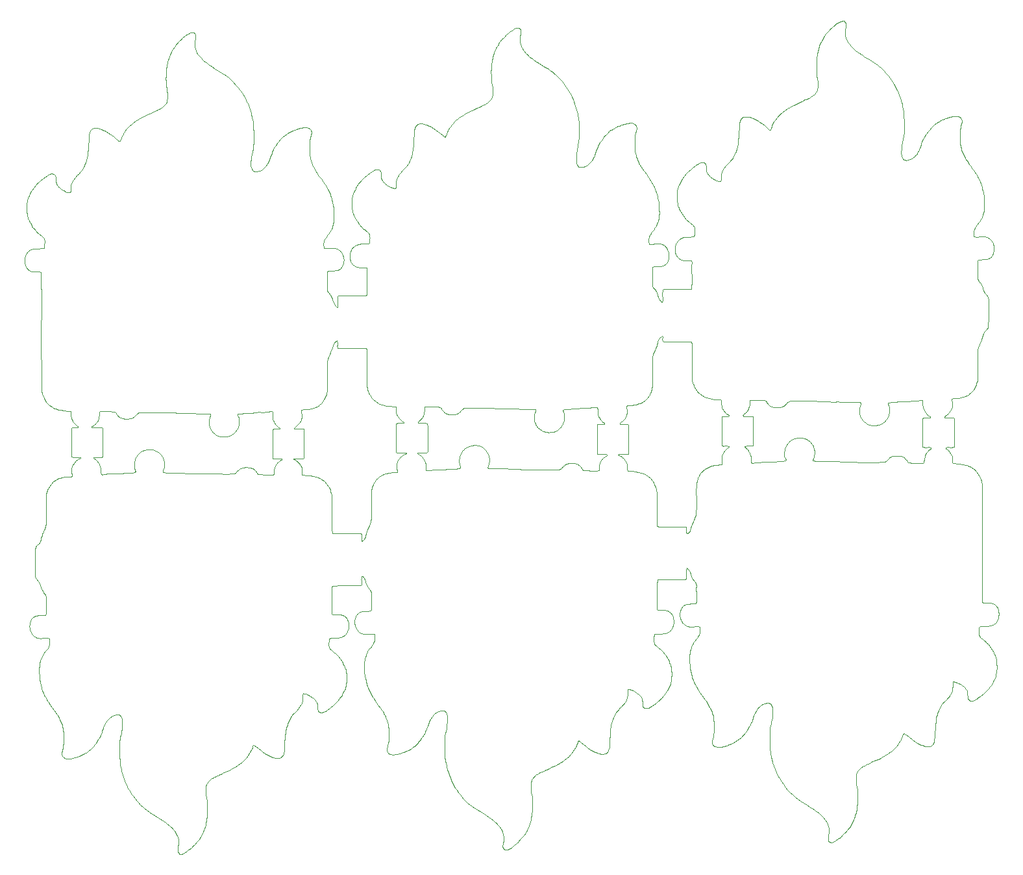
<source format=gbr>
%TF.GenerationSoftware,KiCad,Pcbnew,8.0.4*%
%TF.CreationDate,2024-08-25T22:48:33-07:00*%
%TF.ProjectId,SAOdumpsterfire-panel,53414f64-756d-4707-9374-657266697265,rev?*%
%TF.SameCoordinates,Original*%
%TF.FileFunction,Profile,NP*%
%FSLAX46Y46*%
G04 Gerber Fmt 4.6, Leading zero omitted, Abs format (unit mm)*
G04 Created by KiCad (PCBNEW 8.0.4) date 2024-08-25 22:48:33*
%MOMM*%
%LPD*%
G01*
G04 APERTURE LIST*
%TA.AperFunction,Profile*%
%ADD10C,0.016744*%
%TD*%
G04 APERTURE END LIST*
D10*
X135438194Y-141781753D02*
X135205235Y-140854797D01*
X206932948Y-122618561D02*
X206864741Y-122684658D01*
X203317558Y-132460522D02*
X203307170Y-132425137D01*
X131389567Y-57759128D02*
X131416266Y-57734803D01*
X171205226Y-99469908D02*
X171211353Y-99487311D01*
X117473895Y-59858421D02*
X117460841Y-60029018D01*
X126952382Y-103346423D02*
X126867162Y-103385650D01*
X127860072Y-65757129D02*
X127941215Y-65797678D01*
X181918932Y-54499376D02*
X182073543Y-54429593D01*
X112786838Y-103032533D02*
X112785578Y-103070858D01*
X101947290Y-45664429D02*
X101973599Y-45656603D01*
X119661971Y-65812750D02*
X119789388Y-66050190D01*
X141161237Y-52176632D02*
X141136323Y-51720405D01*
X119502401Y-72480265D02*
X119455199Y-72556726D01*
X85259255Y-136368538D02*
X85211374Y-136166228D01*
X187287458Y-45922658D02*
X187299577Y-46006696D01*
X204841738Y-103572635D02*
X204887134Y-103667186D01*
X204586503Y-75456173D02*
X204582834Y-75475555D01*
X185113089Y-151009669D02*
X185102491Y-150989405D01*
X120122660Y-66749852D02*
X120190845Y-66934859D01*
X164318586Y-121160165D02*
X164358643Y-121186385D01*
X177021208Y-93759970D02*
X177045850Y-93794177D01*
X98787939Y-103051292D02*
X98666928Y-103046878D01*
X94412276Y-95861403D02*
X94446266Y-95841146D01*
X161777442Y-92895740D02*
X161842999Y-92774303D01*
X169457107Y-133289405D02*
X169364282Y-133134115D01*
X135534703Y-102573481D02*
X135404776Y-102584511D01*
X82577413Y-118371843D02*
X82536208Y-118299263D01*
X173366164Y-59579724D02*
X173376311Y-59410816D01*
X120772353Y-73796527D02*
X120819838Y-73809501D01*
X88595924Y-60295461D02*
X88600890Y-60229627D01*
X125517064Y-124054396D02*
X125414235Y-124057011D01*
X135807384Y-57923736D02*
X135970047Y-57710909D01*
X193344345Y-100947816D02*
X193269765Y-100982118D01*
X142910483Y-46174805D02*
X143060350Y-46023127D01*
X177045850Y-93794177D02*
X177069194Y-93830456D01*
X186545554Y-150652445D02*
X186411426Y-150752513D01*
X84341338Y-134338806D02*
X84102873Y-134002630D01*
X133229381Y-102734117D02*
X133190606Y-102743923D01*
X135220502Y-95317733D02*
X135258203Y-95336890D01*
X133751312Y-58261578D02*
X133867485Y-58345496D01*
X113769147Y-101370935D02*
X113742254Y-101390034D01*
X194734198Y-60091151D02*
X194713420Y-60160645D01*
X132828344Y-99386296D02*
X132833456Y-98459756D01*
X112765650Y-103195716D02*
X112759823Y-103211510D01*
X159854930Y-57634451D02*
X159880979Y-57656815D01*
X114731100Y-135391089D02*
X114660227Y-135561059D01*
X154206734Y-102798832D02*
X153709295Y-102774556D01*
X86353412Y-95834836D02*
X86343517Y-95784717D01*
X194224258Y-53504459D02*
X194257542Y-53597282D01*
X204988761Y-70088732D02*
X204934665Y-70178500D01*
X120343653Y-121266774D02*
X120343560Y-121286062D01*
X194362710Y-53880288D02*
X194406113Y-53978425D01*
X142973906Y-102512205D02*
X142646162Y-102512158D01*
X165546854Y-68390456D02*
X165492208Y-68252595D01*
X146407939Y-147740395D02*
X146360497Y-148004281D01*
X202739531Y-93163459D02*
X202685782Y-93178081D01*
X120363467Y-118009237D02*
X120350710Y-118221836D01*
X176516545Y-133259666D02*
X176402671Y-133327665D01*
X202384592Y-60594542D02*
X202430820Y-60783507D01*
X86996022Y-140136784D02*
X86910136Y-140158181D01*
X83720707Y-104511564D02*
X83815502Y-104401100D01*
X127321457Y-65398305D02*
X127393322Y-65457386D01*
X124651420Y-116986308D02*
X124631994Y-116947275D01*
X116382170Y-102289630D02*
X116366516Y-102255736D01*
X117556699Y-62116028D02*
X117717890Y-62621417D01*
X160628241Y-132223361D02*
X160558550Y-132138842D01*
X157950236Y-96694877D02*
X157946714Y-96690765D01*
X201541359Y-56578379D02*
X201612943Y-56574752D01*
X155326034Y-101732072D02*
X155302114Y-101797451D01*
X158806327Y-101822131D02*
X158777182Y-101754752D01*
X165119010Y-74276201D02*
X165112453Y-74220741D01*
X123060207Y-66848839D02*
X123088684Y-66772668D01*
X174843798Y-100488328D02*
X174788085Y-100377737D01*
X157932704Y-96667265D02*
X157930619Y-96661981D01*
X112501506Y-61402030D02*
X112572830Y-61227526D01*
X116356716Y-94933139D02*
X116358111Y-94881553D01*
X120587003Y-86224084D02*
X120609576Y-86192628D01*
X177835976Y-133824258D02*
X177821585Y-133732684D01*
X115412136Y-97288078D02*
X115412136Y-97209998D01*
X157925183Y-96575519D02*
X157926424Y-96567502D01*
X88388442Y-62073828D02*
X88415028Y-61959946D01*
X121058100Y-86317100D02*
X121053376Y-86442795D01*
X205225084Y-120001121D02*
X205309018Y-120007416D01*
X88589135Y-60824070D02*
X88592574Y-60759218D01*
X164077098Y-73888204D02*
X164094459Y-73930281D01*
X92706830Y-140417241D02*
X92695601Y-140361189D01*
X84338533Y-64583640D02*
X84346883Y-64650523D01*
X118527609Y-134056240D02*
X118512938Y-134000323D01*
X81220913Y-122073371D02*
X81278144Y-121999930D01*
X124118185Y-65007799D02*
X124223077Y-64890421D01*
X135665996Y-102566488D02*
X135534703Y-102573481D01*
X126878360Y-64881197D02*
X126901854Y-64915685D01*
X152121958Y-55243144D02*
X152207719Y-55535361D01*
X198813066Y-138314748D02*
X198792134Y-138355734D01*
X108258855Y-96433149D02*
X108258960Y-96317511D01*
X197012861Y-138448285D02*
X196841558Y-138367534D01*
X163631876Y-132109198D02*
X163527540Y-132233242D01*
X169957902Y-138314384D02*
X169949749Y-138272868D01*
X83061127Y-119529749D02*
X83061848Y-119449443D01*
X93360059Y-58525812D02*
X93429775Y-58425350D01*
X85091059Y-135774343D02*
X85019427Y-135584251D01*
X198866179Y-138142490D02*
X198832611Y-138271456D01*
X144997465Y-45619466D02*
X144992556Y-45688735D01*
X200369552Y-56880609D02*
X200512750Y-56828615D01*
X195264250Y-101364615D02*
X195214608Y-101301164D01*
X204161129Y-71329190D02*
X204137062Y-71390381D01*
X116184545Y-58149293D02*
X116317365Y-58117595D01*
X144230991Y-151551542D02*
X144152912Y-151612912D01*
X185251386Y-151163360D02*
X185232844Y-151149377D01*
X166260406Y-116936343D02*
X162930386Y-116935206D01*
X180369236Y-98747803D02*
X180287065Y-98797807D01*
X197464434Y-94575890D02*
X197476243Y-94605584D01*
X86354994Y-98211121D02*
X86353685Y-97304157D01*
X177610894Y-58250332D02*
X177620602Y-58220437D01*
X120128548Y-105323281D02*
X120045558Y-105129608D01*
X159370710Y-57479404D02*
X159406169Y-57477495D01*
X185397636Y-45182366D02*
X185525291Y-45059287D01*
X195133974Y-137146817D02*
X194967476Y-137027857D01*
X162904487Y-110070600D02*
X162886032Y-110066031D01*
X86450755Y-103308078D02*
X86446805Y-103281237D01*
X84158669Y-94659610D02*
X83986357Y-94578132D01*
X147750844Y-97580990D02*
X147846763Y-97629235D01*
X160097671Y-58111654D02*
X160097570Y-58147704D01*
X167311253Y-90973708D02*
X167317548Y-91018001D01*
X194960594Y-56425280D02*
X194992728Y-57274865D01*
X136992048Y-101931593D02*
X136994568Y-101948943D01*
X191601649Y-140379255D02*
X191248769Y-140538597D01*
X189249068Y-94380640D02*
X189225931Y-94471802D01*
X127684847Y-135910548D02*
X127657427Y-135771629D01*
X81848442Y-112558448D02*
X81889221Y-112511651D01*
X128795189Y-102051199D02*
X128790319Y-102117209D01*
X175522565Y-101750128D02*
X175439156Y-101767511D01*
X162161005Y-88028579D02*
X162188550Y-87872241D01*
X151401859Y-139863139D02*
X151299178Y-139966278D01*
X189308221Y-95794113D02*
X189360406Y-95888616D01*
X111406986Y-63413931D02*
X111480662Y-63348645D01*
X85554211Y-94974832D02*
X85530467Y-94966283D01*
X198359520Y-95873397D02*
X198304511Y-95879458D01*
X92672270Y-134647620D02*
X92655012Y-134637024D01*
X195371934Y-62317021D02*
X195438854Y-62306068D01*
X192524041Y-101623557D02*
X192497366Y-101638206D01*
X174789134Y-99565986D02*
X174912527Y-99567600D01*
X123909886Y-117771121D02*
X123888760Y-117770006D01*
X178608055Y-101563926D02*
X178533602Y-101573817D01*
X152238602Y-62537711D02*
X152272025Y-62740837D01*
X135183524Y-95297249D02*
X135220502Y-95317733D01*
X124055938Y-76293355D02*
X124003587Y-76288282D01*
X140282185Y-55053152D02*
X140382631Y-54998870D01*
X124164079Y-76296615D02*
X124109507Y-76295972D01*
X145618869Y-150008746D02*
X145552022Y-150113121D01*
X125814356Y-125157196D02*
X125844288Y-125092613D01*
X146506872Y-146669779D02*
X146494723Y-146939566D01*
X178317376Y-101618251D02*
X177658134Y-101636914D01*
X121489792Y-121552295D02*
X121566551Y-121570625D01*
X94638397Y-101442663D02*
X94611688Y-101541355D01*
X171190988Y-99415704D02*
X171195045Y-99434107D01*
X92397141Y-59667402D02*
X92420263Y-59689419D01*
X112635045Y-97460264D02*
X112628482Y-97478205D01*
X156620241Y-137255513D02*
X156595362Y-137783160D01*
X112596351Y-95517232D02*
X112597840Y-95675032D01*
X121622216Y-76265596D02*
X121600577Y-76296576D01*
X162004723Y-92392947D02*
X162046507Y-92261296D01*
X160178069Y-62153930D02*
X160232923Y-62295160D01*
X146294779Y-143874774D02*
X146296870Y-144007957D01*
X112589778Y-95133094D02*
X112594024Y-95207553D01*
X194744122Y-60055933D02*
X194734198Y-60091151D01*
X159645921Y-57516329D02*
X159678182Y-57528742D01*
X158959299Y-131309253D02*
X158942404Y-131317451D01*
X108182524Y-95862573D02*
X108143160Y-95752605D01*
X120672903Y-133229525D02*
X120575249Y-133319477D01*
X86327562Y-95308729D02*
X86331254Y-95240007D01*
X90222150Y-102669888D02*
X90204177Y-102540041D01*
X104510027Y-95503133D02*
X104509695Y-95518244D01*
X119696165Y-73789312D02*
X119797913Y-73786908D01*
X117911267Y-63104881D02*
X118022415Y-63330228D01*
X206226800Y-120030774D02*
X206319908Y-120044879D01*
X83275857Y-105250849D02*
X83334647Y-105119687D01*
X175299194Y-96170235D02*
X175287053Y-95740196D01*
X193977167Y-100851359D02*
X193895285Y-100851312D01*
X119941871Y-125303185D02*
X119938956Y-125400340D01*
X120589321Y-70210396D02*
X120576770Y-70323668D01*
X200269329Y-95774464D02*
X200270621Y-95789143D01*
X201233625Y-99742479D02*
X201165973Y-99745036D01*
X162298755Y-65631416D02*
X162406213Y-65852272D01*
X170143628Y-93480231D02*
X170227521Y-93490361D01*
X89892694Y-137803433D02*
X89787052Y-137970650D01*
X134775197Y-94926820D02*
X134828598Y-94994796D01*
X200371826Y-95620135D02*
X200347612Y-95638181D01*
X174481150Y-99565479D02*
X174542522Y-99564048D01*
X167618871Y-71043724D02*
X167600680Y-71003824D01*
X93736598Y-96039808D02*
X93846520Y-96028541D01*
X98301242Y-102972608D02*
X98296449Y-102954976D01*
X198380376Y-95799762D02*
X198379537Y-95807082D01*
X158879348Y-132250793D02*
X158865858Y-132334754D01*
X104065306Y-143532536D02*
X104036981Y-143583344D01*
X120360587Y-120976430D02*
X120348605Y-121188437D01*
X125192064Y-126046823D02*
X125370837Y-125820543D01*
X120375598Y-71110989D02*
X120334432Y-71214560D01*
X197489145Y-95913757D02*
X197463763Y-95923808D01*
X122002670Y-121755311D02*
X122042320Y-121785232D01*
X201365083Y-99728110D02*
X201300080Y-99737048D01*
X103217467Y-150533000D02*
X103155364Y-150632713D01*
X172928679Y-61450148D02*
X172985433Y-61324783D01*
X163469927Y-85275826D02*
X163472619Y-85329581D01*
X177228452Y-94084878D02*
X177241588Y-94099445D01*
X114483347Y-136086397D02*
X114435808Y-136265546D01*
X85286925Y-94933526D02*
X85091002Y-94912269D01*
X109160163Y-102350840D02*
X109036439Y-102354303D01*
X81434856Y-76861010D02*
X81336562Y-76850818D01*
X137114307Y-95053909D02*
X137208127Y-94957641D01*
X197370838Y-93642282D02*
X197381335Y-93671031D01*
X166267363Y-122799283D02*
X166186622Y-122724676D01*
X174571663Y-94917091D02*
X174592437Y-94882786D01*
X166900995Y-110829088D02*
X166870717Y-110859206D01*
X140684782Y-102349917D02*
X140687583Y-102319057D01*
X204137610Y-72256734D02*
X204153779Y-72266670D01*
X192941502Y-94191361D02*
X192931550Y-94167498D01*
X205110601Y-124672211D02*
X205156867Y-124709019D01*
X156959309Y-58265977D02*
X157234029Y-58115990D01*
X167656589Y-108969295D02*
X167651635Y-108992651D01*
X166983036Y-110734028D02*
X166957483Y-110765751D01*
X141104195Y-54370034D02*
X141133998Y-54322792D01*
X121943696Y-131473439D02*
X121874922Y-131620780D01*
X80653142Y-67407943D02*
X80680432Y-67323464D01*
X205205797Y-119948363D02*
X205211631Y-119966189D01*
X203683528Y-132790646D02*
X203658407Y-132785356D01*
X167273345Y-78723934D02*
X167287961Y-78330465D01*
X99503526Y-95220042D02*
X99794573Y-95229261D01*
X158188073Y-133458680D02*
X157965066Y-133689229D01*
X135415893Y-95399529D02*
X135456966Y-95411510D01*
X157930619Y-96661981D02*
X157928775Y-96656501D01*
X203351893Y-92887482D02*
X203269351Y-92935929D01*
X156257303Y-139498213D02*
X156235806Y-139520860D01*
X83060355Y-121393066D02*
X83061490Y-121371538D01*
X89477159Y-96702889D02*
X89524168Y-96654990D01*
X111848535Y-62907394D02*
X111945201Y-62750466D01*
X176634879Y-133201172D02*
X176575170Y-133229178D01*
X201598669Y-130321597D02*
X201568611Y-130313137D01*
X187245064Y-150007299D02*
X186967062Y-150282872D01*
X110399738Y-102828112D02*
X110360820Y-102778440D01*
X92511804Y-95703440D02*
X92546278Y-95736059D01*
X87409577Y-101021262D02*
X87335583Y-101020444D01*
X81078564Y-122313134D02*
X81121130Y-122230279D01*
X191288085Y-96881778D02*
X191405652Y-96870680D01*
X152535274Y-102035992D02*
X152489459Y-102007242D01*
X101083799Y-46214747D02*
X101195634Y-46131210D01*
X168987765Y-62701121D02*
X169010120Y-62724879D01*
X143018155Y-152202907D02*
X142995440Y-152200201D01*
X205777845Y-123048374D02*
X205560435Y-123061926D01*
X112787375Y-102955716D02*
X112786838Y-103032533D01*
X166905601Y-63727212D02*
X167049945Y-63594560D01*
X177681119Y-133364921D02*
X177661294Y-133329882D01*
X160848158Y-93845906D02*
X160989693Y-93759677D01*
X128851750Y-64627888D02*
X128873541Y-64584618D01*
X198513547Y-99853556D02*
X198512651Y-99860635D01*
X131119158Y-58327805D02*
X131134773Y-58260517D01*
X124348194Y-121130277D02*
X124450430Y-121117906D01*
X186967062Y-150282872D02*
X186678029Y-150555782D01*
X119759573Y-79266320D02*
X119769128Y-79305176D01*
X167506610Y-117037253D02*
X167476437Y-116986870D01*
X173476659Y-58280107D02*
X173483468Y-58063018D01*
X99198110Y-149082156D02*
X99056677Y-148961029D01*
X171242242Y-101898658D02*
X171239636Y-101908147D01*
X113454010Y-97177508D02*
X113524359Y-97220329D01*
X130908463Y-60868593D02*
X130920740Y-60823367D01*
X164472170Y-121273531D02*
X164541929Y-121338305D01*
X155589601Y-139721936D02*
X155507222Y-139717169D01*
X205181399Y-119737007D02*
X205180572Y-119757347D01*
X113503629Y-140238374D02*
X113462577Y-140247108D01*
X80890154Y-70256350D02*
X80835725Y-70152040D01*
X166177686Y-120418683D02*
X166231452Y-120373113D01*
X200486639Y-99933784D02*
X200552107Y-99978184D01*
X86453294Y-103334374D02*
X86450755Y-103308078D01*
X125463252Y-106153125D02*
X125464204Y-106620571D01*
X154824432Y-102800452D02*
X154702235Y-102805239D01*
X123991366Y-110931025D02*
X123971651Y-110928817D01*
X96521844Y-100013057D02*
X96426082Y-100021132D01*
X179371723Y-100846738D02*
X179385561Y-100943772D01*
X120341496Y-119070513D02*
X120351476Y-119494154D01*
X94895955Y-100889235D02*
X94842088Y-100975736D01*
X110663774Y-103190806D02*
X110622677Y-103139708D01*
X113029992Y-140247694D02*
X112944478Y-140232536D01*
X90473815Y-100893524D02*
X90476099Y-100883368D01*
X186904953Y-44168137D02*
X186915751Y-44158937D01*
X128230577Y-139791777D02*
X128179320Y-139789479D01*
X126901854Y-64915685D02*
X126950924Y-64991816D01*
X202091324Y-93351595D02*
X202032545Y-93354710D01*
X178131029Y-57141543D02*
X178239369Y-56983826D01*
X206871910Y-120278465D02*
X206915716Y-120315948D01*
X110201226Y-138552767D02*
X110181315Y-138548643D01*
X136887152Y-95242416D02*
X136914179Y-95224481D01*
X89754877Y-101588468D02*
X89666859Y-101488748D01*
X205001668Y-78439269D02*
X205043117Y-78508933D01*
X114239743Y-137723716D02*
X114220385Y-137773301D01*
X167282521Y-129507878D02*
X167231860Y-129293024D01*
X123223196Y-66478812D02*
X123286587Y-66333865D01*
X157782588Y-100782809D02*
X157770414Y-100772658D01*
X142049871Y-47213847D02*
X142124557Y-47096557D01*
X120541840Y-76737799D02*
X120480292Y-76744671D01*
X166126695Y-120467857D02*
X166177686Y-120418683D01*
X197933165Y-100405481D02*
X197895712Y-100459464D01*
X175305431Y-99256238D02*
X175303041Y-98382128D01*
X158897391Y-132082791D02*
X158889671Y-132166819D01*
X207262687Y-120857472D02*
X207269107Y-120871517D01*
X132676650Y-136496354D02*
X132620306Y-136640729D01*
X82762231Y-73799942D02*
X82776991Y-73786456D01*
X115320277Y-101250805D02*
X115402819Y-101231832D01*
X153916516Y-139045700D02*
X153769255Y-138940342D01*
X88873515Y-58455903D02*
X88909599Y-58406128D01*
X167282729Y-75744688D02*
X167284816Y-75675957D01*
X84200051Y-64232048D02*
X84219407Y-64255992D01*
X94706231Y-101249909D02*
X94669955Y-101345440D01*
X188923698Y-144995655D02*
X188928657Y-145187562D01*
X155891012Y-96679324D02*
X155890654Y-96689674D01*
X159973055Y-57758020D02*
X159992718Y-57786014D01*
X140687583Y-102319057D02*
X140696730Y-102257402D01*
X113709611Y-101222772D02*
X113782496Y-101235512D01*
X144981768Y-45418942D02*
X144988089Y-45451197D01*
X135463909Y-58500838D02*
X135524810Y-58380139D01*
X157922705Y-96619522D02*
X157922526Y-96612676D01*
X201279023Y-131371094D02*
X201265965Y-131446915D01*
X124718874Y-76299900D02*
X124665806Y-76292638D01*
X175307006Y-97493482D02*
X175305588Y-96607204D01*
X172810209Y-61707384D02*
X172928679Y-61450148D01*
X154703444Y-94523893D02*
X154746982Y-94520491D01*
X163902571Y-75847784D02*
X163854852Y-75892669D01*
X124677850Y-79972281D02*
X124696862Y-79970114D01*
X191734376Y-50092966D02*
X191957602Y-50287973D01*
X202260830Y-56726789D02*
X202287517Y-56749486D01*
X129244231Y-64032964D02*
X129325911Y-63938085D01*
X122185340Y-128837963D02*
X122211655Y-128966890D01*
X113083817Y-101974069D02*
X113035225Y-102049279D01*
X125101924Y-124076806D02*
X124892106Y-124088366D01*
X200278345Y-95721807D02*
X200274126Y-95734135D01*
X92762606Y-137446775D02*
X92805888Y-137271300D01*
X166145547Y-64607545D02*
X166256854Y-64450824D01*
X96617097Y-100010408D02*
X96521844Y-100013057D01*
X205718570Y-72333542D02*
X205788316Y-72358715D01*
X98889475Y-49689485D02*
X98940537Y-49468515D01*
X165331924Y-73012713D02*
X165389451Y-72928437D01*
X120310311Y-67313407D02*
X120361953Y-67505924D01*
X131784966Y-100707312D02*
X131699852Y-100657444D01*
X111996269Y-95123845D02*
X112048132Y-95112914D01*
X180825922Y-98568437D02*
X180728778Y-98586786D01*
X155250996Y-101998353D02*
X155239588Y-102066622D01*
X158297138Y-133340774D02*
X158188073Y-133458680D01*
X162653791Y-105188409D02*
X162595535Y-104981571D01*
X166119738Y-110085728D02*
X165683104Y-110076689D01*
X168586012Y-132032640D02*
X168339421Y-131667548D01*
X103961459Y-143746464D02*
X103942509Y-143852136D01*
X153029066Y-102623995D02*
X153015359Y-102607258D01*
X194889399Y-55947020D02*
X194896324Y-56070433D01*
X80630091Y-67494486D02*
X80653142Y-67407943D01*
X166032934Y-75336151D02*
X165978419Y-75321656D01*
X104783294Y-142850684D02*
X104688465Y-142909897D01*
X171155539Y-93696625D02*
X171157405Y-93828715D01*
X89980681Y-101918816D02*
X89912211Y-101804058D01*
X125485736Y-105505408D02*
X125469945Y-105686619D01*
X188734915Y-142714829D02*
X188728752Y-142905563D01*
X124723212Y-129765420D02*
X124707345Y-129713870D01*
X86423277Y-103524849D02*
X86431893Y-103502990D01*
X205043032Y-85786035D02*
X205009693Y-85867796D01*
X86431847Y-65214882D02*
X86474073Y-65124218D01*
X185461969Y-151244804D02*
X185439650Y-151242117D01*
X194874101Y-55760604D02*
X194880752Y-55822746D01*
X169165265Y-132830624D02*
X169059279Y-132682461D01*
X139949530Y-99731758D02*
X139865843Y-99683573D01*
X146462478Y-145204677D02*
X146465034Y-145237521D01*
X81174282Y-70786947D02*
X81098148Y-70657871D01*
X128486960Y-65977628D02*
X128529620Y-65979821D01*
X171223470Y-101613397D02*
X171243959Y-101782458D01*
X193881794Y-138814785D02*
X193715132Y-138985336D01*
X116076422Y-101833145D02*
X116036749Y-101785076D01*
X197714317Y-59142785D02*
X197830158Y-58956262D01*
X178964208Y-143290232D02*
X178729344Y-142901078D01*
X135329383Y-134483776D02*
X135302265Y-134414650D01*
X206788876Y-126742441D02*
X206847616Y-126879338D01*
X173483468Y-58063018D02*
X173487799Y-57844423D01*
X100128112Y-150236002D02*
X100042234Y-150074444D01*
X204713244Y-86584073D02*
X204689635Y-86642084D01*
X119137831Y-104007815D02*
X118963467Y-103891656D01*
X135117822Y-59270725D02*
X135142115Y-59234915D01*
X150108811Y-102588661D02*
X150072257Y-102612004D01*
X110021095Y-63640468D02*
X110048965Y-63672688D01*
X87650509Y-63709557D02*
X87715361Y-63626629D01*
X103301120Y-49014311D02*
X103480348Y-49192910D01*
X142729824Y-150432199D02*
X142718799Y-150340278D01*
X203358343Y-132562947D02*
X203343025Y-132529476D01*
X121060188Y-86192586D02*
X121058100Y-86317100D01*
X194693827Y-60229708D02*
X194685383Y-60264389D01*
X166746059Y-123064625D02*
X166642542Y-123027207D01*
X81892058Y-124566853D02*
X81842338Y-124547936D01*
X104347775Y-96818941D02*
X104359472Y-96889184D01*
X127531121Y-139156835D02*
X127531378Y-139090285D01*
X107887567Y-102979124D02*
X107849975Y-103016720D01*
X127677332Y-138340248D02*
X127685257Y-138303983D01*
X204663674Y-77982106D02*
X204675943Y-78004409D01*
X110960243Y-95165768D02*
X111153407Y-95172137D01*
X177496286Y-133144391D02*
X177480222Y-133134349D01*
X128820605Y-102573300D02*
X128835723Y-102635524D01*
X133835281Y-134408647D02*
X133744706Y-134485176D01*
X205183984Y-69661568D02*
X205125199Y-69797035D01*
X142641442Y-151860472D02*
X142636491Y-151835684D01*
X134817321Y-59087057D02*
X134827155Y-59093178D01*
X199678181Y-133610616D02*
X199639845Y-133689791D01*
X198380842Y-95792658D02*
X198380376Y-95799762D01*
X121503204Y-86818537D02*
X121939839Y-86827366D01*
X122257553Y-130189371D02*
X122232934Y-130719198D01*
X178759562Y-101549545D02*
X178608055Y-101563926D01*
X123920969Y-65251912D02*
X124017513Y-65128340D01*
X149120451Y-97754136D02*
X149225642Y-97734158D01*
X132905846Y-102774880D02*
X132822674Y-102775651D01*
X108705822Y-95341758D02*
X108755401Y-95333694D01*
X105720426Y-142408264D02*
X105649656Y-142443683D01*
X126062247Y-63530030D02*
X126106198Y-63519173D01*
X135406033Y-135277852D02*
X135417525Y-134967844D01*
X197104724Y-93613250D02*
X197147915Y-93611584D01*
X155553506Y-101331755D02*
X155507508Y-101393299D01*
X164543784Y-123564976D02*
X164495061Y-123617918D01*
X151089499Y-53025064D02*
X151250912Y-53286735D01*
X113151004Y-96927229D02*
X113205617Y-96981900D01*
X171211353Y-99487311D02*
X171218172Y-99504383D01*
X150856189Y-140340649D02*
X150720440Y-140449253D01*
X122521381Y-122747330D02*
X122522304Y-122796033D01*
X119860383Y-76782320D02*
X119797430Y-76792376D01*
X149681906Y-97549887D02*
X149762729Y-97499678D01*
X188424868Y-93852288D02*
X188723188Y-93857406D01*
X136626010Y-95386764D02*
X136688234Y-95360273D01*
X189316828Y-94181805D02*
X189308741Y-94203793D01*
X177519557Y-139183058D02*
X177490038Y-138773966D01*
X155552615Y-96767800D02*
X155491052Y-96767645D01*
X139142930Y-146897302D02*
X138874468Y-146720927D01*
X120197331Y-126106632D02*
X120241781Y-126140882D01*
X166588606Y-116365385D02*
X166590320Y-116547226D01*
X166696683Y-110968467D02*
X166681384Y-110971049D01*
X205355447Y-69117412D02*
X205321530Y-69253968D01*
X204590959Y-75437260D02*
X204586503Y-75456173D01*
X177526565Y-58352277D02*
X177539083Y-58347116D01*
X197723370Y-138720430D02*
X197542270Y-138658569D01*
X177512826Y-58355996D02*
X177526565Y-58352277D01*
X120768592Y-133138128D02*
X120672903Y-133229525D01*
X89152553Y-138794456D02*
X89066898Y-138887896D01*
X167577786Y-130331598D02*
X167491528Y-130130609D01*
X120981888Y-76675396D02*
X120944004Y-76680143D01*
X198014601Y-100302179D02*
X197972829Y-100353021D01*
X166378446Y-116936248D02*
X166359244Y-116937527D01*
X156143498Y-100665791D02*
X156218669Y-100686995D01*
X190898473Y-140703750D02*
X190725505Y-140792780D01*
X144780063Y-45121012D02*
X144810098Y-45142508D01*
X144710007Y-45087490D02*
X144747321Y-45100912D01*
X97080479Y-100073689D02*
X96990028Y-100051294D01*
X86085882Y-66548058D02*
X86120390Y-66545182D01*
X85793594Y-140328963D02*
X85650937Y-140323435D01*
X117663764Y-58527032D02*
X117672121Y-58558125D01*
X88415028Y-61959946D02*
X88438787Y-61845254D01*
X155012707Y-95114212D02*
X155013478Y-95171082D01*
X112252406Y-95069091D02*
X112304202Y-95060716D01*
X162330816Y-87411950D02*
X162391713Y-87260349D01*
X171247407Y-101867870D02*
X171246127Y-101878521D01*
X204315803Y-132611399D02*
X204238380Y-132656393D01*
X155577066Y-100639056D02*
X155743159Y-100633710D01*
X122919755Y-75753446D02*
X122866702Y-75670092D01*
X201242460Y-94532890D02*
X201230220Y-94610287D01*
X195004449Y-62277421D02*
X195037623Y-62289537D01*
X203472671Y-132700447D02*
X203452048Y-132684226D01*
X116054890Y-97343197D02*
X115885833Y-97346211D01*
X115176308Y-134654408D02*
X115076275Y-134776140D01*
X205674593Y-125138824D02*
X205783735Y-125242613D01*
X179990499Y-99032500D02*
X179924594Y-99099122D01*
X122819118Y-75581173D02*
X122777225Y-75486777D01*
X158835658Y-94925039D02*
X158822500Y-94823060D01*
X127004079Y-65065604D02*
X127061041Y-65137015D01*
X124116929Y-117730926D02*
X124100058Y-117738617D01*
X92594638Y-59831849D02*
X92607923Y-59837845D01*
X112114519Y-139929920D02*
X111953094Y-139847018D01*
X86449427Y-103434054D02*
X86452492Y-103409962D01*
X159962899Y-58802334D02*
X159944905Y-58854619D01*
X124194641Y-117476824D02*
X124192802Y-117550822D01*
X88214070Y-62635401D02*
X88254380Y-62523722D01*
X104053140Y-95348146D02*
X104159934Y-95353760D01*
X171388632Y-100490642D02*
X171345314Y-100567153D01*
X152405132Y-63013283D02*
X152428905Y-63049008D01*
X123925654Y-121261238D02*
X123968456Y-121238836D01*
X121508171Y-127419581D02*
X121588750Y-127543473D01*
X94720546Y-102886673D02*
X94717529Y-102905136D01*
X135302265Y-134414650D02*
X135270854Y-134348459D01*
X89891722Y-58160196D02*
X89967158Y-58177280D01*
X205181769Y-119817043D02*
X205183387Y-119836493D01*
X118163478Y-94541889D02*
X118255959Y-94505725D01*
X90992939Y-103205924D02*
X90935998Y-103213488D01*
X131416266Y-57734803D02*
X131444783Y-57711182D01*
X88722632Y-58799266D02*
X88761598Y-58677428D01*
X121725539Y-131909817D02*
X121644708Y-132050977D01*
X134585955Y-94626351D02*
X134595152Y-94636752D01*
X149343742Y-102689857D02*
X148738431Y-102694677D01*
X99937301Y-95239441D02*
X100077572Y-95254494D01*
X84005144Y-64105220D02*
X84043339Y-64119924D01*
X89657735Y-58132659D02*
X89736384Y-58137943D01*
X120445063Y-70893647D02*
X120412575Y-71004124D01*
X185084796Y-150947508D02*
X185077804Y-150925967D01*
X171248637Y-101845409D02*
X171248244Y-101856834D01*
X90570899Y-136209422D02*
X90536362Y-136294397D01*
X132988760Y-102771419D02*
X132905846Y-102774880D01*
X124854335Y-86895784D02*
X124869394Y-86907600D01*
X119298328Y-72964581D02*
X119281994Y-73049979D01*
X116358243Y-94985439D02*
X116356716Y-94933139D01*
X150181146Y-97126431D02*
X150239280Y-97053697D01*
X92725939Y-140701504D02*
X92723434Y-140587026D01*
X157701106Y-100686995D02*
X157777860Y-100666739D01*
X198507351Y-99880901D02*
X198504710Y-99887334D01*
X126494290Y-63559880D02*
X126514896Y-63571266D01*
X146359596Y-144849085D02*
X146385063Y-144910638D01*
X205156867Y-124709019D02*
X205251831Y-124782746D01*
X204093936Y-71573784D02*
X204087348Y-71635278D01*
X122702227Y-75014277D02*
X122695858Y-74892615D01*
X112687571Y-103298715D02*
X112671846Y-103307058D01*
X80970535Y-74030756D02*
X81077790Y-73982403D01*
X160064859Y-94152041D02*
X160228763Y-94106333D01*
X80315297Y-75692441D02*
X80316013Y-75653282D01*
X207236834Y-120791443D02*
X207255252Y-120843953D01*
X107750139Y-103101479D02*
X107728673Y-103116314D01*
X103666981Y-49362660D02*
X103860213Y-49524476D01*
X111953094Y-139847018D02*
X111796629Y-139758460D01*
X93246049Y-142967469D02*
X93158471Y-142712112D01*
X121022696Y-85902912D02*
X121037450Y-85957125D01*
X120351476Y-119494154D02*
X120370603Y-120340975D01*
X122497615Y-122551074D02*
X122506502Y-122600162D01*
X167284816Y-75675957D02*
X167285086Y-75641671D01*
X120336693Y-108532643D02*
X120343959Y-107337566D01*
X173160700Y-60878950D02*
X173181761Y-60812010D01*
X129004704Y-101396692D02*
X128951791Y-101485125D01*
X158767584Y-100640077D02*
X158848385Y-100633336D01*
X82536208Y-118299263D02*
X82497440Y-118225335D01*
X141195734Y-52275428D02*
X141161237Y-52176632D01*
X86349522Y-99138538D02*
X86354994Y-98211121D01*
X120257843Y-105726796D02*
X120199365Y-105522641D01*
X141160193Y-49932098D02*
X141185817Y-49711345D01*
X126410465Y-63525221D02*
X126431614Y-63532309D01*
X161931521Y-64983577D02*
X162060345Y-65197054D01*
X144802582Y-102591954D02*
X144687650Y-102583922D01*
X126389202Y-63519140D02*
X126410465Y-63525221D01*
X203561542Y-132752618D02*
X203538460Y-132741444D01*
X175012933Y-101081260D02*
X174992476Y-100957415D01*
X155387572Y-101594655D02*
X155354019Y-101667629D01*
X202492263Y-57064803D02*
X202501818Y-57098267D01*
X122309002Y-122083971D02*
X122335536Y-122127294D01*
X198058376Y-100253044D02*
X198014601Y-100302179D01*
X81743270Y-112717463D02*
X81758603Y-112688451D01*
X114595408Y-135733821D02*
X114536498Y-135909044D01*
X81942946Y-124583046D02*
X81892058Y-124566853D01*
X183232978Y-99880457D02*
X183188615Y-99742949D01*
X86273029Y-140319399D02*
X86205988Y-140325874D01*
X109284380Y-102354477D02*
X109160163Y-102350840D01*
X157723461Y-100720830D02*
X157712185Y-100704644D01*
X124663568Y-127306909D02*
X124689060Y-127204467D01*
X140516738Y-100255522D02*
X140457352Y-100178407D01*
X141187633Y-54224583D02*
X141211289Y-54173585D01*
X88671638Y-59058292D02*
X88693113Y-58926674D01*
X103985009Y-143690250D02*
X103961459Y-143746464D01*
X113005009Y-97338549D02*
X112894921Y-97336183D01*
X104263249Y-49827970D02*
X104471443Y-49971482D01*
X175286979Y-99512478D02*
X175293639Y-99476815D01*
X178317769Y-142089943D02*
X178141874Y-141669991D01*
X180114016Y-93708571D02*
X180154629Y-93703141D01*
X168771131Y-62603592D02*
X168798036Y-62609730D01*
X167360109Y-116802087D02*
X167312358Y-116702774D01*
X159740560Y-57558228D02*
X159770549Y-57575201D01*
X90234743Y-103143890D02*
X90231671Y-103123543D01*
X183235789Y-53776690D02*
X183305275Y-53711004D01*
X147405805Y-97339960D02*
X147527372Y-97436109D01*
X126812533Y-64729251D02*
X126825203Y-64769116D01*
X171202903Y-101970219D02*
X171196329Y-101976254D01*
X188020006Y-47407042D02*
X188173917Y-47568788D01*
X143214898Y-45876669D02*
X143294513Y-45805857D01*
X154831111Y-94519516D02*
X154871137Y-94522881D01*
X180609638Y-55132744D02*
X181614097Y-54662665D01*
X110781019Y-139021792D02*
X110201226Y-138552767D01*
X194774323Y-62021427D02*
X194802654Y-62073750D01*
X124500866Y-76285849D02*
X124444672Y-76286988D01*
X131048470Y-59139749D02*
X131056636Y-58873276D01*
X165697122Y-65432035D02*
X165778542Y-65265121D01*
X189319845Y-93914483D02*
X189326452Y-93931017D01*
X156012109Y-100927653D02*
X155947118Y-100970372D01*
X167242190Y-79110756D02*
X167260114Y-78918307D01*
X194971359Y-62263295D02*
X195004449Y-62277421D01*
X167851244Y-120019576D02*
X167856519Y-120002108D01*
X164011156Y-121020287D02*
X164057701Y-121035314D01*
X194674218Y-137587018D02*
X194664867Y-137602645D01*
X173009725Y-138082817D02*
X172871345Y-138156631D01*
X121785644Y-121637182D02*
X121831446Y-121656292D01*
X116052305Y-58186028D02*
X116184545Y-58149293D01*
X98492033Y-101950154D02*
X98493533Y-101903744D01*
X129123502Y-101227145D02*
X129061990Y-101310587D01*
X132539030Y-57660258D02*
X132620398Y-57688519D01*
X163084442Y-73196738D02*
X163183294Y-73213608D01*
X104456188Y-95740985D02*
X104415029Y-95848136D01*
X164311031Y-74796053D02*
X164301033Y-74933051D01*
X90018410Y-97160008D02*
X89927879Y-97159722D01*
X183551105Y-49705097D02*
X183558032Y-49456402D01*
X197396140Y-101797141D02*
X197301129Y-101808360D01*
X194952029Y-137033582D02*
X194937313Y-137041210D01*
X206645288Y-73326295D02*
X206664204Y-73394658D01*
X144939084Y-47129355D02*
X144960649Y-47213559D01*
X185290271Y-151188504D02*
X185270546Y-151176417D01*
X162761161Y-118380461D02*
X162768478Y-118882689D01*
X125886487Y-104304230D02*
X125841196Y-104382685D01*
X166300507Y-116938339D02*
X166280552Y-116937596D01*
X159048808Y-97010966D02*
X159048326Y-96990549D01*
X120560268Y-70437024D02*
X120539333Y-70550584D01*
X165548574Y-65770707D02*
X165583306Y-65685231D01*
X204466744Y-132517547D02*
X204391884Y-132565084D01*
X127212970Y-94283149D02*
X127459796Y-94325153D01*
X98277576Y-101042963D02*
X98231847Y-100961490D01*
X162145035Y-76635835D02*
X162145389Y-76774148D01*
X119741821Y-77622449D02*
X119744466Y-77909943D01*
X98314202Y-103006521D02*
X98307146Y-102989803D01*
X109230302Y-95287124D02*
X109395984Y-95282074D01*
X92697481Y-137807992D02*
X92726670Y-137625825D01*
X171455065Y-100368510D02*
X171420350Y-100428069D01*
X189323865Y-94160196D02*
X189316828Y-94181805D01*
X187340588Y-45172106D02*
X187320570Y-45252118D01*
X124248176Y-111964285D02*
X124237012Y-111940262D01*
X94573331Y-101742233D02*
X94561940Y-101843970D01*
X86322919Y-95107084D02*
X86315579Y-95075323D01*
X207312549Y-121233793D02*
X207317539Y-121246645D01*
X138874468Y-146720927D02*
X138742389Y-146629163D01*
X127652526Y-138488070D02*
X127663745Y-138413836D01*
X171209038Y-101963803D02*
X171202903Y-101970219D01*
X98296602Y-102782660D02*
X98305441Y-102742654D01*
X178913480Y-101540172D02*
X178759562Y-101549545D01*
X91403800Y-134979879D02*
X91311534Y-135063089D01*
X198473941Y-99927874D02*
X198467787Y-99933030D01*
X204667604Y-86700725D02*
X204647681Y-86760329D01*
X192927334Y-93955533D02*
X192934177Y-93941381D01*
X94717774Y-102810748D02*
X94720452Y-102830023D01*
X204642181Y-77936192D02*
X204663674Y-77982106D01*
X139865843Y-99683573D02*
X139779874Y-99639872D01*
X192921511Y-93969391D02*
X192927334Y-93955533D01*
X167270799Y-86112377D02*
X167273476Y-86130503D01*
X206542333Y-73064346D02*
X206572122Y-73127870D01*
X121874922Y-131620780D02*
X121802240Y-131766329D01*
X117425660Y-58205301D02*
X117451524Y-58224332D01*
X83696275Y-64091839D02*
X83734953Y-64084687D01*
X83528729Y-125022670D02*
X83521158Y-124929049D01*
X154898889Y-139537583D02*
X154839581Y-139498967D01*
X171183093Y-99256238D02*
X171181708Y-99277379D01*
X161084199Y-133692418D02*
X161059557Y-133678580D01*
X92726882Y-140816952D02*
X92725939Y-140701504D01*
X174835209Y-94133174D02*
X174836917Y-94010760D01*
X124749586Y-111265936D02*
X124710517Y-111403373D01*
X137123673Y-100669814D02*
X137091105Y-100751904D01*
X162983975Y-73185775D02*
X163084442Y-73196738D01*
X173581212Y-57214581D02*
X173599924Y-57165864D01*
X206437079Y-72883280D02*
X206474789Y-72941931D01*
X116583853Y-58072078D02*
X116717067Y-58059643D01*
X94617142Y-102525937D02*
X94632467Y-102567876D01*
X146805363Y-94798682D02*
X146933657Y-94814683D01*
X116420326Y-95696561D02*
X116425537Y-95641724D01*
X171243959Y-101782458D02*
X171247161Y-101808807D01*
X120448523Y-80576993D02*
X120481315Y-80666616D01*
X90020641Y-95289066D02*
X90032681Y-95212601D01*
X201422203Y-93376239D02*
X201363500Y-93383647D01*
X120661832Y-86126036D02*
X120690824Y-86091974D01*
X108914019Y-102365463D02*
X108793718Y-102384916D01*
X127318925Y-134837285D02*
X127263570Y-134697999D01*
X80562985Y-76413720D02*
X80539828Y-76382654D01*
X200011227Y-133118219D02*
X199906438Y-133249701D01*
X167657628Y-63104523D02*
X167814375Y-62992208D01*
X127597476Y-139439727D02*
X127584189Y-139410517D01*
X167527759Y-125207911D02*
X167589948Y-125114595D01*
X88560723Y-61013196D02*
X88573830Y-60951210D01*
X86950308Y-97168570D02*
X87004458Y-97168464D01*
X87550196Y-101155500D02*
X87550196Y-101031483D01*
X162253715Y-73250949D02*
X162291242Y-73243351D01*
X167759060Y-123098179D02*
X167458766Y-123125575D01*
X207255252Y-120843953D02*
X207262687Y-120857472D01*
X165978419Y-75321656D02*
X165925157Y-75304564D01*
X158231734Y-96763676D02*
X158170383Y-96758440D01*
X85167685Y-139927391D02*
X85153878Y-139897053D01*
X154648454Y-61570816D02*
X154709281Y-61411968D01*
X170017003Y-137698541D02*
X170046472Y-137610919D01*
X125172854Y-121078030D02*
X125268993Y-121066290D01*
X86302012Y-65718335D02*
X86315895Y-65610094D01*
X124876285Y-78128259D02*
X124869394Y-76343394D01*
X174233480Y-99616471D02*
X174242450Y-99608192D01*
X204608989Y-75383354D02*
X204602204Y-75400849D01*
X143634035Y-45542994D02*
X143725350Y-45483291D01*
X205180360Y-119777469D02*
X205180758Y-119797367D01*
X128898074Y-102867122D02*
X128898343Y-102886848D01*
X165167799Y-74492836D02*
X165152298Y-74439624D01*
X132658201Y-102773424D02*
X132647980Y-102744565D01*
X167477238Y-91517183D02*
X167535803Y-91660477D01*
X82447226Y-79276113D02*
X82436782Y-78983796D01*
X202698275Y-130884270D02*
X202613188Y-130815495D01*
X94717529Y-102905136D02*
X94712786Y-102923373D01*
X107610427Y-103176249D02*
X107584163Y-103184921D01*
X168250464Y-124148663D02*
X168277699Y-124081234D01*
X180001334Y-93740885D02*
X180037475Y-93727607D01*
X179924594Y-99099122D02*
X179862070Y-99168634D01*
X167474927Y-109414451D02*
X167398531Y-109612896D01*
X150757969Y-102010159D02*
X150722000Y-102035600D01*
X199270566Y-57417017D02*
X199403300Y-57338381D01*
X162942017Y-124048834D02*
X162848823Y-124051901D01*
X82986149Y-110126020D02*
X83003534Y-110069812D01*
X98419323Y-102479522D02*
X98439144Y-102447881D01*
X109978761Y-61247068D02*
X109969267Y-61304265D01*
X174226335Y-99625074D02*
X174233480Y-99616471D01*
X203178771Y-102107042D02*
X203319118Y-102156055D01*
X166359244Y-116937527D02*
X166339853Y-116938304D01*
X116426051Y-95531379D02*
X116422338Y-95476018D01*
X117570106Y-132168479D02*
X117434375Y-132090460D01*
X81824774Y-121700101D02*
X81924203Y-121679701D01*
X132831896Y-97537309D02*
X132824272Y-97086131D01*
X144565617Y-45060561D02*
X144601016Y-45063511D01*
X127061041Y-65137015D02*
X127121537Y-65206021D01*
X185063536Y-150814154D02*
X185064912Y-150730569D01*
X97256979Y-100132109D02*
X97169513Y-100100674D01*
X175106607Y-101770292D02*
X175087657Y-101764043D01*
X120850404Y-126638201D02*
X120954437Y-126738588D01*
X86736063Y-140187937D02*
X86670198Y-140218008D01*
X119345699Y-72797064D02*
X119319526Y-72880214D01*
X86315895Y-65610094D02*
X86336191Y-65505890D01*
X164029431Y-75696544D02*
X163989842Y-75749534D01*
X185099598Y-149101118D02*
X185075104Y-149027077D01*
X197084979Y-60596270D02*
X197132476Y-60463692D01*
X164647060Y-129796520D02*
X164638337Y-129909169D01*
X143064229Y-152205290D02*
X143018155Y-152202907D01*
X204159493Y-132699973D02*
X204114206Y-132724695D01*
X201658824Y-130341313D02*
X201598669Y-130321597D01*
X122002615Y-124245060D02*
X121957040Y-124279886D01*
X129409976Y-63844825D02*
X129495683Y-63752904D01*
X162523936Y-104778687D02*
X162439218Y-104580972D01*
X147658219Y-97525777D02*
X147750844Y-97580990D01*
X125505402Y-93229165D02*
X125647961Y-93401766D01*
X125159756Y-92653847D02*
X125260856Y-92854220D01*
X125703963Y-132311569D02*
X125600133Y-132140391D01*
X156412121Y-139239015D02*
X156387901Y-139294857D01*
X113002679Y-96750364D02*
X113049688Y-96811399D01*
X82495605Y-124634002D02*
X82380935Y-124635730D01*
X80912858Y-123041155D02*
X80916645Y-122946674D01*
X132598084Y-101930131D02*
X132585373Y-101868277D01*
X80557350Y-68943701D02*
X80550755Y-68714141D01*
X92661205Y-140249938D02*
X92640213Y-139511630D01*
X93429775Y-58425350D02*
X93504436Y-58326177D01*
X155743159Y-100633710D02*
X155825515Y-100633182D01*
X158848385Y-100633336D02*
X158927790Y-100622429D01*
X109937091Y-56803609D02*
X109950190Y-56864092D01*
X201459362Y-130296848D02*
X201442833Y-130296796D01*
X117496180Y-61862958D02*
X117508565Y-61927350D01*
X129842828Y-100651579D02*
X129749948Y-100695901D01*
X104425982Y-97122917D02*
X104457586Y-97202313D01*
X177612759Y-135773714D02*
X177671885Y-135505580D01*
X103928678Y-144997749D02*
X103958013Y-145417211D01*
X112817673Y-102633817D02*
X112805138Y-102724185D01*
X136332394Y-57314681D02*
X136529790Y-57130754D01*
X120960681Y-85864900D02*
X120975261Y-85859047D01*
X131134773Y-58260517D02*
X131151773Y-58194564D01*
X174359040Y-99572625D02*
X174419976Y-99568245D01*
X89066898Y-138887896D02*
X88979360Y-138978968D01*
X90258346Y-103242392D02*
X90252515Y-103223122D01*
X177541020Y-139385787D02*
X177519557Y-139183058D01*
X206236704Y-75011575D02*
X206206988Y-75032275D01*
X107468314Y-103206334D02*
X106562817Y-103214157D01*
X190554638Y-140888387D02*
X190047286Y-141112844D01*
X174219640Y-99691890D02*
X174216595Y-99681845D01*
X81634673Y-76869313D02*
X81534390Y-76866821D01*
X191025138Y-49554236D02*
X191268003Y-49725910D01*
X183751606Y-48056091D02*
X183794252Y-47887229D01*
X164744815Y-123265257D02*
X164710309Y-123329345D01*
X116349156Y-102222906D02*
X116330005Y-102191215D01*
X169940450Y-138187809D02*
X169939070Y-138144427D01*
X146752381Y-95624997D02*
X146736804Y-95780451D01*
X152771988Y-63223610D02*
X152832591Y-63225790D01*
X187385277Y-46332997D02*
X187416132Y-46410914D01*
X146829874Y-96508477D02*
X146881409Y-96642316D01*
X121144901Y-73935588D02*
X121216086Y-73976899D01*
X160042617Y-57875669D02*
X160056003Y-57907282D01*
X163854852Y-75892669D02*
X163804388Y-75934476D01*
X90585718Y-95053003D02*
X90851085Y-95049615D01*
X81639433Y-116226447D02*
X81638411Y-116145373D01*
X80716961Y-74236908D02*
X80776208Y-74181480D01*
X173181761Y-60812010D02*
X173201602Y-60743728D01*
X82466746Y-92332161D02*
X82453960Y-92227847D01*
X92618985Y-134619252D02*
X92600195Y-134612208D01*
X161720096Y-73252219D02*
X161757731Y-73250634D01*
X81639355Y-115984280D02*
X81640865Y-115827062D01*
X167280741Y-86223220D02*
X167280947Y-86242204D01*
X183681467Y-53064288D02*
X183691667Y-53016100D01*
X129025468Y-96591520D02*
X128965214Y-96593692D01*
X135387184Y-134698997D02*
X135371621Y-134626924D01*
X128761769Y-64887714D02*
X128784752Y-64801037D01*
X174022561Y-95465980D02*
X174078307Y-95412211D01*
X131571217Y-96454996D02*
X131574078Y-96439445D01*
X102025913Y-45645048D02*
X102051843Y-45641292D01*
X131755653Y-100444277D02*
X131838468Y-100445012D01*
X120576770Y-70323668D02*
X120560268Y-70437024D01*
X168281597Y-62698361D02*
X168332089Y-62674470D01*
X202780086Y-130956522D02*
X202698275Y-130884270D01*
X167196473Y-125945571D02*
X167241035Y-125844733D01*
X146947061Y-94894374D02*
X146946339Y-94914317D01*
X173850157Y-56807849D02*
X173872844Y-56788504D01*
X89931916Y-95977120D02*
X89949193Y-95901428D01*
X204936246Y-86026379D02*
X204895529Y-86102658D01*
X143336923Y-152148290D02*
X143293990Y-152165001D01*
X140683300Y-102380809D02*
X140684782Y-102349917D01*
X125467286Y-120835533D02*
X125476211Y-120641087D01*
X161953795Y-71871074D02*
X161887679Y-71973704D01*
X162291242Y-73243351D02*
X162327029Y-73233159D01*
X124047082Y-117756798D02*
X124028639Y-117761241D01*
X85280493Y-140093480D02*
X85258429Y-140067916D01*
X86622917Y-97162854D02*
X86676477Y-97161459D01*
X204299400Y-72310521D02*
X204319686Y-72311496D01*
X193124483Y-101071672D02*
X193099975Y-101087546D01*
X202367318Y-57944237D02*
X202338846Y-58114118D01*
X93068677Y-59048038D02*
X93120949Y-58940881D01*
X114706444Y-58739904D02*
X114871038Y-58655262D01*
X141251462Y-52480892D02*
X141225738Y-52376957D01*
X159048326Y-96990549D02*
X159047089Y-96970516D01*
X144941820Y-45963049D02*
X144908080Y-46090732D01*
X155059114Y-96764164D02*
X155001204Y-96771499D01*
X115590724Y-101409379D02*
X115570761Y-101398872D01*
X132585373Y-101868277D02*
X132577097Y-101838145D01*
X142680600Y-151367251D02*
X142705676Y-151273454D01*
X90453186Y-100947256D02*
X90457447Y-100939159D01*
X124689916Y-129662749D02*
X124671155Y-129612788D01*
X131319570Y-57836125D02*
X131341301Y-57809810D01*
X104368312Y-96055740D02*
X104356251Y-96124836D01*
X166279089Y-69703567D02*
X166190617Y-69581273D01*
X188125146Y-93852419D02*
X188424868Y-93852288D01*
X177409896Y-133102141D02*
X177390694Y-133096239D01*
X155424632Y-139708237D02*
X155342529Y-139695240D01*
X83028684Y-109950891D02*
X83032577Y-109919493D01*
X197915305Y-95370893D02*
X197969370Y-95430810D01*
X113225990Y-97344925D02*
X113171376Y-97344618D01*
X174858745Y-93763026D02*
X174865734Y-93731959D01*
X108068633Y-95554016D02*
X108067302Y-95539008D01*
X112048132Y-95112914D02*
X112150295Y-95089980D01*
X88543152Y-61073923D02*
X88560723Y-61013196D01*
X85256221Y-138956715D02*
X85285010Y-138776210D01*
X120220029Y-79992590D02*
X120242351Y-80029963D01*
X135352429Y-134554858D02*
X135329383Y-134483776D01*
X148905951Y-97782525D02*
X149013765Y-97770341D01*
X160810651Y-132494435D02*
X160754555Y-132401267D01*
X81774907Y-112660574D02*
X81792113Y-112633733D01*
X96789282Y-147466906D02*
X96610165Y-147350857D01*
X173644626Y-57070990D02*
X173670912Y-57024943D01*
X169210166Y-63791215D02*
X169239690Y-63858546D01*
X128892746Y-102810848D02*
X128895275Y-102829122D01*
X167873206Y-119910111D02*
X167874605Y-119890792D01*
X175306887Y-99293920D02*
X175305431Y-99256238D01*
X85464082Y-140243390D02*
X85435160Y-140225393D01*
X115042388Y-58578310D02*
X115283713Y-58473517D01*
X117683955Y-58622860D02*
X117687358Y-58656480D01*
X98707719Y-51991644D02*
X98698733Y-51662919D01*
X117452206Y-60199973D02*
X117445856Y-60543356D01*
X201097378Y-99745356D02*
X200958358Y-99741816D01*
X100239392Y-152318956D02*
X100238684Y-152219937D01*
X177561667Y-136042778D02*
X177612759Y-135773714D01*
X83371463Y-124625262D02*
X83272954Y-124612720D01*
X150640005Y-95455279D02*
X150622896Y-95360411D01*
X82610857Y-124629129D02*
X82495605Y-124634002D01*
X142726278Y-151084775D02*
X142733950Y-150990736D01*
X146139851Y-94762804D02*
X146409877Y-94769934D01*
X125474339Y-118852886D02*
X125469268Y-118730489D01*
X120883023Y-85910697D02*
X120914864Y-85889340D01*
X204789139Y-124278047D02*
X204802978Y-124308470D01*
X153463516Y-102765306D02*
X153221652Y-102763093D01*
X117672121Y-58558125D02*
X117678863Y-58590072D01*
X157856389Y-100651986D02*
X157936450Y-100641988D01*
X128896622Y-102927756D02*
X128894630Y-102948936D01*
X186719938Y-44227653D02*
X186739304Y-44226393D01*
X127740102Y-136343014D02*
X127725801Y-136196607D01*
X114005079Y-139799016D02*
X113983631Y-139841522D01*
X167924570Y-124662401D02*
X167991791Y-124570104D01*
X168279713Y-123132949D02*
X168249540Y-123122441D01*
X179308427Y-94342020D02*
X179341977Y-94318052D01*
X152582116Y-63186018D02*
X152601342Y-63194545D01*
X161364593Y-133756025D02*
X161305277Y-133753241D01*
X167126928Y-70542559D02*
X167040531Y-70470306D01*
X177147372Y-133079350D02*
X177080242Y-133083640D01*
X136960220Y-101358416D02*
X136955879Y-101447940D01*
X121006714Y-121524458D02*
X121170360Y-121523258D01*
X158505473Y-96039336D02*
X158570637Y-95949901D01*
X204451705Y-64258274D02*
X204571159Y-64469338D01*
X83039598Y-120081704D02*
X83040520Y-120006345D01*
X202430820Y-60783507D02*
X202485936Y-60971403D01*
X146330361Y-144664703D02*
X146333105Y-144790250D01*
X124003587Y-73238440D02*
X124151916Y-73232036D01*
X124853529Y-79920983D02*
X124869394Y-79912263D01*
X204326532Y-64049662D02*
X204451705Y-64258274D01*
X121909436Y-124312628D02*
X121859786Y-124343193D01*
X205017113Y-72274313D02*
X205175305Y-72271023D01*
X116471466Y-102875510D02*
X116470057Y-102793477D01*
X131034948Y-59406329D02*
X131048470Y-59139749D01*
X92632098Y-139131671D02*
X92631924Y-138749423D01*
X92936936Y-103141739D02*
X91162695Y-103208626D01*
X166247795Y-72389788D02*
X166294465Y-72375414D01*
X155012799Y-94829658D02*
X155013703Y-94886259D01*
X152809186Y-102288809D02*
X152793544Y-102269866D01*
X89774189Y-96333697D02*
X89811166Y-96275296D01*
X121641568Y-121594937D02*
X121690673Y-121606408D01*
X108162365Y-141102699D02*
X108046904Y-141183902D01*
X97882043Y-100527099D02*
X97812587Y-100465076D01*
X113263072Y-97034327D02*
X113323519Y-97084444D01*
X81616645Y-73849719D02*
X81725284Y-73839692D01*
X80612331Y-76473512D02*
X80587159Y-76444017D01*
X96642445Y-95169930D02*
X98052393Y-95170649D01*
X113683110Y-101425917D02*
X113620627Y-101460508D01*
X151635388Y-101806219D02*
X151523467Y-101809229D01*
X90176894Y-137283945D02*
X90088046Y-137460364D01*
X124184491Y-116858684D02*
X124182557Y-116934492D01*
X120518783Y-68285680D02*
X120546456Y-68480485D01*
X118744426Y-134267241D02*
X118722255Y-134256790D01*
X183167439Y-101129660D02*
X183202340Y-101036273D01*
X144983804Y-45758285D02*
X144971938Y-45827559D01*
X169194428Y-102457333D02*
X169042606Y-102549944D01*
X121522595Y-74248399D02*
X121573690Y-74313820D01*
X169081753Y-62832983D02*
X169095621Y-62862876D01*
X173969364Y-95522238D02*
X174022561Y-95465980D01*
X167875876Y-107409260D02*
X167865696Y-108327670D01*
X80722654Y-76582757D02*
X80693662Y-76556825D01*
X202507961Y-57421250D02*
X202499078Y-57458735D01*
X112714589Y-103278617D02*
X112701793Y-103289214D01*
X125477699Y-108492777D02*
X125466809Y-108959683D01*
X205568456Y-72297975D02*
X205646515Y-72311776D01*
X156838247Y-58340859D02*
X156959309Y-58265977D01*
X131344410Y-138482673D02*
X131215283Y-138604056D01*
X104126387Y-143435924D02*
X104065306Y-143532536D01*
X162167825Y-77507179D02*
X162169723Y-77597988D01*
X201899816Y-56575855D02*
X201972010Y-56581447D01*
X158834058Y-95235029D02*
X158837198Y-95178993D01*
X180059739Y-98968915D02*
X179990499Y-99032500D01*
X205982710Y-83008679D02*
X205965731Y-83869244D01*
X184473148Y-148034978D02*
X184315998Y-147864003D01*
X141282783Y-53956619D02*
X141294436Y-53899056D01*
X128789383Y-95444160D02*
X128801118Y-95471498D01*
X119744466Y-77909943D02*
X119755607Y-78485951D01*
X202520291Y-57202105D02*
X202522924Y-57237718D01*
X126194073Y-63505156D02*
X126237863Y-63502436D01*
X137108300Y-102410964D02*
X137099293Y-102425846D01*
X163988886Y-73725880D02*
X164014906Y-73765394D01*
X207293137Y-120997286D02*
X207294351Y-121030764D01*
X100425176Y-152678003D02*
X100418442Y-152668270D01*
X162919153Y-80141076D02*
X162945357Y-80210951D01*
X177390694Y-133096239D02*
X177370802Y-133091259D01*
X186275281Y-150852717D02*
X186136753Y-150949785D01*
X185164788Y-149400809D02*
X185153970Y-149325605D01*
X127657427Y-135771629D02*
X127643415Y-135696974D01*
X124716899Y-127102838D02*
X124747135Y-127002052D01*
X185544668Y-101587251D02*
X185393010Y-101572394D01*
X195237920Y-62324318D02*
X195304931Y-62323308D01*
X125463326Y-119854552D02*
X125458524Y-119659296D01*
X137990701Y-99703562D02*
X137912246Y-99747628D01*
X83851087Y-64077235D02*
X83889739Y-64079888D01*
X166375041Y-64298088D02*
X166499559Y-64149349D01*
X178476415Y-56683931D02*
X178604468Y-56541707D01*
X123525043Y-73390589D02*
X123582390Y-73367790D01*
X170914685Y-102018214D02*
X170742302Y-102025006D01*
X194713420Y-60160645D02*
X194693827Y-60229708D01*
X200915025Y-132128801D02*
X200810017Y-132260114D01*
X98769733Y-148734938D02*
X98626535Y-148630110D01*
X201490876Y-95930812D02*
X201527618Y-96041045D01*
X81715797Y-112779276D02*
X81728978Y-112747706D01*
X127419427Y-103159069D02*
X127301770Y-103196160D01*
X201391198Y-130301011D02*
X201373201Y-130304020D01*
X125711593Y-63695364D02*
X125799278Y-63643597D01*
X88840848Y-58508092D02*
X88873515Y-58455903D01*
X135731182Y-58033944D02*
X135807384Y-57923736D01*
X119755465Y-78769407D02*
X119745756Y-79046456D01*
X162742732Y-79616249D02*
X162773383Y-79690827D01*
X185240406Y-101561459D02*
X184932887Y-101549073D01*
X128663911Y-65955207D02*
X128680550Y-65946843D01*
X151971888Y-101830401D02*
X151860360Y-101816375D01*
X192905558Y-94047530D02*
X192906175Y-94035007D01*
X124166301Y-111006384D02*
X124150625Y-110994489D01*
X88604984Y-139316073D02*
X88503988Y-139392680D01*
X145132004Y-102652856D02*
X145025205Y-102625346D01*
X131770191Y-57564160D02*
X131852285Y-57553181D01*
X158052525Y-100899311D02*
X158038190Y-100892007D01*
X109965292Y-56924532D02*
X109982936Y-56984931D01*
X104338540Y-96748921D02*
X104347775Y-96818941D01*
X113407492Y-101206998D02*
X113484202Y-101206995D01*
X174801961Y-95687674D02*
X174632969Y-95691392D01*
X85563090Y-103597063D02*
X85727817Y-103580202D01*
X202403069Y-57777975D02*
X202367318Y-57944237D01*
X105286576Y-142584401D02*
X105080997Y-142686800D01*
X125452197Y-118546721D02*
X125443539Y-118485385D01*
X82453960Y-92227847D02*
X82446050Y-92122304D01*
X189260512Y-95696561D02*
X189308221Y-95794113D01*
X141979247Y-47332941D02*
X142049871Y-47213847D01*
X198371258Y-95743570D02*
X198373752Y-95748952D01*
X166839526Y-110887292D02*
X166807751Y-110912597D01*
X80316013Y-75653282D02*
X80254005Y-75597014D01*
X123018137Y-67005440D02*
X123036861Y-66926491D01*
X169527958Y-64291108D02*
X169579284Y-64346911D01*
X203493979Y-132715377D02*
X203472671Y-132700447D01*
X141685316Y-148624144D02*
X141560368Y-148512054D01*
X105514117Y-98249010D02*
X105592766Y-98279109D01*
X135078134Y-140040943D02*
X135069591Y-139905447D01*
X81121130Y-122230279D02*
X81168576Y-122150256D01*
X201250881Y-131522990D02*
X201218281Y-131607692D01*
X131364606Y-57784136D02*
X131389567Y-57759128D01*
X164227845Y-74232175D02*
X164255499Y-74275343D01*
X196658692Y-61454612D02*
X196732680Y-61341367D01*
X137446594Y-94719916D02*
X137497717Y-94677235D01*
X88291233Y-139535463D02*
X88178934Y-139601289D01*
X186915751Y-44158937D02*
X186925845Y-44149105D01*
X113823967Y-101317653D02*
X113814706Y-101329077D01*
X178646179Y-94541154D02*
X178772116Y-94522835D01*
X116849962Y-58055008D02*
X116982313Y-58058871D01*
X116245447Y-96383122D02*
X116272571Y-96332027D01*
X163595127Y-124024364D02*
X163504523Y-124033175D01*
X87004458Y-97168464D02*
X87057792Y-97166398D01*
X124737344Y-86838417D02*
X124755321Y-86843921D01*
X197643273Y-101261713D02*
X197577533Y-101760638D01*
X90483036Y-103297275D02*
X90427671Y-103297210D01*
X145332371Y-150409515D02*
X145253952Y-150504279D01*
X206827483Y-129811519D02*
X206725662Y-130051052D01*
X126711262Y-63816136D02*
X126724168Y-63855148D01*
X183982963Y-147544713D02*
X183808111Y-147395131D01*
X173388232Y-59384549D02*
X173398852Y-59358074D01*
X171086187Y-64961374D02*
X171092900Y-64931901D01*
X194446764Y-54078438D02*
X194484809Y-54180118D01*
X146815238Y-95257672D02*
X146799788Y-95298950D01*
X162022265Y-71771283D02*
X161953795Y-71871074D01*
X185331196Y-151209583D02*
X185310504Y-151199574D01*
X166397459Y-116934468D02*
X166378446Y-116936248D01*
X112667398Y-97390563D02*
X112658391Y-97407675D01*
X163403095Y-85228084D02*
X163442518Y-85185175D01*
X166471630Y-116922365D02*
X166453370Y-116926134D01*
X171181604Y-99338716D02*
X171182926Y-99358474D01*
X129203805Y-100456712D02*
X129373823Y-100454470D01*
X150638055Y-96117688D02*
X150650988Y-96024341D01*
X119301355Y-104136779D02*
X119137831Y-104007815D01*
X167848391Y-117539387D02*
X167839761Y-117514257D01*
X162133171Y-73261225D02*
X162174432Y-73259581D01*
X87219783Y-97108067D02*
X87222591Y-97092136D01*
X85618512Y-140313639D02*
X85586521Y-140302366D01*
X113832233Y-101305780D02*
X113823967Y-101317653D01*
X121830464Y-74843191D02*
X121852179Y-74925816D01*
X188901821Y-145932742D02*
X188878283Y-146294789D01*
X154357174Y-62193024D02*
X154439958Y-62040151D01*
X109846068Y-61819390D02*
X109817701Y-61875032D01*
X86327816Y-95139522D02*
X86322919Y-95107084D01*
X164788273Y-121686754D02*
X164808045Y-121730434D01*
X102973194Y-95347058D02*
X103188268Y-95348756D01*
X122232934Y-130719198D02*
X122181998Y-130871493D01*
X161135904Y-133715703D02*
X161109672Y-133704778D01*
X103958013Y-145417211D02*
X104000004Y-145558890D01*
X185187188Y-149803226D02*
X185187363Y-149721589D01*
X160842496Y-132756013D02*
X160837093Y-132690534D01*
X169981809Y-138394984D02*
X169968549Y-138355117D01*
X166765391Y-63863901D02*
X166905601Y-63727212D01*
X203260959Y-132049762D02*
X203255168Y-131895538D01*
X134637840Y-94704441D02*
X134679697Y-94781351D01*
X194335019Y-93781412D02*
X194831841Y-93757110D01*
X162930386Y-116935206D02*
X162835079Y-116966201D01*
X117970508Y-94601098D02*
X118068326Y-94573729D01*
X206704226Y-73604740D02*
X206711916Y-73676039D01*
X187304020Y-45333535D02*
X187290967Y-45416114D01*
X164057701Y-121035314D02*
X164103435Y-121052060D01*
X102390929Y-151572092D02*
X102251466Y-151712385D01*
X135077057Y-95228204D02*
X135147280Y-95275475D01*
X203655106Y-92661775D02*
X203508878Y-92780761D01*
X86809920Y-64628685D02*
X86944331Y-64475744D01*
X200680080Y-99735769D02*
X200611931Y-99738172D01*
X205430380Y-84722691D02*
X205385857Y-84782131D01*
X119797913Y-73786908D02*
X119901115Y-73781806D01*
X197445580Y-94514849D02*
X197454250Y-94545630D01*
X183202340Y-101036273D02*
X183218442Y-100989236D01*
X164654928Y-129228525D02*
X164657167Y-129456762D01*
X86105800Y-95013889D02*
X86052958Y-95012319D01*
X91600621Y-134832055D02*
X91500188Y-134902616D01*
X146577618Y-142828658D02*
X146538751Y-142882536D01*
X169183933Y-63722618D02*
X169210166Y-63791215D01*
X109855944Y-56378714D02*
X109870198Y-56439597D01*
X171516977Y-63298860D02*
X171633123Y-63151909D01*
X162888109Y-120953824D02*
X162957127Y-120963770D01*
X182276390Y-98707153D02*
X182231806Y-98682485D01*
X116466691Y-102711565D02*
X116460675Y-102630367D01*
X100368493Y-46871851D02*
X100461818Y-46770228D01*
X200552107Y-99978184D02*
X200613948Y-100025382D01*
X164094459Y-73930281D02*
X164127573Y-74015646D01*
X81842338Y-124547936D02*
X81793879Y-124526123D01*
X123180134Y-69432830D02*
X123137330Y-69329684D01*
X117491952Y-59688080D02*
X117473895Y-59858421D01*
X167690564Y-71602986D02*
X167693462Y-71503816D01*
X93000781Y-136042596D02*
X93008678Y-135902329D01*
X143841507Y-45402006D02*
X143958986Y-45315515D01*
X82672127Y-110892268D02*
X82709295Y-110812158D01*
X171223473Y-94553412D02*
X171243959Y-94619472D01*
X87110051Y-97161756D02*
X87160977Y-97153912D01*
X119263029Y-73398212D02*
X119269317Y-73486016D01*
X137912246Y-99747628D02*
X137836564Y-99795209D01*
X201857188Y-130397668D02*
X201820840Y-130390608D01*
X194921728Y-101037065D02*
X194888456Y-101016364D01*
X207323422Y-121258872D02*
X207330278Y-121270427D01*
X131730108Y-57572430D02*
X131770191Y-57564160D01*
X90821958Y-103235935D02*
X90708117Y-103262164D01*
X197577533Y-101760638D02*
X197488409Y-101781410D01*
X187331558Y-44358786D02*
X187340428Y-44369253D01*
X91705024Y-134768949D02*
X91600621Y-134832055D01*
X128978941Y-95748037D02*
X129027168Y-95817167D01*
X142828249Y-152138032D02*
X142809943Y-152124714D01*
X162894487Y-85820336D02*
X162922723Y-85769374D01*
X102449061Y-45789846D02*
X102464949Y-45809333D01*
X86472371Y-140283871D02*
X86406167Y-140298693D01*
X100261266Y-151940129D02*
X100274236Y-151850824D01*
X197416775Y-99683399D02*
X197446386Y-99694736D01*
X177685137Y-140174966D02*
X177639205Y-139981755D01*
X120726654Y-76701824D02*
X120664996Y-76716802D01*
X140726299Y-102134147D02*
X140745073Y-102072433D01*
X176980972Y-93714038D02*
X176994885Y-93728517D01*
X171532528Y-100257468D02*
X171492535Y-100311724D01*
X135242078Y-59039024D02*
X135275423Y-58955664D01*
X164802085Y-110074785D02*
X163919344Y-110080635D01*
X128628487Y-65968017D02*
X128646541Y-65962245D01*
X167854883Y-108475615D02*
X167849767Y-108498032D01*
X111796629Y-139758460D02*
X111644419Y-139664738D01*
X188841395Y-146651763D02*
X188816397Y-146828806D01*
X113693922Y-140165429D02*
X113658232Y-140184155D01*
X130870509Y-61205379D02*
X130877644Y-61107546D01*
X179452702Y-101508702D02*
X179376900Y-101515706D01*
X146787587Y-95340489D02*
X146782994Y-95361366D01*
X196197265Y-61957605D02*
X196251165Y-61912611D01*
X124775641Y-73216104D02*
X124852838Y-73209873D01*
X196841558Y-138367534D02*
X196673110Y-138280244D01*
X106939781Y-141819197D02*
X106683798Y-141939757D01*
X202501818Y-57098267D02*
X202509700Y-57132335D01*
X125458524Y-119659296D02*
X125457315Y-119466020D01*
X185790907Y-44824714D02*
X185929689Y-44713624D01*
X82872535Y-110391696D02*
X82921179Y-110286783D01*
X118481063Y-133828052D02*
X118473785Y-133769491D01*
X120975261Y-85859047D02*
X120989425Y-85854453D01*
X177821585Y-133732684D02*
X177800570Y-133643677D01*
X135024809Y-138608758D02*
X135026397Y-138284986D01*
X140671454Y-100502591D02*
X140623956Y-100417807D01*
X194393341Y-100867277D02*
X194059604Y-100853194D01*
X85108460Y-139600408D02*
X85113292Y-139565631D01*
X119940645Y-125496473D02*
X119947779Y-125590779D01*
X204743658Y-75290432D02*
X204654391Y-75303053D01*
X156562004Y-138820330D02*
X156538023Y-138881351D01*
X189336515Y-93965288D02*
X189339975Y-93983020D01*
X164209222Y-123839010D02*
X164143654Y-123873407D01*
X173848955Y-137420487D02*
X173741036Y-137528648D01*
X194896324Y-56070433D02*
X194900823Y-56131498D01*
X174932239Y-100717570D02*
X174891728Y-100601613D01*
X81767752Y-116872519D02*
X81751201Y-116838868D01*
X158100187Y-100633290D02*
X158183376Y-100633103D01*
X204442951Y-70845832D02*
X204384133Y-70931602D01*
X123340157Y-76131460D02*
X123259073Y-76083456D01*
X81660405Y-124457722D02*
X81578713Y-124408769D01*
X199137728Y-135341352D02*
X199129148Y-135472835D01*
X158109995Y-96750263D02*
X158050734Y-96738655D01*
X157746581Y-100749157D02*
X157734928Y-100735640D01*
X89836802Y-101693757D02*
X89754877Y-101588468D01*
X131575980Y-96504100D02*
X131572019Y-96487301D01*
X98330185Y-95204157D02*
X98472973Y-95213437D01*
X99648585Y-103044607D02*
X99526537Y-103043524D01*
X124631994Y-116947275D02*
X124610188Y-116906009D01*
X179488530Y-99811480D02*
X179458296Y-99900517D01*
X134885607Y-95059216D02*
X134946100Y-95119782D01*
X167874356Y-117710889D02*
X167873444Y-117679482D01*
X120608960Y-69525935D02*
X120609779Y-69755792D01*
X115607864Y-97071213D02*
X115702634Y-96997316D01*
X177080242Y-133083640D02*
X177013920Y-133091269D01*
X144383226Y-151425208D02*
X144307810Y-151488969D01*
X199085266Y-135865184D02*
X199062531Y-135992307D01*
X197454250Y-94545630D02*
X197464434Y-94575890D01*
X89811166Y-101027176D02*
X90085354Y-101027931D01*
X116729243Y-131829462D02*
X116591424Y-131805471D01*
X131912444Y-96600975D02*
X131836971Y-96599466D01*
X198579731Y-138605619D02*
X198548177Y-138627732D01*
X189760305Y-96384957D02*
X189840228Y-96454803D01*
X120271307Y-133579506D02*
X120166603Y-133662527D01*
X136859533Y-95259371D02*
X136887152Y-95242416D01*
X112957900Y-96687333D02*
X113002679Y-96750364D01*
X159709750Y-57542725D02*
X159740560Y-57558228D01*
X110322404Y-63799042D02*
X110371477Y-63802938D01*
X169990903Y-137787541D02*
X170017003Y-137698541D01*
X187393854Y-44703019D02*
X187390854Y-44746849D01*
X197603199Y-99732221D02*
X197669302Y-99739753D01*
X145341348Y-47989182D02*
X145459746Y-48149190D01*
X83017890Y-110011580D02*
X83028684Y-109950891D01*
X177677904Y-58048115D02*
X177685819Y-58034279D01*
X192573355Y-139859036D02*
X192368123Y-139982278D01*
X180731833Y-93694802D02*
X181306520Y-93693056D01*
X82685158Y-72366851D02*
X82657154Y-72337414D01*
X171317145Y-94732629D02*
X171390451Y-94843513D01*
X165666254Y-68664557D02*
X165604868Y-68527858D01*
X81387576Y-65989387D02*
X81511917Y-65824569D01*
X98182274Y-100882379D02*
X98129008Y-100805767D01*
X186534276Y-44315288D02*
X186699848Y-44228217D01*
X124834928Y-110996277D02*
X124749586Y-111265936D01*
X158767675Y-95558603D02*
X158784072Y-95506294D01*
X161697174Y-73108732D02*
X161720096Y-73252219D01*
X202201949Y-93321558D02*
X202148858Y-93347175D01*
X143416463Y-152108266D02*
X143377886Y-152129294D01*
X177694555Y-58021131D02*
X177704195Y-58008764D01*
X129489262Y-100861679D02*
X129408843Y-100926751D01*
X163358270Y-76128723D02*
X163277795Y-76141804D01*
X86351587Y-100062510D02*
X86349522Y-99138538D01*
X120567263Y-86253600D02*
X120587003Y-86224084D01*
X197972829Y-100353021D02*
X197933165Y-100405481D01*
X116410442Y-95883841D02*
X116416523Y-95822630D01*
X173942818Y-56739311D02*
X173966755Y-56725678D01*
X151199105Y-101845440D02*
X151097326Y-101865136D01*
X164933726Y-122403752D02*
X164931348Y-122553442D01*
X90536362Y-136294397D02*
X90503425Y-136380186D01*
X124312119Y-116538009D02*
X124295713Y-116529409D01*
X158827135Y-132502796D02*
X158800779Y-132586956D01*
X152229243Y-61727600D02*
X152215974Y-61929772D01*
X170026046Y-134614339D02*
X169972755Y-134440862D01*
X120047863Y-76764997D02*
X119985576Y-76769057D01*
X194553655Y-54387649D02*
X194613808Y-54599366D01*
X125459296Y-118608010D02*
X125452197Y-118546721D01*
X172143185Y-95580537D02*
X172155584Y-95599427D01*
X206718691Y-73819825D02*
X206717731Y-73892078D01*
X189171673Y-95040702D02*
X189175358Y-95136738D01*
X82371512Y-111736096D02*
X82423237Y-111564101D01*
X166287956Y-120331388D02*
X166347158Y-120293753D01*
X153058794Y-102656177D02*
X153043515Y-102640312D01*
X85211374Y-136166228D02*
X85155174Y-135968250D01*
X102077576Y-45638872D02*
X102103070Y-45637770D01*
X85783976Y-95011041D02*
X85731012Y-95007944D01*
X206104913Y-75093333D02*
X206064956Y-75114668D01*
X201144079Y-131768485D02*
X201102863Y-131844943D01*
X87190604Y-96983034D02*
X87185833Y-96978753D01*
X194969119Y-58824328D02*
X194945905Y-59041212D01*
X174874102Y-93700900D02*
X174883979Y-93669856D01*
X124170384Y-123975415D02*
X124076985Y-123930133D01*
X165492208Y-68252595D02*
X165462169Y-68135665D01*
X120866543Y-73824753D02*
X120912410Y-73842436D01*
X113853915Y-101253104D02*
X113850344Y-101267116D01*
X105919726Y-98361742D02*
X106003994Y-98372422D01*
X84043339Y-64119924D02*
X84074714Y-64134415D01*
X81159069Y-66334064D02*
X81269856Y-66159191D01*
X131925039Y-137807328D02*
X131816375Y-137950041D01*
X145173514Y-150597796D02*
X145007981Y-150782942D01*
X86887907Y-101579349D02*
X87005102Y-101472282D01*
X83820328Y-94485782D02*
X83661254Y-94382318D01*
X177008280Y-93743855D02*
X177021208Y-93759970D01*
X202523734Y-57273755D02*
X202522679Y-57310170D01*
X203394742Y-132627634D02*
X203375542Y-132595683D01*
X161737076Y-72283105D02*
X161716863Y-72354890D01*
X85131093Y-139834496D02*
X85122238Y-139802366D01*
X171160707Y-94092264D02*
X171163484Y-94158090D01*
X175602257Y-101732264D02*
X175522565Y-101750128D01*
X128791572Y-96619009D02*
X128736815Y-96635856D01*
X205912823Y-84130956D02*
X205899509Y-84162219D01*
X205990187Y-125463036D02*
X206087521Y-125579057D01*
X151860360Y-101816375D02*
X151747940Y-101808457D01*
X168125234Y-103684999D02*
X168084741Y-103787362D01*
X123625806Y-123526057D02*
X123569291Y-123440777D01*
X124151147Y-121170622D02*
X124248211Y-121147496D01*
X107689640Y-141414029D02*
X107443913Y-141556830D01*
X144996010Y-45517316D02*
X144997793Y-45551039D01*
X141305589Y-49050863D02*
X141361579Y-48831025D01*
X169364282Y-133134115D02*
X169266966Y-132981182D01*
X146297075Y-143742303D02*
X146294779Y-143874774D01*
X180728778Y-98586786D02*
X180634347Y-98620900D01*
X190028275Y-48950511D02*
X190259524Y-49088900D01*
X125260856Y-92854220D02*
X125376218Y-93046323D01*
X187272407Y-44300989D02*
X187292669Y-44319549D01*
X205139893Y-65804471D02*
X205205352Y-66041343D01*
X125282059Y-72547031D02*
X125284591Y-72470630D01*
X148575553Y-50439711D02*
X148727066Y-50541424D01*
X108036963Y-102820970D02*
X107998768Y-102860607D01*
X120069926Y-125970991D02*
X120094703Y-126006765D01*
X206990949Y-127309816D02*
X207008254Y-127398320D01*
X202321085Y-60214613D02*
X202347822Y-60404811D01*
X123656809Y-121495205D02*
X123726027Y-121419992D01*
X124295713Y-116529409D02*
X124279378Y-116522440D01*
X170823017Y-93524728D02*
X170906540Y-93531037D01*
X166957483Y-110765751D02*
X166930025Y-110797687D01*
X121852179Y-74925816D02*
X121870014Y-75009393D01*
X94792426Y-101064831D02*
X94747098Y-101156298D01*
X162179408Y-78763980D02*
X162222545Y-78832217D01*
X124429292Y-111858495D02*
X124397911Y-111885366D01*
X177474513Y-138362775D02*
X177468328Y-137952781D01*
X92662160Y-59851198D02*
X92675990Y-59851477D01*
X167873886Y-106490416D02*
X167875876Y-107409260D01*
X176820147Y-133133122D02*
X176757401Y-133153037D01*
X84562603Y-134682007D02*
X84454322Y-134509400D01*
X168450975Y-92865832D02*
X168578073Y-92953766D01*
X125073361Y-92446188D02*
X125159756Y-92653847D01*
X123229511Y-69535031D02*
X123180134Y-69432830D01*
X128880636Y-102758933D02*
X128885425Y-102775753D01*
X161667821Y-103571012D02*
X161497479Y-103443377D01*
X121764513Y-75989276D02*
X121727692Y-76060922D01*
X135194276Y-134228779D02*
X135172102Y-134202217D01*
X176293530Y-133404310D02*
X176189396Y-133488748D01*
X170060709Y-93467141D02*
X170143628Y-93480231D01*
X167819434Y-117466319D02*
X167807870Y-117443368D01*
X166587311Y-110425569D02*
X166587545Y-110370335D01*
X204381407Y-91570124D02*
X204309171Y-91746745D01*
X207368932Y-121585749D02*
X207306928Y-121585749D01*
X86833130Y-96686883D02*
X86762323Y-96609674D01*
X187348782Y-44380059D02*
X187356531Y-44391241D01*
X146319725Y-143481762D02*
X146304983Y-143611109D01*
X86381262Y-102537743D02*
X86395616Y-102460905D01*
X162595535Y-104981571D02*
X162523936Y-104778687D01*
X117295260Y-132020591D02*
X117153974Y-131959217D01*
X121163662Y-76629279D02*
X121128426Y-76641393D01*
X197017472Y-93621506D02*
X197061085Y-93616591D01*
X80513661Y-74483753D02*
X80558978Y-74418333D01*
X162984894Y-85674774D02*
X163018472Y-85630534D01*
X122113519Y-128589132D02*
X122152807Y-128711906D01*
X188173917Y-47568788D02*
X188475092Y-47875164D01*
X110038088Y-138604486D02*
X110032085Y-138615808D01*
X146511496Y-146398677D02*
X146506872Y-146669779D01*
X115885833Y-97346211D02*
X115802571Y-97345135D01*
X133436161Y-134831863D02*
X133374726Y-134925355D01*
X159010060Y-96824262D02*
X159002039Y-96807756D01*
X112944962Y-101215638D02*
X113021302Y-101216502D01*
X92806318Y-134782385D02*
X92779684Y-134747539D01*
X204599603Y-87015026D02*
X204598240Y-87049382D01*
X154455460Y-102806186D02*
X154206734Y-102798832D01*
X204571159Y-64469338D02*
X204684401Y-64683157D01*
X92751302Y-134715053D02*
X92721107Y-134685453D01*
X205884979Y-84192258D02*
X205869308Y-84221176D01*
X142739586Y-150896929D02*
X142742977Y-150803378D01*
X189205303Y-95421727D02*
X189221094Y-95514815D01*
X128784752Y-64801037D02*
X128814444Y-64714441D01*
X82346809Y-117829308D02*
X82326656Y-117743589D01*
X128693469Y-65856464D02*
X128702261Y-65766588D01*
X160056003Y-57907282D02*
X160067657Y-57939677D01*
X118258675Y-103589051D02*
X118139739Y-103554431D01*
X177013920Y-133091269D02*
X176948441Y-133102131D01*
X207079788Y-128435250D02*
X207081380Y-128562621D01*
X103724570Y-149410337D02*
X103648755Y-149620502D01*
X177468328Y-137952781D02*
X177465349Y-137149575D01*
X204719377Y-78068377D02*
X204736214Y-78088631D01*
X132559173Y-136784612D02*
X132491869Y-136927832D01*
X87893172Y-63363709D02*
X87945618Y-63270494D01*
X123100646Y-69225604D02*
X123069627Y-69120602D01*
X194671221Y-60444270D02*
X194631446Y-60913793D01*
X82862475Y-72693462D02*
X82856809Y-72646759D01*
X175185761Y-101785799D02*
X175145573Y-101779846D01*
X198376595Y-138710811D02*
X198339803Y-138722224D01*
X203002323Y-131193576D02*
X202932465Y-131111235D01*
X190595868Y-96845123D02*
X190706194Y-96861638D01*
X206412076Y-120063982D02*
X206503004Y-120088801D01*
X110161181Y-59068198D02*
X110159991Y-59545413D01*
X121145492Y-124570081D02*
X121027044Y-124579774D01*
X102337001Y-45696729D02*
X102357487Y-45709353D01*
X156693208Y-136467586D02*
X156662628Y-136728873D01*
X120850549Y-85935478D02*
X120883023Y-85910697D01*
X100394352Y-152639969D02*
X100375925Y-152621501D01*
X163257119Y-80696922D02*
X163285780Y-80721591D01*
X92866272Y-95918128D02*
X92968657Y-95955015D01*
X188878283Y-146294789D02*
X188861817Y-146473818D01*
X156217520Y-100811011D02*
X156147432Y-100848058D01*
X86983854Y-96829315D02*
X86907124Y-96760188D01*
X93549143Y-143718350D02*
X93441260Y-143471186D01*
X121892940Y-75515855D02*
X121882317Y-75598609D01*
X203515923Y-132729037D02*
X203493979Y-132715377D01*
X203413037Y-132647839D02*
X203394742Y-132627634D01*
X166681686Y-115511864D02*
X166633600Y-115481480D01*
X164283425Y-74398420D02*
X164302085Y-74527234D01*
X167271108Y-75474394D02*
X167263915Y-75442358D01*
X162034728Y-133499986D02*
X161898377Y-133587117D01*
X92631924Y-138749423D02*
X92644451Y-138368574D01*
X145587097Y-48302317D02*
X145722462Y-48449053D01*
X146394506Y-143170182D02*
X146374605Y-143230868D01*
X125315641Y-118322504D02*
X125253659Y-118240152D01*
X179553222Y-101318624D02*
X179556388Y-101333553D01*
X163451701Y-80832032D02*
X163462681Y-80733734D01*
X124247027Y-116513777D02*
X124225463Y-116576777D01*
X204583970Y-77687375D02*
X204590240Y-77738992D01*
X126997974Y-134192861D02*
X126923866Y-134074255D01*
X129457325Y-96598071D02*
X129396129Y-96599302D01*
X82834083Y-73701515D02*
X82839190Y-73686669D01*
X105113054Y-50380084D02*
X105546932Y-50643370D01*
X168129816Y-62779880D02*
X168231101Y-62724155D01*
X188074445Y-148960024D02*
X187973569Y-149121796D01*
X189332008Y-93947954D02*
X189336515Y-93965288D01*
X103974663Y-148396724D02*
X103922453Y-148691868D01*
X80945765Y-123416760D02*
X80930345Y-123323820D01*
X204878312Y-86167627D02*
X204858449Y-86230560D01*
X128861743Y-102711376D02*
X128868795Y-102726744D01*
X124797467Y-117449504D02*
X124762423Y-117353906D01*
X125984670Y-104152401D02*
X125934312Y-104227434D01*
X124755321Y-86843921D02*
X124772872Y-86850318D01*
X112835448Y-60705165D02*
X112945627Y-60532691D01*
X142377969Y-94664719D02*
X143176677Y-94681697D01*
X181243805Y-98518416D02*
X181136182Y-98526557D01*
X155671080Y-139722437D02*
X155589601Y-139721936D01*
X116708603Y-103363848D02*
X116477745Y-103337234D01*
X179375757Y-100269703D02*
X179364928Y-100364540D01*
X200452448Y-99912697D02*
X200486639Y-99933784D01*
X94302535Y-95914693D02*
X94340502Y-95898267D01*
X140079553Y-55150686D02*
X140180924Y-55103717D01*
X166579732Y-115909135D02*
X166579259Y-115999336D01*
X205834837Y-84276067D02*
X205796690Y-84327711D01*
X123469067Y-69991885D02*
X123420952Y-69904430D01*
X188461311Y-148058261D02*
X188401243Y-148252783D01*
X174899083Y-135962541D02*
X174813677Y-136118860D01*
X194406113Y-53978425D02*
X194446764Y-54078438D01*
X158631162Y-101495684D02*
X158588225Y-101433924D01*
X198412616Y-138697720D02*
X198376595Y-138710811D01*
X150914661Y-101922853D02*
X150873338Y-101942242D01*
X154979668Y-94554018D02*
X154991557Y-94607828D01*
X168186592Y-123106032D02*
X168120538Y-123095156D01*
X205215330Y-78874612D02*
X205243413Y-78951219D01*
X180926619Y-98551995D02*
X180825922Y-98568437D01*
X100077572Y-95254494D02*
X100214940Y-95275290D01*
X165782589Y-121970360D02*
X165763073Y-121903290D01*
X206779097Y-120212007D02*
X206826340Y-120243740D01*
X120269551Y-87106898D02*
X120374388Y-86835493D01*
X132133706Y-137513547D02*
X132030695Y-137661682D01*
X163557709Y-73348764D02*
X163644853Y-73401616D01*
X167230580Y-116495344D02*
X167193710Y-116389248D01*
X102540211Y-45948964D02*
X102549070Y-45975904D01*
X86437164Y-100983857D02*
X86405838Y-100972249D01*
X191169987Y-96887330D02*
X191288085Y-96881778D01*
X154584214Y-61728697D02*
X154648454Y-61570816D01*
X194059604Y-100853194D02*
X193977167Y-100851359D01*
X121758023Y-124400903D02*
X121706753Y-124427468D01*
X171149793Y-93564198D02*
X171155539Y-93696625D01*
X94510911Y-95797434D02*
X94541751Y-95774158D01*
X131192558Y-58067325D02*
X131217650Y-58006367D01*
X205395266Y-120010846D02*
X205573521Y-120011973D01*
X194687535Y-61808916D02*
X194725860Y-61915802D01*
X194816269Y-55515002D02*
X194836756Y-55575703D01*
X128810502Y-101920270D02*
X128801962Y-101985494D01*
X112805138Y-102724185D02*
X112797495Y-102815911D01*
X199243743Y-134720026D02*
X199195701Y-134899140D01*
X113845493Y-101280544D02*
X113839432Y-101293422D01*
X198064136Y-138758624D02*
X197980778Y-138756302D01*
X109224899Y-140145155D02*
X109120207Y-140268696D01*
X158110298Y-100936892D02*
X158095801Y-100926071D01*
X83061490Y-121371538D02*
X83061685Y-121349397D01*
X125245712Y-72027300D02*
X125227661Y-71958105D01*
X100418442Y-152668270D02*
X100411003Y-152658711D01*
X185141477Y-150189047D02*
X185166246Y-150037784D01*
X197301129Y-101808360D02*
X197203781Y-101815597D01*
X167471847Y-70830489D02*
X167384668Y-70760391D01*
X110518138Y-63802022D02*
X110615077Y-63791461D01*
X164251377Y-75204705D02*
X164211435Y-75336356D01*
X113205617Y-96981900D02*
X113263072Y-97034327D01*
X100356423Y-152603027D02*
X100336543Y-152584270D01*
X160155331Y-131764961D02*
X160065581Y-131700693D01*
X133304681Y-102709122D02*
X133267435Y-102722562D01*
X178894051Y-94498790D02*
X179010801Y-94469576D01*
X120381905Y-110915901D02*
X120355163Y-110322294D01*
X201720662Y-130362430D02*
X201658824Y-130341313D01*
X179837685Y-93838237D02*
X179868493Y-93815189D01*
X82540293Y-72224641D02*
X82509915Y-72197683D01*
X90482880Y-100815225D02*
X90482857Y-100802667D01*
X98547410Y-103038523D02*
X98429724Y-103025359D01*
X168905023Y-93140447D02*
X168959060Y-93171141D01*
X98180408Y-148317399D02*
X97952063Y-148170323D01*
X138742389Y-146629163D02*
X138612047Y-146534499D01*
X184312277Y-101546202D02*
X184001286Y-101546569D01*
X109907077Y-63453695D02*
X109927142Y-63493047D01*
X169545344Y-133447032D02*
X169457107Y-133289405D01*
X130643390Y-139029169D02*
X130484761Y-139118122D01*
X83059136Y-121015822D02*
X83057396Y-120728698D01*
X168525964Y-103018009D02*
X168454857Y-103107372D01*
X95149020Y-146099229D02*
X95005132Y-145940221D01*
X153769255Y-138940342D02*
X153623692Y-138830667D01*
X125003321Y-130884969D02*
X124940589Y-130696387D01*
X160547409Y-93992327D02*
X160700446Y-93923343D01*
X131983098Y-96043707D02*
X132022827Y-96001094D01*
X194888456Y-101016364D02*
X194854476Y-100996842D01*
X170467190Y-64941611D02*
X170608420Y-64994689D01*
X122518418Y-122698385D02*
X122521381Y-122747330D01*
X127815448Y-139675649D02*
X127792923Y-139659718D01*
X130740500Y-61788373D02*
X130769040Y-61687395D01*
X165759612Y-121177234D02*
X165798801Y-121032565D01*
X166581863Y-110701892D02*
X166581560Y-110647129D01*
X137069394Y-144999008D02*
X136848761Y-144709356D01*
X206027602Y-131156582D02*
X205858628Y-131354059D01*
X168334725Y-123869739D02*
X168346072Y-123797053D01*
X168484256Y-62618131D02*
X168535441Y-62605771D01*
X197745187Y-100749004D02*
X197711702Y-100884783D01*
X140714651Y-100589544D02*
X140671454Y-100502591D01*
X102787680Y-151123332D02*
X102658874Y-151277566D01*
X120408441Y-67699921D02*
X120449955Y-67894888D01*
X162169723Y-77597988D02*
X162169396Y-77688377D01*
X167260114Y-78918307D02*
X167273345Y-78723934D01*
X147493872Y-142153363D02*
X147374210Y-142211426D01*
X124184612Y-111630449D02*
X124184579Y-111568189D01*
X169317280Y-93296651D02*
X169444023Y-93324456D01*
X122474138Y-122453426D02*
X122486815Y-122502129D01*
X82790104Y-73772781D02*
X82801656Y-73758917D01*
X80565581Y-67945886D02*
X80572938Y-67854287D01*
X158519244Y-100642746D02*
X158602769Y-100644039D01*
X160011330Y-102936973D02*
X159925459Y-102917459D01*
X120843123Y-121527865D02*
X121006714Y-121524458D01*
X197420969Y-94354600D02*
X197427515Y-94419798D01*
X125175512Y-71886639D02*
X125118515Y-71817618D01*
X114178540Y-138318115D02*
X114178873Y-138369468D01*
X167118323Y-79139299D02*
X167136420Y-79136535D01*
X192356365Y-101682645D02*
X192326434Y-101684857D01*
X135148665Y-134177242D02*
X135123933Y-134153977D01*
X162174432Y-73259581D02*
X162214695Y-73256258D01*
X124556593Y-76286092D02*
X124500866Y-76285849D01*
X194885026Y-137088583D02*
X194873417Y-137104100D01*
X167807870Y-117443368D02*
X167795467Y-117421000D01*
X124620314Y-86823926D02*
X124640926Y-86824153D01*
X135097881Y-134132543D02*
X135070480Y-134113060D01*
X84237059Y-64281205D02*
X84253090Y-64307597D01*
X132620398Y-57688519D02*
X132698942Y-57717978D01*
X164897743Y-122057716D02*
X164903136Y-122107069D01*
X163462940Y-79783274D02*
X163463675Y-79677852D01*
X96610165Y-147350857D02*
X96434155Y-147229757D01*
X124715543Y-79967284D02*
X124733900Y-79963791D01*
X203916204Y-132790140D02*
X203864333Y-132797384D01*
X114109697Y-59148245D02*
X114250230Y-59036406D01*
X207357430Y-121300603D02*
X207368932Y-121309014D01*
X93018434Y-59156584D02*
X93068677Y-59048038D01*
X108489066Y-53333924D02*
X108635267Y-53553137D01*
X158344179Y-101147115D02*
X158290794Y-101094705D01*
X145253952Y-150504279D02*
X145173514Y-150597796D01*
X163194935Y-76151707D02*
X163110146Y-76159000D01*
X177511785Y-133155163D02*
X177496286Y-133144391D01*
X107584163Y-103184921D02*
X107556880Y-103192331D01*
X124192802Y-117550822D02*
X124188265Y-117622662D01*
X156434302Y-139181676D02*
X156412121Y-139239015D01*
X118637974Y-134203768D02*
X118618147Y-134187638D01*
X201408782Y-130298832D02*
X201391198Y-130301011D01*
X167343171Y-129718956D02*
X167282521Y-129507878D01*
X142627881Y-151680237D02*
X142631694Y-151626997D01*
X104716571Y-97640749D02*
X104770242Y-97706495D01*
X157953997Y-96698798D02*
X157950236Y-96694877D01*
X104382169Y-95986607D02*
X104368312Y-96055740D01*
X197392674Y-98791164D02*
X197401137Y-99242563D01*
X188861817Y-146473818D02*
X188841395Y-146651763D01*
X80938692Y-122759162D02*
X80956964Y-122666744D01*
X182091121Y-98619819D02*
X181992330Y-98586949D01*
X137124364Y-102364654D02*
X137120726Y-102380353D01*
X86050887Y-66548720D02*
X86085882Y-66548058D01*
X127536493Y-139023543D02*
X127546190Y-138957139D01*
X124366575Y-111909254D02*
X124335608Y-111929623D01*
X129061990Y-101310587D02*
X129004704Y-101396692D01*
X81994908Y-124596695D02*
X81942946Y-124583046D01*
X92998612Y-135349464D02*
X92984170Y-135214982D01*
X115607716Y-101419734D02*
X115590724Y-101409379D01*
X167839761Y-117514257D02*
X167830086Y-117489925D01*
X162222545Y-78832217D02*
X162267275Y-78898540D01*
X153015359Y-102607258D02*
X153002306Y-102590131D01*
X202401904Y-56879243D02*
X202420706Y-56908133D01*
X185063454Y-150836913D02*
X185063536Y-150814154D01*
X160085508Y-58006613D02*
X160091577Y-58041058D01*
X85943515Y-66538567D02*
X85979654Y-66543860D01*
X86429892Y-96079928D02*
X86411185Y-96031757D01*
X158588225Y-101433924D02*
X158543081Y-101373525D01*
X174344942Y-136829635D02*
X174250658Y-136953497D01*
X171459043Y-99569575D02*
X171571736Y-99566724D01*
X204590853Y-77108257D02*
X204584415Y-77216050D01*
X112835016Y-102544926D02*
X112817673Y-102633817D01*
X86684748Y-64786363D02*
X86809920Y-64628685D01*
X187190976Y-44206882D02*
X187196182Y-44217006D01*
X89113058Y-97154831D02*
X89028037Y-97142249D01*
X183551256Y-50683864D02*
X183551105Y-49705097D01*
X115953431Y-101692465D02*
X115909803Y-101648393D01*
X135070480Y-134113060D02*
X135041702Y-134095653D01*
X118139739Y-103554431D02*
X118020314Y-103524540D01*
X92420263Y-59689419D02*
X92467855Y-59735393D01*
X93002765Y-142197378D02*
X92934389Y-141939199D01*
X170238125Y-138701657D02*
X170196053Y-138673185D01*
X83044209Y-132406716D02*
X82940702Y-132214113D01*
X197809709Y-95870943D02*
X197747374Y-95871737D01*
X107683743Y-103143337D02*
X107660155Y-103155391D01*
X200544855Y-99743411D02*
X200479106Y-99752115D01*
X125475403Y-118975271D02*
X125474339Y-118852886D01*
X170430632Y-138768206D02*
X170356728Y-138750217D01*
X202077214Y-56617163D02*
X202110425Y-56632048D01*
X191521994Y-96853663D02*
X191636418Y-96830348D01*
X116285982Y-102131540D02*
X116221618Y-102031733D01*
X132741839Y-96626150D02*
X132671713Y-96611246D01*
X168327243Y-103292369D02*
X168270366Y-103387829D01*
X152421820Y-138149351D02*
X152407257Y-138183132D01*
X162651448Y-86654485D02*
X162710813Y-86501539D01*
X165453926Y-72848053D02*
X165525532Y-72771864D01*
X112600941Y-95753635D02*
X112606483Y-95831648D01*
X104264913Y-143261107D02*
X104193052Y-143345602D01*
X171571736Y-99566724D02*
X171685185Y-99562255D01*
X115387664Y-134418175D02*
X115280486Y-134535326D01*
X89211648Y-58179133D02*
X89279787Y-58162367D01*
X164148318Y-121070483D02*
X164192314Y-121090544D01*
X113713386Y-101408271D02*
X113683110Y-101425917D01*
X158862361Y-96762375D02*
X158800345Y-96759528D01*
X164808045Y-121730434D02*
X164826154Y-121774961D01*
X116272571Y-96332027D02*
X116297695Y-96279878D01*
X128859679Y-101667629D02*
X128845397Y-101729203D01*
X89033779Y-97012492D02*
X89096389Y-96981744D01*
X84280635Y-64363563D02*
X84292317Y-64392962D01*
X127711880Y-139596357D02*
X127688512Y-139572800D01*
X110094835Y-63715808D02*
X110111306Y-63728578D01*
X192882070Y-95764536D02*
X192912884Y-95693892D01*
X168612899Y-62594591D02*
X168638934Y-62593026D01*
X199294879Y-134544464D02*
X199243743Y-134720026D01*
X167280116Y-86204388D02*
X167280741Y-86223220D01*
X162786441Y-120375907D02*
X162779494Y-120612889D01*
X108237044Y-96664099D02*
X108251480Y-96548802D01*
X86329580Y-95683660D02*
X86325654Y-95632787D01*
X154918384Y-98685251D02*
X154924716Y-99641628D01*
X112798006Y-96416486D02*
X112835400Y-96486882D01*
X173376311Y-59410816D02*
X173388232Y-59384549D01*
X197132476Y-60463692D02*
X197177923Y-60329441D01*
X116422338Y-95476018D02*
X116416634Y-95420629D01*
X164397619Y-121214045D02*
X164435474Y-121243107D01*
X201141965Y-95871885D02*
X201216694Y-95876304D01*
X125935205Y-124795254D02*
X125942930Y-124731766D01*
X183583104Y-49089704D02*
X183596541Y-48970315D01*
X150495604Y-95025039D02*
X150485814Y-94997319D01*
X206631739Y-122861497D02*
X206526117Y-122901023D01*
X86895606Y-97167340D02*
X86950308Y-97168570D01*
X171348824Y-99566615D02*
X171403517Y-99569084D01*
X118884543Y-134307439D02*
X118836676Y-134298236D01*
X137301188Y-145279807D02*
X137069394Y-144999008D01*
X122984632Y-67248278D02*
X122992528Y-67166513D01*
X185529220Y-151244407D02*
X185506806Y-151245994D01*
X120361953Y-67505924D02*
X120408441Y-67699921D01*
X128814444Y-64714441D02*
X128851750Y-64627888D01*
X132512368Y-100448780D02*
X132591065Y-100439223D01*
X166727912Y-110958787D02*
X166712205Y-110964348D01*
X80356936Y-76000097D02*
X80347285Y-75962510D01*
X192906425Y-94072132D02*
X192905656Y-94059899D01*
X152776945Y-102251100D02*
X152759300Y-102232540D01*
X130108789Y-139303158D02*
X129900974Y-139399818D01*
X151688122Y-139533127D02*
X151596482Y-139646419D01*
X85155174Y-135968250D02*
X85091059Y-135774343D01*
X100431116Y-152687942D02*
X100425176Y-152678003D01*
X110145850Y-138545144D02*
X110130158Y-138545628D01*
X121262777Y-124555754D02*
X121145492Y-124570081D01*
X166347158Y-120293753D02*
X166409024Y-120260449D01*
X167669969Y-71216808D02*
X167648537Y-71127807D01*
X197662064Y-101139335D02*
X197643273Y-101261713D01*
X140848040Y-54667402D02*
X140928836Y-54588238D01*
X187348540Y-45089799D02*
X187340588Y-45172106D01*
X170567122Y-102039563D02*
X170390226Y-102062066D01*
X117522961Y-61990859D02*
X117539096Y-62053685D01*
X127763597Y-137245639D02*
X127765077Y-136942602D01*
X112572830Y-61227526D02*
X112650977Y-61052962D01*
X82850885Y-73560424D02*
X82848997Y-73526708D01*
X120585906Y-126430073D02*
X120672206Y-126501966D01*
X158066909Y-100907366D02*
X158052525Y-100899311D01*
X120513477Y-70664460D02*
X120482217Y-70778776D01*
X157234029Y-58115990D02*
X157520335Y-57971425D01*
X119595222Y-104429557D02*
X119453875Y-104277655D01*
X162886032Y-110066031D02*
X162867995Y-110060588D01*
X173514310Y-137732605D02*
X173394961Y-137827813D01*
X156516011Y-138942393D02*
X156475223Y-139063514D01*
X137017244Y-95144309D02*
X137066353Y-95100115D01*
X100038275Y-47244618D02*
X100192793Y-47082848D01*
X119938956Y-125400340D02*
X119940645Y-125496473D01*
X165945569Y-69199443D02*
X165870667Y-69067996D01*
X107998768Y-102860607D02*
X107924566Y-102940218D01*
X187390854Y-44746849D02*
X187382063Y-44834081D01*
X195961897Y-62124210D02*
X196023814Y-62084632D01*
X166190617Y-69581273D02*
X166105541Y-69456327D01*
X166370965Y-69822963D02*
X166279089Y-69703567D01*
X120482217Y-70778776D02*
X120445063Y-70893647D01*
X204974199Y-85947999D02*
X204936246Y-86026379D01*
X116416523Y-95822630D02*
X116419846Y-95760208D01*
X122152807Y-128711906D02*
X122185340Y-128837963D01*
X89040122Y-58272971D02*
X89091642Y-58234543D01*
X119745756Y-79046456D02*
X119743554Y-79094266D01*
X125135175Y-126137613D02*
X125192064Y-126046823D01*
X155903174Y-139697342D02*
X155828558Y-139710242D01*
X194852775Y-55636956D02*
X194864999Y-55698632D01*
X87169643Y-96967017D02*
X87157294Y-96960109D01*
X102526679Y-151427154D02*
X102390929Y-151572092D01*
X124227155Y-111915382D02*
X124218533Y-111889695D01*
X153124415Y-63195952D02*
X153180470Y-63182406D01*
X140778862Y-147917038D02*
X140512295Y-147736257D01*
X93233527Y-58730668D02*
X93294805Y-58627580D01*
X120010306Y-125854696D02*
X120027832Y-125894857D01*
X189344050Y-94038582D02*
X189343309Y-94057885D01*
X113974437Y-59265990D02*
X114109697Y-59148245D01*
X160489421Y-103027053D02*
X160176409Y-102969875D01*
X166852134Y-123093446D02*
X166746059Y-123064625D01*
X94479114Y-95819794D02*
X94510911Y-95797434D01*
X81785815Y-116905349D02*
X81767752Y-116872519D01*
X98865216Y-53416365D02*
X98851174Y-53305138D01*
X168084741Y-103787362D02*
X168047878Y-103891231D01*
X183086261Y-53898957D02*
X183162649Y-53839311D01*
X204753440Y-123725000D02*
X204746893Y-123858856D01*
X137124339Y-102299581D02*
X137126313Y-102316160D01*
X122992618Y-73814276D02*
X123030339Y-73767032D01*
X178533602Y-101573817D02*
X178460232Y-101585949D01*
X119678677Y-92636095D02*
X119716813Y-92444141D01*
X204630389Y-86821228D02*
X204616262Y-86883755D01*
X85120324Y-139530651D02*
X85129616Y-139495512D01*
X155864202Y-96712313D02*
X155838586Y-96723000D01*
X121824757Y-75838698D02*
X121796852Y-75915114D01*
X201293778Y-101527899D02*
X201296426Y-101593388D01*
X121705724Y-74527523D02*
X121742497Y-74603681D01*
X202952770Y-93086327D02*
X202899798Y-93109316D01*
X166416285Y-116932187D02*
X166397459Y-116934468D01*
X86394540Y-65308542D02*
X86431847Y-65214882D01*
X105506604Y-142508609D02*
X105434099Y-142537207D01*
X124118059Y-110973605D02*
X124101170Y-110964616D01*
X136064151Y-102558698D02*
X135798262Y-102562429D01*
X165958365Y-72477630D02*
X166006504Y-72460714D01*
X192775874Y-139729860D02*
X192573355Y-139859036D01*
X188332032Y-148439686D02*
X188254168Y-148619503D01*
X155865614Y-96610456D02*
X155871797Y-96619923D01*
X125072345Y-131071065D02*
X125003321Y-130884969D01*
X155812304Y-96732301D02*
X155785399Y-96740305D01*
X146890939Y-95094748D02*
X146871789Y-95135196D01*
X113387114Y-97132193D02*
X113454010Y-97177508D01*
X126477996Y-103628347D02*
X126407585Y-103685458D01*
X92330498Y-59612913D02*
X92352257Y-59628510D01*
X206206988Y-75032275D02*
X206176005Y-75051751D01*
X81077790Y-73982403D02*
X81185151Y-73942332D01*
X155019273Y-95283976D02*
X155025169Y-95339797D01*
X129659961Y-100745918D02*
X129573017Y-100801288D01*
X168898770Y-102652134D02*
X168763999Y-102764089D01*
X112759823Y-103211510D02*
X112753025Y-103226601D01*
X162775969Y-66883001D02*
X162792587Y-66944302D01*
X189416935Y-95979949D02*
X189477683Y-96067995D01*
X108635267Y-53553137D02*
X108774793Y-53776088D01*
X193742300Y-52522328D02*
X193840530Y-52694581D01*
X120133908Y-71602270D02*
X120076319Y-71694142D01*
X164636911Y-121444690D02*
X164665841Y-121482454D01*
X113844157Y-59389285D02*
X113974437Y-59265990D01*
X186739304Y-44226393D02*
X186757946Y-44224445D01*
X181352500Y-98513900D02*
X181243805Y-98518416D01*
X152083544Y-138923134D02*
X152013335Y-139050455D01*
X90480809Y-100762934D02*
X90479467Y-100749004D01*
X119743966Y-79140028D02*
X119746862Y-79183873D01*
X130966331Y-60471578D02*
X130981762Y-60205643D01*
X95920115Y-100103737D02*
X95823327Y-100135938D01*
X82179663Y-128741276D02*
X82180683Y-128599405D01*
X135388953Y-58663886D02*
X135407190Y-58624241D01*
X88811424Y-58562521D02*
X88840848Y-58508092D01*
X124410363Y-116618546D02*
X124377841Y-116586825D01*
X143748478Y-151901105D02*
X143582760Y-152007364D01*
X171364515Y-63526890D02*
X171411983Y-63449721D01*
X152520441Y-59918359D02*
X152457395Y-60318838D01*
X127643415Y-135696974D02*
X127626939Y-135624803D01*
X141328004Y-53136278D02*
X141323432Y-53024927D01*
X114154108Y-138716958D02*
X114146351Y-138909880D01*
X135106599Y-59272428D02*
X135117822Y-59270725D01*
X165112453Y-74220741D02*
X165108230Y-74164926D01*
X163644853Y-73401616D02*
X163728931Y-73462949D01*
X138331096Y-146305038D02*
X138059093Y-146064366D01*
X82751284Y-131821964D02*
X82667144Y-131622815D01*
X158749297Y-95610212D02*
X158767675Y-95558603D01*
X92621319Y-59842858D02*
X92634823Y-59846808D01*
X102554707Y-46048027D02*
X102556816Y-46117755D01*
X206043763Y-72491100D02*
X206101630Y-72531524D01*
X187196182Y-44217006D02*
X187202273Y-44226871D01*
X83050200Y-107235672D02*
X83046630Y-106375583D01*
X204877374Y-70265500D02*
X204817555Y-70350318D01*
X170736040Y-138805175D02*
X170581566Y-138793417D01*
X174249365Y-99742852D02*
X174241791Y-99732660D01*
X108088618Y-95629627D02*
X108082844Y-95614417D01*
X102491943Y-47632133D02*
X102521186Y-47752578D01*
X113530654Y-101514683D02*
X113503951Y-101534427D01*
X163510269Y-85898392D02*
X163523056Y-85916595D01*
X120552252Y-80839210D02*
X120591611Y-80922321D01*
X204981837Y-65344265D02*
X205065222Y-65572216D01*
X108562718Y-102451082D02*
X108507561Y-102473736D01*
X92779684Y-134747539D02*
X92751302Y-134715053D01*
X124668242Y-117022343D02*
X124651420Y-116986308D01*
X162870111Y-79997516D02*
X162919153Y-80141076D01*
X174841992Y-93887190D02*
X174848389Y-93825146D01*
X174828549Y-94253866D02*
X174833018Y-94193771D01*
X180037475Y-93727607D02*
X180075000Y-93716781D01*
X135142115Y-59234915D02*
X135164731Y-59197779D01*
X174833018Y-94193771D02*
X174835209Y-94133174D01*
X82379655Y-64935648D02*
X82541674Y-64803373D01*
X171207767Y-101038379D02*
X171201326Y-101118894D01*
X170327543Y-64879953D02*
X170467190Y-64941611D01*
X185439650Y-151242117D02*
X185417471Y-151238097D01*
X121941650Y-128190015D02*
X122002254Y-128322704D01*
X151596482Y-139646419D02*
X151501011Y-139756471D01*
X85407035Y-140206183D02*
X85379766Y-140185805D01*
X157940391Y-96681950D02*
X157937589Y-96677249D01*
X207296255Y-121130188D02*
X207298346Y-121161765D01*
X94435300Y-57439644D02*
X94539373Y-57362071D01*
X146620179Y-142776161D02*
X146577618Y-142828658D01*
X100445845Y-152741954D02*
X100445187Y-152730460D01*
X167867315Y-117620271D02*
X167862236Y-117592323D01*
X192989188Y-95475524D02*
X193009196Y-95400899D01*
X167360362Y-91185491D02*
X167376532Y-91223998D01*
X174767110Y-94487818D02*
X174779966Y-94459230D01*
X195070874Y-62299721D02*
X195104190Y-62308047D01*
X103480356Y-150031092D02*
X103433282Y-150132201D01*
X132030695Y-137661682D02*
X131925039Y-137807328D01*
X85109904Y-139736617D02*
X85106549Y-139703088D01*
X117599120Y-58384733D02*
X117614970Y-58411401D01*
X106791043Y-51476934D02*
X106883166Y-51556138D01*
X155871797Y-96619923D02*
X155877232Y-96629510D01*
X95300211Y-100437401D02*
X95223830Y-100503582D01*
X166930025Y-110797687D02*
X166900995Y-110829088D01*
X166573596Y-116811543D02*
X166560104Y-116896160D01*
X166598979Y-115646635D02*
X166588899Y-115732475D01*
X124640378Y-127410137D02*
X124663568Y-127306909D01*
X189343309Y-94057885D02*
X189341520Y-94077577D01*
X127540448Y-139255140D02*
X127535998Y-139222663D01*
X127572460Y-139380598D02*
X127562256Y-139350034D01*
X116471195Y-103037586D02*
X116471466Y-102875510D01*
X102153207Y-45639483D02*
X102177776Y-45642273D01*
X198939270Y-137746722D02*
X198919056Y-137879945D01*
X134569158Y-134060958D02*
X134456789Y-134085833D01*
X142663759Y-150066992D02*
X142637385Y-149976800D01*
X96034648Y-56493563D02*
X96284470Y-56377339D01*
X199515906Y-133945536D02*
X199479103Y-134030478D01*
X134526500Y-94580612D02*
X134536896Y-94586568D01*
X197381335Y-93671031D02*
X197390297Y-93700411D01*
X144997793Y-45551039D02*
X144997465Y-45619466D01*
X182538074Y-54226192D02*
X182614715Y-54188620D01*
X125081170Y-126229528D02*
X125135175Y-126137613D01*
X132511394Y-101662270D02*
X132474542Y-101572133D01*
X81793879Y-124526123D02*
X81746773Y-124501236D01*
X158840033Y-94975455D02*
X158835658Y-94925039D01*
X111206262Y-139357563D02*
X111064020Y-139248157D01*
X158888429Y-102344110D02*
X158889406Y-102226289D01*
X84620744Y-103845830D02*
X84771408Y-103784594D01*
X167768414Y-117377734D02*
X167738821Y-117335952D01*
X161671781Y-72730908D02*
X161672217Y-72807492D01*
X183894213Y-47552574D02*
X183951282Y-47387144D01*
X169108040Y-62893756D02*
X169119090Y-62925544D01*
X203096139Y-93022366D02*
X203005456Y-93060105D01*
X181113055Y-145613274D02*
X180754841Y-145331481D01*
X126784398Y-103428124D02*
X126704094Y-103473735D01*
X98484467Y-101715612D02*
X98477257Y-101667629D01*
X189308741Y-94203793D02*
X189276622Y-94291217D01*
X159556386Y-102845538D02*
X159497526Y-102842080D01*
X179637044Y-94031120D02*
X179692748Y-93972032D01*
X135164731Y-59197779D02*
X135185855Y-59159469D01*
X107823708Y-97624247D02*
X107892329Y-97528926D01*
X156202953Y-58869263D02*
X156299497Y-58772733D01*
X95296844Y-146254697D02*
X95149020Y-146099229D01*
X120760122Y-126571679D02*
X120804920Y-126605401D01*
X204575969Y-76033829D02*
X204589661Y-76463682D01*
X191748228Y-96800358D02*
X191856729Y-96763317D01*
X143249496Y-152179167D02*
X143203861Y-152190536D01*
X84604132Y-65670536D02*
X84660570Y-65735521D01*
X116467155Y-101207882D02*
X116552409Y-101196282D01*
X122714007Y-75135138D02*
X122702227Y-75014277D01*
X83177649Y-105520851D02*
X83223483Y-105384647D01*
X124658507Y-79973784D02*
X124677850Y-79972281D01*
X124718935Y-86833802D02*
X124737344Y-86838417D01*
X187871666Y-47238729D02*
X187944775Y-47323747D01*
X158081337Y-100916256D02*
X158066909Y-100907366D01*
X186411426Y-150752513D02*
X186275281Y-150852717D01*
X110006290Y-138696011D02*
X109993892Y-138756076D01*
X116721753Y-99256237D02*
X116716585Y-97356976D01*
X146759180Y-96228210D02*
X146789070Y-96370351D01*
X187233754Y-44264502D02*
X187252535Y-44282740D01*
X92607923Y-59837845D02*
X92621319Y-59842858D01*
X122046178Y-124208238D02*
X122002615Y-124245060D01*
X125887923Y-63594011D02*
X125931147Y-63575369D01*
X163683772Y-124011879D02*
X163595127Y-124024364D01*
X196579183Y-61564004D02*
X196658692Y-61454612D01*
X175157803Y-99560819D02*
X175218563Y-99555388D01*
X206157055Y-72574643D02*
X206210015Y-72620337D01*
X122695355Y-74770767D02*
X122701178Y-74649345D01*
X83048156Y-119213899D02*
X83036439Y-119138318D01*
X145722462Y-48449053D02*
X145864893Y-48589891D01*
X127376136Y-134970061D02*
X127318925Y-134837285D01*
X204593193Y-90200005D02*
X204587805Y-90644116D01*
X198380666Y-95779094D02*
X198380939Y-95785768D01*
X82204881Y-128176169D02*
X82221908Y-128037306D01*
X158183376Y-100633103D02*
X158351175Y-100637332D01*
X173487799Y-57844423D02*
X173492014Y-57735654D01*
X128737981Y-95168153D02*
X128742645Y-95233121D01*
X194666425Y-54813614D02*
X194712665Y-55028735D01*
X85178983Y-139316370D02*
X85221032Y-139136770D01*
X104596488Y-142972173D02*
X104507755Y-143037970D01*
X86522239Y-102091450D02*
X86557753Y-102021312D01*
X142704254Y-150248753D02*
X142685978Y-150157650D01*
X94060602Y-95989632D02*
X94163580Y-95962221D01*
X128801118Y-95471498D02*
X128887211Y-95608980D01*
X80680432Y-67323464D02*
X80712328Y-67241403D01*
X163893255Y-120995430D02*
X163963841Y-121007016D01*
X122530847Y-123022306D02*
X122525503Y-123137077D01*
X95729069Y-100173669D02*
X95637467Y-100216707D01*
X198187389Y-95883236D02*
X198126124Y-95882152D01*
X109951765Y-61419306D02*
X109932432Y-61534617D01*
X147952197Y-50053799D02*
X148267003Y-50243734D01*
X123755053Y-123683016D02*
X123687744Y-123606950D01*
X192980841Y-101187069D02*
X192934229Y-101233847D01*
X94446266Y-95841146D02*
X94479114Y-95819794D01*
X159070875Y-94289896D02*
X159233539Y-94281434D01*
X177808692Y-134967844D02*
X177805935Y-134878793D01*
X200728002Y-100127368D02*
X200780841Y-100181751D01*
X83661254Y-94382318D02*
X83509809Y-94267507D01*
X86676477Y-97161459D02*
X86785584Y-97163350D01*
X127756895Y-137546925D02*
X127763597Y-137245639D01*
X207165369Y-120636078D02*
X207191802Y-120687274D01*
X107112958Y-98208558D02*
X107215587Y-98156328D01*
X90372790Y-103291814D02*
X90345552Y-103286837D01*
X175305588Y-96607204D02*
X175299194Y-96170235D01*
X134536896Y-94586568D02*
X134547103Y-94593107D01*
X142627109Y-151733017D02*
X142627881Y-151680237D01*
X100308259Y-150748857D02*
X100287148Y-150660496D01*
X120690824Y-86091974D02*
X120721262Y-86058119D01*
X183730799Y-52581771D02*
X183732439Y-52442925D01*
X181306520Y-93693056D02*
X182451628Y-93704289D01*
X144921179Y-47044666D02*
X144939084Y-47129355D01*
X90204177Y-102540041D02*
X90176732Y-102411322D01*
X164589937Y-130245607D02*
X164564924Y-130357325D01*
X121554094Y-76355600D02*
X121529314Y-76383588D01*
X188535668Y-147882396D02*
X188461311Y-148058261D01*
X120475711Y-133407867D02*
X120374370Y-133494581D01*
X178388104Y-101600650D02*
X178317376Y-101618251D01*
X183256411Y-146979065D02*
X183065185Y-146849159D01*
X171189316Y-101981906D02*
X171181863Y-101987177D01*
X192651403Y-101528685D02*
X192601543Y-101570437D01*
X122957449Y-73862933D02*
X122992618Y-73814276D01*
X185232844Y-151149377D02*
X185214970Y-151134517D01*
X82272857Y-127765466D02*
X82307930Y-127633345D01*
X155025169Y-95339797D02*
X155033643Y-95395065D01*
X137121239Y-102282816D02*
X137124339Y-102299581D01*
X120788397Y-76683291D02*
X120726654Y-76701824D01*
X205944780Y-120011308D02*
X206038939Y-120014704D01*
X82156316Y-124624123D02*
X82047853Y-124607972D01*
X202347822Y-60404811D02*
X202384592Y-60594542D01*
X173220144Y-60673927D02*
X173313302Y-60046676D01*
X146309329Y-144274188D02*
X146324670Y-144536464D01*
X118679177Y-134232551D02*
X118658326Y-134218734D01*
X188601116Y-147706915D02*
X188535668Y-147882396D01*
X91925435Y-134668116D02*
X91813321Y-134714052D01*
X82267693Y-117553628D02*
X82241504Y-117496511D01*
X162850375Y-110054276D02*
X162833177Y-110047099D01*
X165725959Y-121692642D02*
X165720610Y-121620090D01*
X86331254Y-95240007D02*
X86331645Y-95206075D01*
X125941658Y-124343188D02*
X125930398Y-124216604D01*
X124869394Y-86907600D02*
X124879445Y-89119912D01*
X205934733Y-80198674D02*
X205947435Y-80239683D01*
X117508565Y-61927350D02*
X117522961Y-61990859D01*
X135386736Y-135576932D02*
X135406033Y-135277852D01*
X129355858Y-96201476D02*
X129418121Y-96256760D01*
X132451026Y-96590811D02*
X132374975Y-96589914D01*
X202606592Y-101963778D02*
X202702174Y-101983082D01*
X166726592Y-115544583D02*
X166681686Y-115511864D01*
X169759205Y-93389555D02*
X169820083Y-93404590D01*
X207050927Y-127758126D02*
X207061095Y-127940560D01*
X121080061Y-81519860D02*
X121084510Y-81160196D01*
X174865734Y-93731959D02*
X174874102Y-93700900D01*
X177754728Y-133515912D02*
X177735196Y-133475070D01*
X141522343Y-48344148D02*
X141623005Y-48082357D01*
X167136420Y-79136535D02*
X167154386Y-79133331D01*
X123113670Y-73677083D02*
X123136305Y-73651949D01*
X204190996Y-71267765D02*
X204175302Y-71298516D01*
X200831304Y-100238126D02*
X200879706Y-100296292D01*
X150119606Y-97196420D02*
X150181146Y-97126431D01*
X152512751Y-56861149D02*
X152529861Y-56983328D01*
X146429271Y-145039426D02*
X146438254Y-145072355D01*
X174752384Y-94516195D02*
X174767110Y-94487818D01*
X129693725Y-139488350D02*
X129589694Y-139529289D01*
X204670030Y-103258712D02*
X204743965Y-103390053D01*
X205973197Y-80374817D02*
X205977225Y-80424396D01*
X104266062Y-95361956D02*
X104371418Y-95373129D01*
X166983803Y-75380437D02*
X166844603Y-75378273D01*
X186073007Y-44606935D02*
X186221268Y-44504848D01*
X104359472Y-96889184D02*
X104373692Y-96959672D01*
X165276541Y-74745686D02*
X165250761Y-74697153D01*
X173741036Y-137528648D02*
X173629578Y-137632786D01*
X116114753Y-101882080D02*
X116076422Y-101833145D01*
X204582834Y-75475555D02*
X204579950Y-75495404D01*
X175125923Y-101775544D02*
X175106607Y-101770292D01*
X127252021Y-65336695D02*
X127321457Y-65398305D01*
X188723188Y-93857406D02*
X189019249Y-93871514D01*
X104327217Y-96609450D02*
X104331707Y-96679098D01*
X199554864Y-133860512D02*
X199515906Y-133945536D01*
X124762423Y-117353906D02*
X124731377Y-117256307D01*
X88702749Y-139236225D02*
X88604984Y-139316073D01*
X196753066Y-93691660D02*
X196783115Y-93678503D01*
X114024434Y-139755854D02*
X114005079Y-139799016D01*
X119394484Y-134180753D02*
X119279552Y-134244426D01*
X161547827Y-93238171D02*
X161629713Y-93128017D01*
X124532817Y-116776413D02*
X124503810Y-116733823D01*
X204763962Y-124183957D02*
X204776124Y-124246319D01*
X137112093Y-102248792D02*
X137117120Y-102265881D01*
X205160928Y-85448851D02*
X205104463Y-85618930D01*
X198446672Y-99947552D02*
X198438751Y-99952080D01*
X152250385Y-61525660D02*
X152229243Y-61727600D01*
X198200708Y-100116821D02*
X198151533Y-100160274D01*
X121654345Y-124451332D02*
X121600885Y-124472653D01*
X106141437Y-142182966D02*
X106001046Y-142257471D01*
X198348530Y-95715795D02*
X198353242Y-95719886D01*
X164622694Y-128595103D02*
X164644772Y-128767111D01*
X169095621Y-62862876D02*
X169108040Y-62893756D01*
X124280527Y-71091494D02*
X124216533Y-71032095D01*
X112466206Y-95050135D02*
X112523428Y-95053192D01*
X188741054Y-143285761D02*
X188756702Y-143475427D01*
X177658134Y-101636914D02*
X176997283Y-101662465D01*
X164644772Y-128767111D02*
X164654928Y-129228525D01*
X83388710Y-125742995D02*
X83425558Y-125656711D01*
X126092958Y-104008053D02*
X126037553Y-104079239D01*
X82467613Y-131015483D02*
X82421682Y-130810410D01*
X197476243Y-94605584D02*
X197489793Y-94634671D01*
X204746481Y-123991042D02*
X204749519Y-124056190D01*
X155184065Y-102763093D02*
X155065531Y-102779859D01*
X206791683Y-122747242D02*
X206713955Y-122806219D01*
X81253945Y-70913418D02*
X81174282Y-70786947D01*
X167683539Y-108881294D02*
X167668772Y-108924305D01*
X108793718Y-102384916D02*
X108676347Y-102413257D01*
X124928211Y-110732003D02*
X124834928Y-110996277D01*
X125003922Y-73191035D02*
X125077304Y-73177780D01*
X102521186Y-47752578D02*
X102556482Y-47871212D01*
X196401870Y-61770143D02*
X196493721Y-61669272D01*
X119266128Y-93629697D02*
X119317671Y-93546717D01*
X92143330Y-95175239D02*
X92341265Y-95490874D01*
X206599225Y-73192784D02*
X206623622Y-73258964D01*
X164063496Y-131480653D02*
X164013727Y-131567150D01*
X205269593Y-79028986D02*
X205293962Y-79107907D01*
X171182926Y-99358474D02*
X171184930Y-99377889D01*
X166434922Y-116929409D02*
X166416285Y-116932187D01*
X112599456Y-97609405D02*
X112597705Y-97628928D01*
X168712117Y-93033982D02*
X168853229Y-93106035D01*
X156134712Y-139603923D02*
X156105243Y-139622649D01*
X199149531Y-135082665D02*
X199137728Y-135341352D01*
X167315922Y-125613298D02*
X167362075Y-125505780D01*
X187801409Y-47151907D02*
X187871666Y-47238729D01*
X187320570Y-45252118D02*
X187304020Y-45333535D01*
X162809420Y-86191609D02*
X162844817Y-86033981D01*
X164192314Y-121090544D02*
X164235382Y-121112206D01*
X207368932Y-121309014D02*
X207368932Y-121585749D01*
X150924832Y-94776947D02*
X151156062Y-94759684D01*
X116477745Y-103337234D02*
X116473485Y-103266860D01*
X142973006Y-152196446D02*
X142950909Y-152191606D01*
X196925860Y-60981248D02*
X196982105Y-60855321D01*
X82319070Y-117709731D02*
X82310541Y-117676812D01*
X113524359Y-97220329D02*
X113524359Y-97286935D01*
X171181863Y-101987177D02*
X171173970Y-101992067D01*
X155222967Y-102204597D02*
X155184065Y-102763093D01*
X132385408Y-95159613D02*
X132400375Y-95049991D01*
X155706068Y-96466420D02*
X155725211Y-96481842D01*
X171083194Y-102019004D02*
X170914685Y-102018214D01*
X157845766Y-100821002D02*
X157820053Y-100807898D01*
X118618147Y-134187638D02*
X118598873Y-134170333D01*
X98492487Y-101810307D02*
X98489467Y-101763150D01*
X120625788Y-73769820D02*
X120724145Y-73785688D01*
X205309018Y-120007416D02*
X205395266Y-120010846D01*
X185551558Y-151241303D02*
X185529220Y-151244407D01*
X174247977Y-56648869D02*
X174302217Y-56645982D01*
X88503988Y-139392680D02*
X88399495Y-139465868D01*
X118562098Y-134132138D02*
X118544653Y-134111219D01*
X165515856Y-65856855D02*
X165548574Y-65770707D01*
X129055587Y-139696291D02*
X128944244Y-139721376D01*
X177694029Y-94440239D02*
X177752383Y-94462632D01*
X82713753Y-118583267D02*
X82666376Y-118513669D01*
X153805102Y-94593993D02*
X153931261Y-94590385D01*
X207274591Y-120886043D02*
X207279212Y-120901002D01*
X112108882Y-62426588D02*
X112179753Y-62260396D01*
X204754304Y-78108307D02*
X204809434Y-78172184D01*
X132591065Y-100439223D02*
X132666982Y-100425267D01*
X120348605Y-121188437D02*
X120346681Y-121208192D01*
X108251589Y-96202262D02*
X108236530Y-96087775D01*
X121893856Y-75178326D02*
X121899772Y-75263152D01*
X198973730Y-57637337D02*
X199139192Y-57498924D01*
X124065133Y-117751551D02*
X124047082Y-117756798D01*
X152326960Y-138389886D02*
X152312843Y-138424503D01*
X121939839Y-86827366D02*
X122820859Y-86829517D01*
X169968549Y-138355117D02*
X169957902Y-138314384D01*
X167671131Y-130529641D02*
X167577786Y-130331598D01*
X162767329Y-120843953D02*
X162820148Y-120940424D01*
X96091825Y-146973068D02*
X95925691Y-146837818D01*
X193040995Y-95249456D02*
X193052757Y-95172827D01*
X168763999Y-102764089D02*
X168639372Y-102885985D01*
X194597242Y-100896133D02*
X194557782Y-100887303D01*
X175306955Y-99331199D02*
X175306887Y-99293920D01*
X128885425Y-102775753D02*
X128889463Y-102793058D01*
X171915052Y-99885423D02*
X171812288Y-99971491D01*
X85891501Y-95012613D02*
X85783976Y-95011041D01*
X149868732Y-141005550D02*
X149721255Y-141085894D01*
X175676326Y-101717009D02*
X175602257Y-101732264D01*
X194664867Y-137602645D02*
X194655155Y-137616921D01*
X101309185Y-46050255D02*
X101424219Y-45971886D01*
X159233539Y-94281434D02*
X159398538Y-94267626D01*
X205560435Y-123061926D02*
X205341046Y-123069152D01*
X195543769Y-101731819D02*
X195526684Y-101722599D01*
X159476508Y-57479516D02*
X159511255Y-57483347D01*
X124347677Y-71150169D02*
X124280527Y-71091494D01*
X167384668Y-70760391D02*
X167298471Y-70688461D01*
X91106349Y-103202596D02*
X91078074Y-103201672D01*
X189051362Y-141781404D02*
X189008112Y-141834568D01*
X117642365Y-58467446D02*
X117653833Y-58496801D01*
X95130780Y-95233501D02*
X95163786Y-95212891D01*
X128875091Y-102742597D02*
X128880636Y-102758933D01*
X151250912Y-53286735D02*
X151403365Y-53553707D01*
X191177612Y-101695335D02*
X190029868Y-101690311D01*
X161315792Y-103330598D02*
X161220765Y-103280159D01*
X155167426Y-100636645D02*
X155247544Y-100642429D01*
X183613001Y-48852825D02*
X183632776Y-48737525D01*
X92689032Y-134659267D02*
X92672270Y-134647620D01*
X177463444Y-58357592D02*
X177481350Y-58358741D01*
X81931934Y-112466658D02*
X82110923Y-112289102D01*
X158796785Y-94378225D02*
X158801849Y-94355704D01*
X89962834Y-95825400D02*
X89973601Y-95749100D01*
X92862808Y-137009777D02*
X92913969Y-136739427D01*
X163731879Y-131982302D02*
X163631876Y-132109198D01*
X92815978Y-141424199D02*
X92765697Y-141168572D01*
X205254244Y-72271798D02*
X205333052Y-72274582D01*
X154789632Y-94518876D02*
X154831111Y-94519516D01*
X120591611Y-80922321D02*
X120634377Y-81003401D01*
X124707345Y-129713870D02*
X124689916Y-129662749D01*
X202899798Y-93109316D02*
X202846575Y-93129530D01*
X131614534Y-57609315D02*
X131652211Y-57594928D01*
X204584415Y-77216050D02*
X204575168Y-77324030D01*
X173872844Y-56788504D02*
X173895857Y-56770669D01*
X105592766Y-98279109D02*
X105672764Y-98305539D01*
X122069983Y-131174446D02*
X122008680Y-131324571D01*
X203127598Y-131367933D02*
X203067485Y-131279161D01*
X124195232Y-111191510D02*
X124193431Y-111131960D01*
X112709688Y-96236896D02*
X112727452Y-96270703D01*
X202247191Y-130576384D02*
X202151053Y-130525897D01*
X201972010Y-56581447D02*
X202007968Y-56591817D01*
X205352822Y-79315047D02*
X205369656Y-79358746D01*
X135399335Y-134770100D02*
X135387184Y-134698997D01*
X165864159Y-72517534D02*
X165910836Y-72496432D01*
X100006197Y-103069251D02*
X99888751Y-103056603D01*
X102820262Y-48430520D02*
X102889785Y-48534282D01*
X193357824Y-139303969D02*
X193169040Y-139452601D01*
X102452010Y-47386561D02*
X102468852Y-47510064D01*
X109932432Y-61534617D02*
X109920650Y-61592150D01*
X125747363Y-125283860D02*
X125781976Y-125220932D01*
X108345874Y-95361566D02*
X108397583Y-95358976D01*
X183632776Y-48737525D02*
X183654475Y-48566632D01*
X132157483Y-95821653D02*
X132185521Y-95774699D01*
X152559115Y-57342481D02*
X152560235Y-57458735D01*
X98834093Y-53195243D02*
X98813955Y-53086924D01*
X173827797Y-56828762D02*
X173850157Y-56807849D01*
X104457586Y-97202313D02*
X104492683Y-97280081D01*
X125475258Y-120248143D02*
X125463326Y-119854552D01*
X114220385Y-137773301D02*
X114205085Y-137822635D01*
X121084654Y-80799886D02*
X121083938Y-80439575D01*
X160970719Y-133607677D02*
X160951297Y-133585869D01*
X144687650Y-102583922D02*
X144570902Y-102580239D01*
X168323409Y-123214184D02*
X168308945Y-123145116D01*
X144952259Y-45326230D02*
X144963945Y-45356389D01*
X171411983Y-63449721D02*
X171462916Y-63373748D01*
X146385063Y-144910638D02*
X146397129Y-144942242D01*
X168346072Y-123797053D02*
X168353871Y-123723711D01*
X192912884Y-95693892D02*
X192941018Y-95622113D01*
X206143724Y-75069951D02*
X206104913Y-75093333D01*
X81185151Y-73942332D02*
X81292666Y-73909787D01*
X120418736Y-76749697D02*
X120295498Y-76755918D01*
X119391449Y-65368142D02*
X119528944Y-65585940D01*
X183558032Y-49456402D02*
X183572401Y-49210707D01*
X114174047Y-138068081D02*
X114173859Y-138117432D01*
X192909728Y-94009419D02*
X192912751Y-93996316D01*
X202110425Y-56632048D02*
X202142641Y-56648346D01*
X165237005Y-73191701D02*
X165281169Y-73100568D01*
X171455401Y-95689114D02*
X171395200Y-95692396D01*
X168217862Y-103485144D02*
X168169547Y-103584232D01*
X200657201Y-56780011D02*
X200802898Y-56734814D01*
X171797664Y-99560371D02*
X171853002Y-99561711D01*
X162183110Y-65413006D02*
X162298755Y-65631416D01*
X147945604Y-97670759D02*
X148047000Y-97705806D01*
X142654864Y-151908657D02*
X142647548Y-151884812D01*
X159468219Y-131396008D02*
X159450946Y-131393413D01*
X108294486Y-95365477D02*
X108345874Y-95361566D01*
X122977048Y-68471893D02*
X122972969Y-68360769D01*
X119281994Y-73049979D02*
X119270409Y-73136224D01*
X159398538Y-94267626D02*
X159565020Y-94248128D01*
X129840115Y-63393078D02*
X129922914Y-63303700D01*
X152686935Y-63216406D02*
X152710663Y-63218522D01*
X130674457Y-61989842D02*
X130708918Y-61889242D01*
X102552047Y-46251223D02*
X102545972Y-46315557D01*
X155888428Y-96659017D02*
X155890250Y-96669106D01*
X114160890Y-138621651D02*
X114154108Y-138716958D01*
X154439389Y-94555538D02*
X154482323Y-94551272D01*
X191777849Y-140297488D02*
X191601649Y-140379255D01*
X126847420Y-133957824D02*
X126688994Y-133729706D01*
X166256854Y-64450824D02*
X166375041Y-64298088D01*
X93008678Y-135902329D02*
X93012711Y-135762545D01*
X167600000Y-91800975D02*
X167669951Y-91938230D01*
X167032051Y-126658863D02*
X167042891Y-126555861D01*
X82993710Y-93689971D02*
X82890464Y-93514823D01*
X143545528Y-45605285D02*
X143634035Y-45542994D01*
X91119677Y-58699995D02*
X91244259Y-58781862D01*
X187334933Y-46172297D02*
X187358218Y-46253379D01*
X171147657Y-102004456D02*
X171138008Y-102007827D01*
X144879497Y-46615130D02*
X144882127Y-46701737D01*
X194039218Y-138636378D02*
X193881794Y-138814785D01*
X185484372Y-151246111D02*
X185461969Y-151244804D01*
X173449808Y-58968296D02*
X173444139Y-58733095D01*
X163271375Y-126132571D02*
X163392736Y-126240614D01*
X179161578Y-94421035D02*
X179200399Y-94404142D01*
X82241504Y-117496511D02*
X82212504Y-117441903D01*
X90110421Y-58223642D02*
X90176994Y-58253037D01*
X183078736Y-101453550D02*
X183083512Y-101407239D01*
X194691983Y-137552143D02*
X194674218Y-137587018D01*
X105836356Y-98346963D02*
X105919726Y-98361742D01*
X204736214Y-78088631D02*
X204754304Y-78108307D01*
X112635587Y-140139709D02*
X112455059Y-140076761D01*
X120469671Y-86560562D02*
X120512262Y-86421316D01*
X109561492Y-95275139D02*
X109892466Y-95257126D01*
X201912089Y-93358154D02*
X201665421Y-93361815D01*
X167862236Y-117592323D02*
X167855906Y-117565385D01*
X83815502Y-104401100D02*
X83915881Y-104294900D01*
X131520249Y-100581356D02*
X131520249Y-100457337D01*
X204104037Y-71512554D02*
X204093936Y-71573784D01*
X85221032Y-139136770D02*
X85256221Y-138956715D01*
X80660855Y-74294880D02*
X80716961Y-74236908D01*
X164890418Y-122008932D02*
X164897743Y-122057716D01*
X144938601Y-45296909D02*
X144952259Y-45326230D01*
X102545972Y-46315557D02*
X102537967Y-46378688D01*
X142646162Y-102512158D02*
X141980677Y-102518221D01*
X169059279Y-132682461D02*
X168949107Y-132536709D01*
X197952735Y-58773805D02*
X198081746Y-58595736D01*
X191504462Y-49905549D02*
X191734376Y-50092966D01*
X168231101Y-62724155D02*
X168281597Y-62698361D01*
X128897572Y-64541344D02*
X128956200Y-64434210D01*
X185310504Y-151199574D02*
X185290271Y-151188504D01*
X124371155Y-124043941D02*
X124319887Y-124029754D01*
X170390226Y-102062066D02*
X170212690Y-102092696D01*
X83245374Y-125993112D02*
X83298602Y-125911299D01*
X159925459Y-102917459D02*
X159836912Y-102895149D01*
X179010801Y-94469576D02*
X179121174Y-94435746D01*
X161218451Y-133740237D02*
X161190364Y-133733393D01*
X113099079Y-96870374D02*
X113151004Y-96927229D01*
X94711814Y-95620319D02*
X94765003Y-95565798D01*
X109892466Y-95257126D02*
X110224194Y-95236098D01*
X197476630Y-99704685D02*
X197538872Y-99720746D01*
X85362879Y-66292836D02*
X85503065Y-66370793D01*
X123676330Y-70332423D02*
X123569792Y-70163985D01*
X166642542Y-123027207D02*
X166542249Y-122981577D01*
X81810150Y-112607829D02*
X81848442Y-112558448D01*
X116540450Y-131996373D02*
X116530763Y-132063512D01*
X162275376Y-87564249D02*
X162330816Y-87411950D01*
X171163484Y-94158090D02*
X171167741Y-94223912D01*
X162255578Y-76212688D02*
X162179408Y-76228566D01*
X87199210Y-96992152D02*
X87195063Y-96987499D01*
X194257542Y-53597282D02*
X194288316Y-53690550D01*
X167025809Y-79146447D02*
X167044581Y-79145912D01*
X205788316Y-72358715D02*
X205855731Y-72387177D01*
X197515330Y-95904984D02*
X197489145Y-95913757D01*
X81240004Y-76835187D02*
X81145672Y-76813057D01*
X173767304Y-56893015D02*
X173805773Y-56851292D01*
X162773383Y-79690827D02*
X162800094Y-79768696D01*
X192688265Y-96097455D02*
X192732279Y-96033889D01*
X82437609Y-78077019D02*
X82438872Y-77773611D01*
X195305182Y-137274616D02*
X195133974Y-137146817D01*
X167277360Y-75913515D02*
X167277691Y-75880429D01*
X187375283Y-44427406D02*
X187379741Y-44440460D01*
X90770458Y-135791817D02*
X90726687Y-135874842D01*
X134595152Y-94636752D02*
X134604135Y-94648112D01*
X115320967Y-101256824D02*
X115320277Y-101250805D01*
X121336992Y-127179541D02*
X121424254Y-127298173D01*
X162568883Y-133123153D02*
X162437567Y-133221612D01*
X92989327Y-136183011D02*
X93000781Y-136042596D01*
X204579671Y-77635258D02*
X204583970Y-77687375D01*
X88628220Y-59983400D02*
X88632823Y-59860351D01*
X196006425Y-137822820D02*
X195655590Y-137546459D01*
X126695951Y-63778381D02*
X126711262Y-63816136D01*
X127584189Y-139410517D02*
X127572460Y-139380598D01*
X160488791Y-62845062D02*
X160562670Y-62978336D01*
X201329153Y-130768616D02*
X201323511Y-130919143D01*
X197446386Y-99694736D02*
X197476630Y-99704685D01*
X90242525Y-103183935D02*
X90238360Y-103164020D01*
X162587933Y-86806516D02*
X162651448Y-86654485D01*
X171887998Y-62866287D02*
X172154876Y-62585940D01*
X98305441Y-102742654D02*
X98316786Y-102702664D01*
X133930327Y-134337505D02*
X133835281Y-134408647D01*
X164665841Y-121482454D02*
X164693342Y-121521302D01*
X206270462Y-125821187D02*
X206356093Y-125946686D01*
X116392484Y-95255044D02*
X116375431Y-95145877D01*
X173351750Y-59740265D02*
X173366164Y-59579724D01*
X124772872Y-86850318D02*
X124790000Y-86857608D01*
X146833011Y-95216635D02*
X146815238Y-95257672D01*
X109969267Y-61304265D02*
X109951765Y-61419306D01*
X94706195Y-102941378D02*
X94697640Y-102959139D01*
X174642871Y-56661825D02*
X174852499Y-56717003D01*
X163517152Y-79181951D02*
X163619349Y-79145206D01*
X122234384Y-123997435D02*
X122164955Y-124086728D01*
X162708567Y-79544561D02*
X162742732Y-79616249D01*
X131690758Y-57582660D02*
X131730108Y-57572430D01*
X172063321Y-99594516D02*
X172087924Y-99602787D01*
X80564154Y-69057520D02*
X80557350Y-68943701D01*
X118323454Y-132914163D02*
X118285997Y-132850705D01*
X175027441Y-101207690D02*
X175012933Y-101081260D01*
X109870198Y-56439597D02*
X109893878Y-56561169D01*
X171695554Y-138653580D02*
X171535473Y-138699900D01*
X89883396Y-96127250D02*
X89910238Y-96052415D01*
X85307858Y-138595251D02*
X85325226Y-138413845D01*
X207311102Y-121686642D02*
X207308244Y-121785154D01*
X92703978Y-59847813D02*
X92718133Y-59843705D01*
X194674152Y-100918137D02*
X194636034Y-100906422D01*
X131572019Y-96487301D02*
X131570481Y-96470939D01*
X85239476Y-103650107D02*
X85400250Y-103620218D01*
X126339663Y-103745180D02*
X126274234Y-103807405D01*
X90085354Y-101027931D02*
X90222248Y-101027056D01*
X189166163Y-93883105D02*
X189312189Y-93898348D01*
X104356251Y-96124836D02*
X104346049Y-96193919D01*
X149954784Y-102672374D02*
X149343742Y-102689857D01*
X102461596Y-46811945D02*
X102452582Y-46876175D01*
X151002293Y-101889755D02*
X150957607Y-101905312D01*
X123070671Y-73721274D02*
X123113670Y-73677083D01*
X128570695Y-65978286D02*
X128590515Y-65975982D01*
X92346813Y-134588792D02*
X92283933Y-134591613D01*
X193169040Y-139452601D02*
X192974747Y-139594473D01*
X146446180Y-145105422D02*
X146452936Y-145138549D01*
X150476904Y-96654399D02*
X150513432Y-96568517D01*
X162710813Y-86501539D02*
X162764112Y-86347355D01*
X124737289Y-129816676D02*
X124723212Y-129765420D01*
X132739657Y-100406261D02*
X132808623Y-100381554D01*
X120602222Y-121523545D02*
X120681589Y-121527276D01*
X179490059Y-144030645D02*
X179217916Y-143667093D01*
X182910505Y-99238668D02*
X182817496Y-99127450D01*
X137208127Y-94957641D02*
X137301463Y-94859867D01*
X149013765Y-97770341D02*
X149120451Y-97754136D01*
X200595970Y-95882691D02*
X200909563Y-95871961D01*
X108206220Y-102666746D02*
X108161877Y-102709122D01*
X129120445Y-100455096D02*
X129203805Y-100456712D01*
X167052639Y-75384134D02*
X166983803Y-75380437D01*
X84428858Y-65383197D02*
X84445359Y-65421911D01*
X159904934Y-58955773D02*
X159882843Y-59004324D01*
X84940680Y-135397717D02*
X84855223Y-135214481D01*
X198264073Y-138740180D02*
X198225215Y-138746809D01*
X159950478Y-61429702D02*
X160032816Y-61722651D01*
X198369802Y-95846915D02*
X198366744Y-95855527D01*
X162848823Y-124051901D02*
X162756848Y-124056999D01*
X181992330Y-98586949D02*
X181890263Y-98560708D01*
X198515647Y-138647957D02*
X198482183Y-138666335D01*
X152544005Y-59718448D02*
X152520441Y-59918359D01*
X144329292Y-45098672D02*
X144361935Y-45087740D01*
X119825151Y-72050954D02*
X119555144Y-72405935D01*
X204755220Y-124120538D02*
X204763962Y-124183957D01*
X101157674Y-152564485D02*
X100982686Y-152667668D01*
X192414408Y-101671154D02*
X192385680Y-101678033D01*
X193269765Y-100982118D02*
X193196450Y-101023217D01*
X102517778Y-46502535D02*
X102471883Y-46748896D01*
X132666982Y-100425267D02*
X132739657Y-100406261D01*
X138682421Y-55813601D02*
X138776959Y-55771808D01*
X89814589Y-58147104D02*
X89891722Y-58160196D01*
X155010672Y-60615438D02*
X155080093Y-60458122D01*
X83223483Y-105384647D02*
X83275857Y-105250849D01*
X110079438Y-138560835D02*
X110069431Y-138567607D01*
X94604072Y-102483769D02*
X94617142Y-102525937D01*
X162500549Y-76184432D02*
X162416599Y-76191187D01*
X132491869Y-136927832D02*
X132417017Y-137070214D01*
X206917671Y-127048851D02*
X206945998Y-127135014D01*
X198498599Y-99773707D02*
X198502042Y-99782437D01*
X108082844Y-95434613D02*
X108088618Y-95419752D01*
X171198477Y-101199963D02*
X171198803Y-101281576D01*
X82865185Y-118788924D02*
X82762807Y-118652224D01*
X170157654Y-138643124D02*
X170122811Y-138611554D01*
X163908188Y-131736965D02*
X163852019Y-131820092D01*
X146325160Y-48981950D02*
X146486428Y-49104128D01*
X118399970Y-63960124D02*
X118676992Y-64357764D01*
X82628655Y-72308475D02*
X82599671Y-72280036D01*
X175209868Y-95720824D02*
X175130900Y-95706613D01*
X187186744Y-44196465D02*
X187190976Y-44206882D01*
X176575170Y-133229178D02*
X176516545Y-133259666D01*
X205711736Y-84424549D02*
X205666119Y-84471388D01*
X207308377Y-121220362D02*
X207312549Y-121233793D01*
X197324462Y-59923160D02*
X197410288Y-59723564D01*
X163886911Y-73612779D02*
X163906816Y-73631001D01*
X140578267Y-54878663D02*
X140672053Y-54812492D01*
X152598993Y-59011340D02*
X152585482Y-59267234D01*
X157928775Y-96656501D02*
X157927167Y-96650825D01*
X120804920Y-126605401D02*
X120850404Y-126638201D01*
X119843654Y-79480901D02*
X119862987Y-79513227D01*
X167385808Y-123129796D02*
X167314573Y-123131502D01*
X120546456Y-68480485D02*
X120569873Y-68674213D01*
X128750572Y-95296381D02*
X128762482Y-95357490D01*
X82154913Y-112241415D02*
X82197484Y-112190849D01*
X158903071Y-131998668D02*
X158897391Y-132082791D01*
X124661091Y-86825248D02*
X124680812Y-86827221D01*
X91078074Y-103201672D02*
X91049743Y-103201995D01*
X206553146Y-74589039D02*
X206522945Y-74654417D01*
X86441440Y-103253851D02*
X86434660Y-103225920D01*
X155885610Y-96649055D02*
X155888428Y-96659017D01*
X123043818Y-69014690D02*
X123022767Y-68907879D01*
X161757731Y-73250634D02*
X161796842Y-73250414D01*
X158976182Y-131302483D02*
X158959299Y-131309253D01*
X88594128Y-60627708D02*
X88592723Y-60494799D01*
X92876392Y-134895789D02*
X92854607Y-134857038D01*
X135322792Y-136154589D02*
X135359150Y-135868155D01*
X80254005Y-75597014D02*
X80254005Y-75091768D01*
X126923866Y-134074255D02*
X126847420Y-133957824D01*
X141912366Y-47453784D02*
X141979247Y-47332941D01*
X152312843Y-138424503D02*
X152297969Y-138459019D01*
X90479467Y-97304157D02*
X90448463Y-97208851D01*
X120190845Y-66934859D02*
X120253334Y-67122882D01*
X85379766Y-140185805D02*
X85353417Y-140164301D01*
X81792113Y-112633733D02*
X81810150Y-112607829D01*
X109948383Y-63531828D02*
X109970995Y-63569609D01*
X92752174Y-141109457D02*
X92742228Y-141050540D01*
X89096389Y-96981744D02*
X89156808Y-96948554D01*
X142950909Y-152191606D02*
X142929198Y-152185652D01*
X205125199Y-69797035D02*
X205084695Y-69898579D01*
X160956856Y-103159280D02*
X160876576Y-103129120D01*
X124182557Y-116934492D02*
X124184446Y-117089503D01*
X162882137Y-73180292D02*
X162983975Y-73185775D01*
X113136529Y-101901292D02*
X113083817Y-101974069D01*
X198989201Y-137204985D02*
X198969518Y-137477266D01*
X161842999Y-92774303D02*
X161902826Y-92649797D01*
X162471271Y-125433897D02*
X162496277Y-125467382D01*
X109920650Y-61592150D02*
X109906694Y-61649484D01*
X119294341Y-73661232D02*
X119312852Y-73748277D01*
X106786014Y-98321382D02*
X106897964Y-98291458D01*
X89474227Y-101308230D02*
X89370460Y-101228541D01*
X93074057Y-95985476D02*
X93181878Y-96009628D01*
X115485675Y-97308532D02*
X115412136Y-97288078D01*
X180132274Y-98908507D02*
X180059739Y-98968915D01*
X111440392Y-95175163D02*
X111534134Y-95171418D01*
X159579583Y-57496405D02*
X159613034Y-57505534D01*
X133029917Y-102768341D02*
X132988760Y-102771419D01*
X179900156Y-93793764D02*
X179932780Y-93774129D01*
X206265187Y-74989704D02*
X206236704Y-75011575D01*
X172012827Y-99581148D02*
X172063321Y-99594516D01*
X172066577Y-95677665D02*
X172008218Y-95687532D01*
X202698893Y-61525644D02*
X202783843Y-61706234D01*
X98586130Y-55069179D02*
X98663049Y-54974098D01*
X162155297Y-77324030D02*
X162163187Y-77415880D01*
X118544653Y-134111219D02*
X118527609Y-134056240D01*
X86257810Y-95031910D02*
X86208481Y-95023090D01*
X204781160Y-123258128D02*
X204779756Y-123323648D01*
X124305318Y-73229183D02*
X124619212Y-73223802D01*
X158842575Y-101916472D02*
X158832160Y-101890396D01*
X159348027Y-131365565D02*
X159212247Y-131316301D01*
X187226206Y-93846887D02*
X187524955Y-93853458D01*
X112596547Y-97648641D02*
X112602284Y-101093492D01*
X161250829Y-93559458D02*
X161368727Y-93444779D01*
X140928836Y-54588238D02*
X141003897Y-54504497D01*
X101999818Y-45650146D02*
X102025913Y-45645048D01*
X86444970Y-103457590D02*
X86449427Y-103434054D01*
X82387515Y-130604356D02*
X82354007Y-130474566D01*
X89993168Y-137633434D02*
X89892694Y-137803433D01*
X198380024Y-95772634D02*
X198380666Y-95779094D01*
X138776959Y-55771808D02*
X138963420Y-55683560D01*
X164554382Y-128261153D02*
X164592446Y-128426493D01*
X118778430Y-103789190D02*
X118681961Y-103743370D01*
X199808589Y-133387810D02*
X199762745Y-133459809D01*
X155653787Y-101216526D02*
X155602305Y-101272859D01*
X160830213Y-132625097D02*
X160821512Y-132559723D01*
X111912532Y-103320477D02*
X111668158Y-103315277D01*
X181136182Y-98526557D02*
X181030245Y-98537892D01*
X207294351Y-121030764D02*
X207295298Y-121097583D01*
X198512771Y-99823598D02*
X198513617Y-99831333D01*
X90468258Y-100912807D02*
X90471200Y-100903337D01*
X137286979Y-100358428D02*
X137241278Y-100433450D01*
X89370460Y-101228541D02*
X89262285Y-101156642D01*
X128724047Y-65148567D02*
X128732320Y-65061443D01*
X136802353Y-95290068D02*
X136831281Y-95275278D01*
X111248998Y-63533574D02*
X111329669Y-63475720D01*
X158828545Y-95290502D02*
X158834058Y-95235029D01*
X205223528Y-75263713D02*
X205026946Y-75270345D01*
X131788234Y-96225901D02*
X131820413Y-96201310D01*
X163537828Y-85932756D02*
X163554714Y-85946726D01*
X206664204Y-73394658D02*
X206680348Y-73463932D01*
X192326434Y-101684857D02*
X191177612Y-101695335D01*
X82147155Y-117338798D02*
X82111354Y-117289590D01*
X160566085Y-103042857D02*
X160489421Y-103027053D01*
X162163187Y-77415880D02*
X162167825Y-77507179D01*
X113905565Y-139964715D02*
X113874585Y-140004210D01*
X114536498Y-135909044D02*
X114483347Y-136086397D01*
X122251203Y-122000735D02*
X122280879Y-122041752D01*
X141257984Y-49270807D02*
X141305589Y-49050863D01*
X81278144Y-121999930D02*
X81340282Y-121930240D01*
X125040189Y-64168602D02*
X125203545Y-64042702D01*
X170046472Y-137610919D02*
X170078365Y-137525318D01*
X108066231Y-97222194D02*
X108112850Y-97114268D01*
X82069292Y-65213469D02*
X82222092Y-65072318D01*
X86394126Y-95983128D02*
X86378774Y-95934074D01*
X190387779Y-96785903D02*
X190489181Y-96825324D01*
X207286180Y-120932036D02*
X207290618Y-120964253D01*
X161059557Y-133678580D02*
X161035816Y-133663226D01*
X206697195Y-74108840D02*
X206665408Y-74245982D01*
X82446050Y-92122304D02*
X82443323Y-92015452D01*
X151156062Y-94759684D02*
X151388127Y-94747361D01*
X168217142Y-92668602D02*
X168330706Y-92770627D01*
X82431650Y-127286259D02*
X82466206Y-127195760D01*
X117809378Y-62869150D02*
X117911267Y-63104881D01*
X121680355Y-76167118D02*
X121662135Y-76200839D01*
X121083938Y-80439575D02*
X121085804Y-80079911D01*
X82593254Y-92837849D02*
X82560619Y-92738583D01*
X194790641Y-55454981D02*
X194816269Y-55515002D01*
X129182490Y-96018223D02*
X129238143Y-96081812D01*
X146716716Y-142670389D02*
X146620179Y-142776161D01*
X175396658Y-101775053D02*
X175353947Y-101781313D01*
X121476818Y-76436375D02*
X121449165Y-76461119D01*
X135027109Y-102652856D02*
X134596017Y-102654220D01*
X171278336Y-95709201D02*
X171222140Y-95724120D01*
X94594219Y-102441443D02*
X94604072Y-102483769D01*
X124100058Y-117738617D02*
X124082792Y-117745492D01*
X129331910Y-100996171D02*
X129258610Y-101069601D01*
X179692748Y-93972032D02*
X179749324Y-93915464D01*
X177620602Y-58220437D02*
X177629508Y-58189031D01*
X204222929Y-72296560D02*
X204241351Y-72301552D01*
X83631612Y-104626058D02*
X83720707Y-104511564D01*
X145795407Y-149672416D02*
X145740913Y-149788857D01*
X93012579Y-135623584D02*
X93007980Y-135485778D01*
X197418146Y-93887531D02*
X197420265Y-93953010D01*
X177306781Y-133082180D02*
X177283922Y-133081213D01*
X117653833Y-58496801D02*
X117663764Y-58527032D01*
X125819505Y-124074716D02*
X125719856Y-124062088D01*
X92634823Y-59846808D02*
X92648436Y-59849614D01*
X182319690Y-98733799D02*
X182276390Y-98707153D01*
X94674146Y-102993898D02*
X94276330Y-103045418D01*
X113432439Y-97321641D02*
X113383213Y-97332331D01*
X166499559Y-64149349D02*
X166629859Y-64004616D01*
X198376753Y-95822369D02*
X198374806Y-95830336D01*
X162391713Y-87260349D02*
X162456146Y-87109125D01*
X88632823Y-59860351D02*
X88637996Y-59599709D01*
X103621566Y-95343606D02*
X103838012Y-95343085D01*
X192540689Y-96277607D02*
X192592458Y-96219408D01*
X83366660Y-94141103D02*
X83232480Y-94002873D01*
X154515177Y-61885257D02*
X154584214Y-61728697D01*
X81094455Y-123858079D02*
X81055198Y-123773954D01*
X203319118Y-102156055D02*
X203456508Y-102212080D01*
X192931550Y-94167498D02*
X192922718Y-94143800D01*
X85218033Y-140014114D02*
X85199824Y-139985965D01*
X124156310Y-70971729D02*
X124028672Y-70816855D01*
X169942256Y-138056360D02*
X169952587Y-137967094D01*
X187733302Y-101652700D02*
X185544668Y-101587251D01*
X110203585Y-63777999D02*
X110224194Y-63784626D01*
X100234131Y-103112175D02*
X100121435Y-103087485D01*
X205944724Y-84028805D02*
X205935504Y-84064352D01*
X161657015Y-133711051D02*
X161600980Y-133726856D01*
X204835853Y-75281309D02*
X204743658Y-75290432D01*
X155595193Y-59616453D02*
X155759697Y-59392121D01*
X147030595Y-142410237D02*
X146922241Y-142488590D01*
X108067302Y-95539008D02*
X108066857Y-95524031D01*
X168879841Y-62637070D02*
X168907502Y-62649322D01*
X84346883Y-64650523D02*
X84352842Y-64717896D01*
X127137681Y-134438393D02*
X127069370Y-134314090D01*
X106400412Y-51181072D02*
X106501888Y-51251496D01*
X127543237Y-65567851D02*
X127620733Y-65619173D01*
X141273123Y-52586892D02*
X141251462Y-52480892D01*
X118245417Y-132788647D02*
X118201867Y-132728028D01*
X144085318Y-94699087D02*
X144186815Y-94704372D01*
X205188445Y-119874710D02*
X205191882Y-119893473D01*
X160091577Y-58041058D02*
X160095653Y-58076087D01*
X152863978Y-102365701D02*
X152837959Y-102327093D01*
X124747135Y-127002052D02*
X124779818Y-126902138D01*
X201507320Y-130300767D02*
X201475598Y-130297557D01*
X85106549Y-139703088D02*
X85105149Y-139669181D01*
X85153878Y-139897053D02*
X85141660Y-139866073D01*
X116216406Y-96433179D02*
X116245447Y-96383122D01*
X144073710Y-151673060D02*
X143912499Y-151789625D01*
X187752248Y-149431039D02*
X187632782Y-149579580D01*
X201756137Y-56571616D02*
X201827882Y-56572672D01*
X173527144Y-57416706D02*
X173550319Y-57314301D01*
X119882146Y-66218028D02*
X119968492Y-66390924D01*
X112410798Y-95050718D02*
X112466206Y-95050135D01*
X117478960Y-94759505D02*
X117577546Y-94737260D01*
X164396883Y-127783473D02*
X164456242Y-127939770D01*
X185395483Y-151232787D02*
X185373738Y-151226235D01*
X164541929Y-121338305D02*
X164606590Y-121408052D01*
X195505612Y-62291067D02*
X195572131Y-62272626D01*
X89666859Y-101488748D02*
X89573167Y-101395150D01*
X185272864Y-45309040D02*
X185397636Y-45182366D01*
X158196849Y-96358017D02*
X158280158Y-96284573D01*
X101894549Y-45684241D02*
X101920928Y-45673637D01*
X109869975Y-61763192D02*
X109846068Y-61819390D01*
X126759470Y-94167048D02*
X126866278Y-94200804D01*
X125443539Y-118485385D02*
X125315641Y-118322504D01*
X159929571Y-57705164D02*
X159951984Y-57731054D01*
X95037771Y-95301376D02*
X95067864Y-95277833D01*
X202032545Y-93354710D02*
X201912089Y-93358154D01*
X167014927Y-120146628D02*
X167175300Y-120135610D01*
X177446313Y-133116591D02*
X177428428Y-133108935D01*
X81645546Y-114987877D02*
X81645151Y-114298314D01*
X155015521Y-95227705D02*
X155019273Y-95283976D01*
X91366659Y-58867534D02*
X91607020Y-59047722D01*
X189923603Y-96520656D02*
X190010302Y-96582398D01*
X198363317Y-95864355D02*
X198359520Y-95873397D01*
X116297695Y-96279878D02*
X116320731Y-96226656D01*
X103850363Y-103174757D02*
X102043000Y-103132700D01*
X127707511Y-136052330D02*
X127684847Y-135910548D01*
X179358108Y-100460102D02*
X179355335Y-100556246D01*
X98803371Y-54764862D02*
X98824360Y-54656956D01*
X204114206Y-132724695D02*
X204066866Y-132746223D01*
X169820083Y-93404590D02*
X169898711Y-93429871D01*
X200818586Y-99736930D02*
X200749048Y-99735567D01*
X151501011Y-139756471D02*
X151401859Y-139863139D01*
X167207471Y-79121091D02*
X167224899Y-79116140D01*
X82541187Y-121638928D02*
X82647718Y-121634873D01*
X171222140Y-95724120D02*
X171185392Y-95811389D01*
X162145389Y-76774148D02*
X162152441Y-77050972D01*
X108501339Y-95355664D02*
X108604503Y-95351328D01*
X154945699Y-94539663D02*
X154962989Y-94546295D01*
X194623851Y-61481128D02*
X194637485Y-61591533D01*
X200290229Y-95698617D02*
X200283741Y-95709980D01*
X98663049Y-54974098D02*
X98735530Y-54872771D01*
X121738709Y-121620522D02*
X121785644Y-121637182D01*
X85129616Y-139495512D02*
X85178983Y-139316370D01*
X87062867Y-96893987D02*
X86983854Y-96829315D01*
X139691793Y-99600847D02*
X139601766Y-99566693D01*
X108897928Y-95290068D02*
X109064323Y-95289915D01*
X127740105Y-138132515D02*
X127756895Y-137546925D01*
X201182616Y-131689463D02*
X201144079Y-131768485D01*
X167864952Y-108404810D02*
X167862542Y-108429051D01*
X194617070Y-61143607D02*
X194614596Y-61257121D01*
X165281169Y-73100568D02*
X165331924Y-73012713D01*
X201264332Y-100930275D02*
X201275248Y-100995673D01*
X192368123Y-139982278D02*
X192161106Y-140099857D01*
X127896700Y-103061069D02*
X127776336Y-103079111D01*
X199049295Y-136054683D02*
X199034709Y-136116121D01*
X168047878Y-103891231D02*
X168014466Y-103996521D01*
X160176409Y-102969875D02*
X160011330Y-102936973D01*
X86434660Y-103225920D02*
X86426462Y-103197448D01*
X175906415Y-93591614D02*
X176365888Y-93612838D01*
X150470797Y-94941707D02*
X150466134Y-94913884D01*
X89579269Y-58131193D02*
X89657735Y-58132659D01*
X116390339Y-96002701D02*
X116401684Y-95943860D01*
X144882127Y-46701737D02*
X144887409Y-46788028D01*
X115487468Y-101218685D02*
X115573905Y-101210487D01*
X110056546Y-60967887D02*
X110035041Y-61022519D01*
X92968657Y-95955015D02*
X93074057Y-95985476D01*
X82921179Y-110286783D02*
X82944438Y-110234078D01*
X170906540Y-93531037D02*
X170988995Y-93539350D01*
X204066866Y-132746223D02*
X204017840Y-132764408D01*
X196507675Y-138185687D02*
X196426139Y-138135456D01*
X187396019Y-44615106D02*
X187395645Y-44659092D01*
X93625547Y-96045462D02*
X93736598Y-96039808D01*
X136560927Y-95408179D02*
X136626010Y-95386764D01*
X86869297Y-101035242D02*
X86792196Y-101035013D01*
X171182093Y-94355599D02*
X171192891Y-94421487D01*
X174820763Y-94313389D02*
X174828549Y-94253866D01*
X166339116Y-85974853D02*
X167241035Y-85988974D01*
X173550319Y-57314301D02*
X173581212Y-57214581D01*
X151097326Y-101865136D02*
X151048826Y-101876319D01*
X205038993Y-69995619D02*
X204988761Y-70088732D01*
X118789895Y-134284873D02*
X118766984Y-134276598D01*
X165725488Y-75211888D02*
X165679112Y-75183058D01*
X199906438Y-133249701D02*
X199856550Y-133317834D01*
X142727350Y-152038684D02*
X142711585Y-152018805D01*
X201428386Y-99715030D02*
X201365083Y-99728110D01*
X140394339Y-100104234D02*
X140327870Y-100033195D01*
X182715767Y-99023539D02*
X182605655Y-98927617D01*
X162158048Y-91584547D02*
X162159881Y-91447915D01*
X205407186Y-68842737D02*
X205383898Y-68980364D01*
X205523831Y-84615458D02*
X205476569Y-84667408D01*
X125799278Y-63643597D02*
X125887923Y-63594011D01*
X193009196Y-95400899D02*
X193026471Y-95325511D01*
X82404740Y-76896870D02*
X82316211Y-76882792D01*
X82484110Y-92435317D02*
X82466746Y-92332161D01*
X162933333Y-70119152D02*
X162883927Y-70278807D01*
X167634786Y-71085091D02*
X167618871Y-71043724D01*
X106001046Y-142257471D02*
X105861005Y-142333782D01*
X135375467Y-95386041D02*
X135415893Y-95399529D01*
X100348961Y-95302698D02*
X100952131Y-95301479D01*
X80550755Y-68714141D02*
X80551412Y-68482253D01*
X92580881Y-134606481D02*
X92561030Y-134602133D01*
X141560368Y-148512054D02*
X141432720Y-148403645D01*
X116425537Y-95641724D02*
X116427280Y-95586640D01*
X184952774Y-148738184D02*
X184917506Y-148668401D01*
X95462751Y-100317797D02*
X95379895Y-100375398D01*
X188966611Y-141890152D02*
X188926936Y-141948266D01*
X99310764Y-48385728D02*
X99409406Y-48179401D01*
X132822674Y-102775651D02*
X132658201Y-102773424D01*
X136086661Y-143471623D02*
X135928457Y-143144763D01*
X171826656Y-95697127D02*
X171702550Y-95693832D01*
X84369830Y-65084489D02*
X84371550Y-65130398D01*
X140794505Y-94618035D02*
X142377969Y-94664719D01*
X206580410Y-74522040D02*
X206553146Y-74589039D01*
X102658874Y-151277566D02*
X102526679Y-151427154D01*
X124151916Y-73232036D02*
X124305318Y-73229183D01*
X207317539Y-121246645D02*
X207323422Y-121258872D01*
X133195747Y-135203459D02*
X133120451Y-135344458D01*
X120481315Y-80666616D02*
X120515688Y-80753997D01*
X103922453Y-148691868D02*
X103869597Y-148976894D01*
X175676562Y-93584318D02*
X175906415Y-93591614D01*
X179237744Y-94385230D02*
X179273718Y-94364469D01*
X90816323Y-135708760D02*
X90770458Y-135791817D01*
X171045607Y-65073191D02*
X171058016Y-65046234D01*
X143459595Y-45669982D02*
X143545528Y-45605285D01*
X124442353Y-116654127D02*
X124410363Y-116618546D01*
X125930398Y-124216604D02*
X125917777Y-124094742D01*
X131468721Y-138356135D02*
X131344410Y-138482673D01*
X80638484Y-76502168D02*
X80612331Y-76473512D01*
X194804466Y-137241704D02*
X194787632Y-137287082D01*
X191268003Y-49725910D02*
X191504462Y-49905549D01*
X177812112Y-94482489D02*
X177873068Y-94499876D01*
X133259744Y-57959145D02*
X133387916Y-58029001D01*
X112788225Y-97340733D02*
X112736880Y-97347094D01*
X160027564Y-57844886D02*
X160042617Y-57875669D01*
X202525182Y-130750261D02*
X202434609Y-130688626D01*
X163018472Y-85630534D02*
X163053472Y-85587928D01*
X161600980Y-133726856D02*
X161543150Y-133739568D01*
X110032085Y-138615808D02*
X110026681Y-138627828D01*
X127093646Y-94258567D02*
X127212970Y-94283149D01*
X84414185Y-65343569D02*
X84428858Y-65383197D01*
X113804523Y-101340083D02*
X113793488Y-101350706D01*
X198086217Y-99737997D02*
X198225612Y-99734909D01*
X119082371Y-134304837D02*
X119032411Y-134311181D01*
X146296870Y-144007957D02*
X146309329Y-144274188D01*
X146782994Y-95361366D02*
X146779564Y-95382315D01*
X163504523Y-124033175D02*
X163412358Y-124039023D01*
X98913499Y-148845268D02*
X98769733Y-148734938D01*
X140827484Y-101823601D02*
X140845786Y-101760606D01*
X205082106Y-78579755D02*
X205118731Y-78651732D01*
X181570607Y-98517460D02*
X181461640Y-98513440D01*
X189124267Y-48359011D02*
X189346636Y-48512604D01*
X177831961Y-134403682D02*
X177844716Y-134207679D01*
X152081760Y-101850967D02*
X151971888Y-101830401D01*
X171535473Y-138699900D02*
X171374463Y-138739235D01*
X196799137Y-101815329D02*
X196389542Y-101793746D01*
X189008112Y-141834568D02*
X188966611Y-141890152D01*
X89735988Y-96390855D02*
X89774189Y-96333697D01*
X108176751Y-52906990D02*
X108336220Y-53118517D01*
X174852499Y-56717003D02*
X175053857Y-56781784D01*
X167275750Y-86148764D02*
X167277616Y-86167163D01*
X164508862Y-128098955D02*
X164554382Y-128261153D01*
X126857898Y-64845199D02*
X126878360Y-64881197D01*
X162942644Y-110077092D02*
X162923359Y-110074289D01*
X159565020Y-94248128D02*
X159732135Y-94222593D01*
X140572328Y-100335387D02*
X140516738Y-100255522D01*
X167866326Y-108379865D02*
X167864952Y-108404810D01*
X202043050Y-56603738D02*
X202077214Y-56617163D01*
X160876576Y-103129120D02*
X160797698Y-103102962D01*
X95005132Y-145940221D02*
X94865279Y-145777842D01*
X204204964Y-72290574D02*
X204222929Y-72296560D01*
X95637467Y-100216707D02*
X95548653Y-100264824D01*
X126196224Y-133051058D02*
X126036051Y-132814816D01*
X146740384Y-96082330D02*
X146759180Y-96228210D01*
X124223077Y-64890421D02*
X124332276Y-64776335D01*
X82421682Y-130810410D02*
X82387515Y-130604356D01*
X198513617Y-99831333D02*
X198514029Y-99838904D01*
X116437548Y-133051061D02*
X116406470Y-133123567D01*
X156731549Y-136208533D02*
X156693208Y-136467586D01*
X109995169Y-63605966D02*
X110021095Y-63640468D01*
X198514006Y-99846311D02*
X198513547Y-99853556D01*
X119747193Y-90356612D02*
X119744754Y-89408580D01*
X118345760Y-94465390D02*
X118432875Y-94421034D01*
X165711027Y-72615533D02*
X165731683Y-72598817D01*
X206480618Y-130513920D02*
X206339801Y-130735770D01*
X140786467Y-101948528D02*
X140827484Y-101823601D01*
X134483108Y-94561339D02*
X134505157Y-94570191D01*
X121566551Y-121570625D02*
X121641568Y-121594937D01*
X107443913Y-141556830D02*
X107193555Y-141691721D01*
X83471008Y-104866206D02*
X83548341Y-104744349D01*
X120374388Y-86835493D02*
X120423516Y-86698560D01*
X171118496Y-64290742D02*
X171126977Y-64228513D01*
X122042320Y-121785232D02*
X122080641Y-121817025D01*
X193385508Y-93856499D02*
X193849861Y-93813734D01*
X108215756Y-96778666D02*
X108237044Y-96664099D01*
X122002254Y-128322704D02*
X122059544Y-128455839D01*
X175053651Y-135641453D02*
X174979159Y-135803530D01*
X165391152Y-66300515D02*
X165410084Y-66209790D01*
X113484202Y-101206995D02*
X113560260Y-101209179D01*
X171247161Y-101808807D02*
X171248589Y-101833598D01*
X135095529Y-59273049D02*
X135106599Y-59272428D01*
X203708916Y-132794817D02*
X203683528Y-132790646D01*
X154044451Y-62617897D02*
X154122100Y-62529061D01*
X198461190Y-99938027D02*
X198454153Y-99942869D01*
X104036981Y-143583344D02*
X104010200Y-143635895D01*
X108066857Y-95524031D02*
X108067302Y-95509080D01*
X199403300Y-57338381D02*
X199537383Y-57263026D01*
X188254168Y-148619503D02*
X188168142Y-148792770D01*
X122360452Y-122171626D02*
X122383718Y-122216872D01*
X93012711Y-135762545D02*
X93012579Y-135623584D01*
X85141660Y-139866073D02*
X85131093Y-139834496D01*
X147256897Y-142272818D02*
X147142253Y-142338701D01*
X104683011Y-50110728D02*
X105113054Y-50380084D01*
X198305177Y-95693188D02*
X198312479Y-95695773D01*
X85337569Y-138231990D02*
X85345350Y-138049689D01*
X118473785Y-133769491D02*
X118462980Y-133651331D01*
X111615912Y-63209338D02*
X111679581Y-63135459D01*
X121449165Y-76461119D02*
X121420619Y-76484725D01*
X80791402Y-67085938D02*
X80871375Y-66889945D01*
X158974147Y-102802332D02*
X158920586Y-102788353D01*
X114277101Y-137176670D02*
X114260122Y-137359651D01*
X162166268Y-78673541D02*
X162179408Y-78763980D01*
X128646541Y-65962245D02*
X128663911Y-65955207D01*
X194711593Y-100931240D02*
X194674152Y-100918137D01*
X160228763Y-94106333D02*
X160389899Y-94053210D01*
X186935237Y-44138650D02*
X187183272Y-44138650D01*
X167027111Y-110674217D02*
X167006356Y-110703266D01*
X152622423Y-102100225D02*
X152579627Y-102066967D01*
X189680794Y-141292099D02*
X189564378Y-141358611D01*
X116512783Y-132627384D02*
X116510483Y-132697430D01*
X172116536Y-95548224D02*
X172130177Y-95563539D01*
X165990742Y-120634579D02*
X166033185Y-120576048D01*
X123320209Y-122339684D02*
X123332770Y-122236268D01*
X119947779Y-125590779D02*
X119961205Y-125682454D01*
X205869308Y-84221176D02*
X205852570Y-84249079D01*
X82350168Y-127504324D02*
X82400146Y-127378834D01*
X83517845Y-125299798D02*
X83527056Y-125208148D01*
X127620733Y-65619173D02*
X127699555Y-65667846D01*
X120525225Y-73760712D02*
X120625788Y-73769820D01*
X171191067Y-63934432D02*
X171216106Y-63849670D01*
X162170222Y-133410026D02*
X162034728Y-133499986D01*
X109884424Y-102458354D02*
X109769930Y-102428140D01*
X202549370Y-61157927D02*
X202620545Y-61342774D01*
X95823327Y-100135938D02*
X95729069Y-100173669D01*
X202578021Y-93204930D02*
X202470149Y-93231615D01*
X162589244Y-79342831D02*
X162631397Y-79408252D01*
X98626535Y-148630110D02*
X98405495Y-148470155D01*
X164302085Y-74527234D02*
X164311334Y-74660279D01*
X90594978Y-103285000D02*
X90538827Y-103292907D01*
X155491052Y-96767645D02*
X155428795Y-96766043D01*
X158543081Y-101373525D02*
X158495922Y-101314565D01*
X154945593Y-102792152D02*
X154824432Y-102800452D01*
X164100604Y-75583779D02*
X164066345Y-75641231D01*
X183622999Y-53247443D02*
X183640166Y-53203070D01*
X128282245Y-139792247D02*
X128230577Y-139791777D01*
X163003470Y-80345857D02*
X163036315Y-80410472D01*
X91060217Y-135340868D02*
X90985191Y-135440334D01*
X96805485Y-100020834D02*
X96711696Y-100013047D01*
X112915032Y-102288307D02*
X112883781Y-102372052D01*
X150506537Y-95052661D02*
X150495604Y-95025039D01*
X152740520Y-102214218D02*
X152702966Y-102173796D01*
X158993265Y-96791652D02*
X158983737Y-96775949D01*
X139416555Y-99513762D02*
X139321705Y-99495373D01*
X171109107Y-64809242D02*
X171112258Y-64745654D01*
X151920723Y-54666137D02*
X152026246Y-54953261D01*
X154826233Y-61092763D02*
X154946146Y-60773882D01*
X114205085Y-137822635D02*
X114193402Y-137871792D01*
X123971651Y-110928817D02*
X123951533Y-110927578D01*
X199034709Y-136116121D02*
X198989201Y-137204985D01*
X131585587Y-96409438D02*
X131593940Y-96394936D01*
X194938365Y-62247080D02*
X194971359Y-62263295D01*
X83379309Y-132968227D02*
X83264397Y-132783972D01*
X82864237Y-121618632D02*
X82974288Y-121604119D01*
X204494781Y-91205279D02*
X204443262Y-91389298D01*
X90861862Y-58550232D02*
X90992387Y-58622571D01*
X132277816Y-95579439D02*
X132313282Y-95477775D01*
X142995440Y-152200201D02*
X142973006Y-152196446D01*
X189334791Y-94118120D02*
X189329853Y-94138967D01*
X120423516Y-86698560D02*
X120469671Y-86560562D01*
X174674654Y-94689319D02*
X174686115Y-94645585D01*
X86431893Y-103502990D02*
X86439125Y-103480568D01*
X98851174Y-53305138D02*
X98834093Y-53195243D01*
X98399744Y-102513241D02*
X98419323Y-102479522D01*
X197864443Y-95308627D02*
X197915305Y-95370893D01*
X132022827Y-96001094D02*
X132060043Y-95957551D01*
X134971936Y-59217385D02*
X134991626Y-59232636D01*
X83058287Y-121413981D02*
X83060355Y-121393066D01*
X128744593Y-64974503D02*
X128761769Y-64887714D01*
X85237590Y-140041446D02*
X85218033Y-140014114D01*
X121298085Y-76567219D02*
X121265517Y-76584719D01*
X120412575Y-71004124D02*
X120375598Y-71110989D01*
X165122647Y-73582879D02*
X165142252Y-73481701D01*
X157923777Y-96632628D02*
X157923122Y-96626172D01*
X118963596Y-64752659D02*
X119250631Y-65157740D01*
X112150295Y-95089980D02*
X112252406Y-95069091D01*
X168169547Y-103584232D02*
X168125234Y-103684999D01*
X89655627Y-96501096D02*
X89696489Y-96446683D01*
X81040873Y-122398513D02*
X81078564Y-122313134D01*
X90040268Y-58198408D02*
X90110421Y-58223642D01*
X109987519Y-138786418D02*
X109980310Y-138816222D01*
X183370709Y-53642162D02*
X183431685Y-53570075D01*
X100298452Y-152544799D02*
X100289789Y-152534320D01*
X168121454Y-124378248D02*
X168182628Y-124277333D01*
X123951533Y-110927578D02*
X123931013Y-110927308D01*
X146234727Y-148527085D02*
X146155359Y-148785875D01*
X157943433Y-96686454D02*
X157940391Y-96681950D01*
X197860570Y-100514879D02*
X197827845Y-100571633D01*
X81435598Y-121863246D02*
X81483540Y-121834190D01*
X147309142Y-49673376D02*
X147952197Y-50053799D01*
X158885945Y-102461342D02*
X158888429Y-102344110D01*
X201292593Y-101461842D02*
X201293778Y-101527899D01*
X134912282Y-134049212D02*
X134854798Y-134044136D01*
X126760275Y-64065226D02*
X126765505Y-64154196D01*
X165683104Y-110076689D02*
X164802085Y-110074785D01*
X161672217Y-72807492D02*
X161675223Y-72883857D01*
X169478915Y-64233730D02*
X169527958Y-64291108D01*
X205065483Y-124634728D02*
X205110601Y-124672211D01*
X151412938Y-101817056D02*
X151304564Y-101829270D01*
X118388391Y-133045100D02*
X118357635Y-132978975D01*
X196982105Y-60855321D02*
X197035000Y-60726904D01*
X177735196Y-133475070D02*
X177717904Y-133437771D01*
X174808621Y-94372268D02*
X174820763Y-94313389D01*
X135021711Y-59252045D02*
X135031916Y-59257359D01*
X126575746Y-63612384D02*
X126606332Y-63642179D01*
X164181949Y-127330617D02*
X164259378Y-127479023D01*
X80423142Y-76182051D02*
X80393139Y-76110604D01*
X194322625Y-138254903D02*
X194186473Y-138449842D01*
X145135195Y-47646546D02*
X145182608Y-47735186D01*
X187181316Y-44151101D02*
X187180774Y-44163070D01*
X104422653Y-143107751D02*
X104341575Y-143181976D01*
X164805233Y-123131957D02*
X164744815Y-123265257D01*
X176901987Y-93657535D02*
X176919200Y-93666431D01*
X207106645Y-122400142D02*
X207054082Y-122476209D01*
X83298602Y-125911299D02*
X83346387Y-125827892D01*
X167424188Y-91371541D02*
X167477238Y-91517183D01*
X93848170Y-57946380D02*
X93940777Y-57856884D01*
X166697088Y-120181371D02*
X166855361Y-120161430D01*
X86268626Y-65965312D02*
X86269089Y-65913201D01*
X127537723Y-103127564D02*
X127419427Y-103159069D01*
X174592437Y-94882786D02*
X174611891Y-94847142D01*
X155947118Y-100970372D02*
X155884071Y-101015149D01*
X166759709Y-110943706D02*
X166743760Y-110951875D01*
X162341601Y-104389635D02*
X162231310Y-104205887D01*
X98469507Y-102228441D02*
X98486158Y-102042687D01*
X102452582Y-46876175D02*
X102445244Y-46941879D01*
X132845372Y-57777956D02*
X132989096Y-57833240D01*
X185064892Y-150859519D02*
X185063454Y-150836913D01*
X92542597Y-59799632D02*
X92555441Y-59808762D01*
X172087924Y-99602787D02*
X172112065Y-99612204D01*
X150687083Y-102062215D02*
X150619955Y-102118433D01*
X81722371Y-116769287D02*
X81698812Y-116696975D01*
X126866278Y-94200804D02*
X126977877Y-94231215D01*
X175791540Y-57124560D02*
X175962756Y-57228063D01*
X80322569Y-75007818D02*
X80334765Y-74926079D01*
X194476873Y-100874160D02*
X194435433Y-100869917D01*
X170063319Y-138544215D02*
X170038435Y-138508605D01*
X92581463Y-59824950D02*
X92594638Y-59831849D01*
X98429724Y-103025359D02*
X98314202Y-103006521D01*
X136990674Y-101897287D02*
X136990713Y-101914369D01*
X164013727Y-131567150D02*
X163962023Y-131652620D01*
X104509695Y-95518244D02*
X104507093Y-95549311D01*
X106683798Y-141939757D02*
X106426822Y-142053899D01*
X82873361Y-72834570D02*
X82867103Y-72740354D01*
X163619349Y-85974044D02*
X164523216Y-85977185D01*
X164842562Y-121820297D02*
X164857232Y-121866402D01*
X86231477Y-103562976D02*
X86401913Y-103566883D01*
X90041790Y-102037477D02*
X89980681Y-101918816D01*
X124643025Y-111600016D02*
X124622966Y-111631579D01*
X124225463Y-116576777D02*
X124209029Y-116643198D01*
X163467739Y-73303967D02*
X163557709Y-73348764D01*
X142673356Y-151954675D02*
X142663448Y-151931962D01*
X115548442Y-101388219D02*
X115447879Y-101344243D01*
X173457846Y-58492190D02*
X173469349Y-58386993D01*
X118722255Y-134256790D02*
X118700496Y-134245232D01*
X145867042Y-94761570D02*
X146139851Y-94762804D01*
X152454629Y-63082566D02*
X152482558Y-63113502D01*
X163127029Y-85506408D02*
X163204138Y-85427795D01*
X166582450Y-110261149D02*
X166575942Y-110207509D01*
X174883979Y-93669856D02*
X174895496Y-93638837D01*
X90914665Y-135541980D02*
X90864365Y-135625528D01*
X121503544Y-76410522D02*
X121476818Y-76436375D01*
X206100693Y-123008597D02*
X205993481Y-123025028D01*
X200283741Y-95709980D02*
X200278345Y-95721807D01*
X116225131Y-97337599D02*
X116054890Y-97343197D01*
X136998165Y-101966403D02*
X137002725Y-101983958D01*
X146944220Y-94934273D02*
X146940821Y-94954246D01*
X168357683Y-123502404D02*
X168352990Y-123429086D01*
X132411980Y-94939000D02*
X132427925Y-94713892D01*
X124731377Y-117256307D02*
X124704565Y-117156585D01*
X202434609Y-130688626D02*
X202341827Y-130630648D01*
X136493422Y-95425013D02*
X136560927Y-95408179D01*
X80815042Y-76654554D02*
X80783361Y-76631656D01*
X144462005Y-45065226D02*
X144496128Y-45061535D01*
X120515688Y-80753997D02*
X120552252Y-80839210D01*
X178604468Y-56541707D02*
X178738436Y-56404598D01*
X112869394Y-101212297D02*
X112944962Y-101215638D01*
X81650784Y-113608964D02*
X81659966Y-113264673D01*
X205428718Y-79478595D02*
X205450811Y-79515293D01*
X204383409Y-72308332D02*
X205017113Y-72274313D01*
X204939534Y-124512869D02*
X204979697Y-124555592D01*
X166772547Y-70266683D02*
X166667032Y-70161319D01*
X162800046Y-110030170D02*
X162784120Y-110020431D01*
X177986451Y-141241801D02*
X177851905Y-140806388D01*
X171113554Y-64354353D02*
X171118496Y-64290742D01*
X126777281Y-64516129D02*
X126786634Y-64603692D01*
X125449280Y-121027679D02*
X125459550Y-120931939D01*
X149450341Y-51110588D02*
X149586974Y-51240626D01*
X162144927Y-88266920D02*
X162146601Y-88186908D01*
X170988995Y-93539350D02*
X171070156Y-93550220D01*
X84483469Y-65496753D02*
X84504889Y-65532956D01*
X131619005Y-96576144D02*
X131603877Y-96557361D01*
X179560293Y-101363568D02*
X179560933Y-101378640D01*
X116506506Y-132766538D02*
X116500350Y-132834455D01*
X174779966Y-94459230D02*
X174791084Y-94430435D01*
X121128426Y-76641393D02*
X121092602Y-76652087D01*
X116372853Y-133194485D02*
X116336840Y-133263909D01*
X110150506Y-102578616D02*
X110122056Y-102559636D01*
X174266222Y-99592722D02*
X174281211Y-99585592D01*
X143203861Y-152190536D02*
X143157495Y-152198848D01*
X126150876Y-103938946D02*
X126092958Y-104008053D01*
X82997862Y-121574941D02*
X83008272Y-121559460D01*
X113850344Y-101267116D02*
X113845493Y-101280544D01*
X125370837Y-125820543D02*
X125460601Y-125705143D01*
X120349951Y-121380575D02*
X120352602Y-121399067D01*
X113543833Y-140227782D02*
X113503629Y-140238374D01*
X178256248Y-94556235D02*
X178387057Y-94558407D01*
X109324799Y-140017993D02*
X109224899Y-140145155D01*
X120367746Y-120764533D02*
X120360587Y-120976430D01*
X203400119Y-62724913D02*
X203515259Y-62881058D01*
X84783305Y-65859402D02*
X84848089Y-65918907D01*
X132060043Y-95957551D02*
X132094833Y-95913111D01*
X141361579Y-48831025D02*
X141426485Y-48611214D01*
X206627189Y-74384805D02*
X206605002Y-74453824D01*
X205157668Y-104580145D02*
X205169002Y-104684836D01*
X174723199Y-136272863D02*
X174627903Y-136424929D01*
X120449955Y-67894888D02*
X120486676Y-68090311D01*
X90334783Y-136919926D02*
X90297922Y-137012416D01*
X167413081Y-129926464D02*
X167343171Y-129718956D01*
X205599245Y-79711832D02*
X205703502Y-79831306D01*
X104108086Y-146302512D02*
X104114144Y-146455879D01*
X90011075Y-95365694D02*
X90020641Y-95289066D01*
X123041353Y-75903077D02*
X122978048Y-75831138D01*
X185525291Y-45059287D02*
X185656245Y-44940003D01*
X165127865Y-74331224D02*
X165119010Y-74276201D01*
X117545408Y-59347760D02*
X117515596Y-59517894D01*
X162945357Y-80210951D02*
X162973307Y-80279280D01*
X116393920Y-97334585D02*
X116225131Y-97337599D01*
X155001204Y-96771499D02*
X154945225Y-96782835D01*
X115920872Y-58227110D02*
X116052305Y-58186028D01*
X187386511Y-44483136D02*
X187391662Y-44527093D01*
X134596017Y-102654220D02*
X134165465Y-102663766D01*
X198430385Y-99956452D02*
X198412325Y-99964729D01*
X98845536Y-49909990D02*
X98889475Y-49689485D01*
X118255959Y-94505725D02*
X118345760Y-94465390D01*
X109789395Y-63084402D02*
X109801339Y-63173182D01*
X202515871Y-57166962D02*
X202520291Y-57202105D01*
X156277456Y-139474876D02*
X156257303Y-139498213D01*
X177255213Y-94113076D02*
X177294511Y-94161423D01*
X92933098Y-135011403D02*
X92896692Y-134934786D01*
X86287712Y-65764414D02*
X86294254Y-65741110D01*
X177738644Y-140364768D02*
X177685137Y-140174966D01*
X198894842Y-138011928D02*
X198866179Y-138142490D01*
X116221618Y-102031733D02*
X116187362Y-101981608D01*
X205421457Y-75254970D02*
X205223528Y-75263713D01*
X128887211Y-95608980D02*
X128978941Y-95748037D01*
X116380211Y-101214794D02*
X116467155Y-101207882D01*
X114298804Y-136993499D02*
X114277101Y-137176670D01*
X83734953Y-64084687D02*
X83773667Y-64079775D01*
X117675929Y-94710689D02*
X117774175Y-94679399D01*
X167557046Y-70928900D02*
X167531387Y-70894116D01*
X117774175Y-94679399D02*
X117872347Y-94642999D01*
X206319908Y-120044879D02*
X206412076Y-120063982D01*
X125203545Y-64042702D02*
X125369701Y-63921002D01*
X157924670Y-96638888D02*
X157923777Y-96632628D01*
X81953644Y-117100107D02*
X81869904Y-117004808D01*
X167984316Y-104103141D02*
X167957244Y-104211007D01*
X104061548Y-145850323D02*
X104082477Y-145999392D01*
X193196450Y-101023217D02*
X193124483Y-101071672D01*
X109896754Y-139027630D02*
X109828125Y-139179756D01*
X164456242Y-127939770D02*
X164508862Y-128098955D01*
X198373752Y-95748952D02*
X198375874Y-95754549D01*
X120345215Y-121227835D02*
X120344206Y-121247363D01*
X183951282Y-47387144D02*
X184012912Y-47223221D01*
X161824585Y-72079822D02*
X161790688Y-72145280D01*
X86273431Y-66334370D02*
X86276815Y-66283295D01*
X197363378Y-138593076D02*
X197186854Y-138523223D01*
X171574811Y-100205498D02*
X171532528Y-100257468D01*
X110164591Y-63761330D02*
X110183725Y-63770218D01*
X200417233Y-99892385D02*
X200452448Y-99912697D01*
X82221908Y-128037306D02*
X82244375Y-127900262D01*
X92718133Y-59843705D02*
X92732399Y-59837976D01*
X120152249Y-126073227D02*
X120197331Y-126106632D01*
X166844603Y-75378273D02*
X166704071Y-75380133D01*
X103155364Y-150632713D02*
X103035762Y-150800906D01*
X187379741Y-44440460D02*
X187383156Y-44454075D01*
X207043561Y-127667441D02*
X207050927Y-127758126D01*
X205899509Y-84162219D02*
X205884979Y-84192258D01*
X82781704Y-110611535D02*
X82802268Y-110554252D01*
X127068272Y-103289288D02*
X126952382Y-103346423D01*
X128550380Y-65979548D02*
X128570695Y-65978286D01*
X165773320Y-75238537D02*
X165725488Y-75211888D01*
X113559383Y-101495961D02*
X113530654Y-101514683D01*
X175302989Y-99404652D02*
X175305650Y-99368101D01*
X158810663Y-95399663D02*
X158820726Y-95345388D01*
X167006356Y-110703266D02*
X166983036Y-110734028D01*
X129373823Y-100454470D02*
X129715367Y-100444279D01*
X199411334Y-134200552D02*
X199350334Y-134371593D01*
X158434991Y-96125048D02*
X158505473Y-96039336D01*
X152563695Y-63176379D02*
X152582116Y-63186018D01*
X188873504Y-144423449D02*
X188911913Y-144804401D01*
X206717731Y-73892078D02*
X206713843Y-73964408D01*
X132333236Y-137211584D02*
X132133706Y-137513547D01*
X205236101Y-69525959D02*
X205183984Y-69661568D01*
X81168576Y-122150256D02*
X81220913Y-122073371D01*
X167263915Y-75442358D02*
X167254815Y-75410992D01*
X139330581Y-55496894D02*
X139513976Y-55403318D01*
X116717067Y-58059643D02*
X116849962Y-58055008D01*
X167241035Y-125844733D02*
X167275365Y-125726057D01*
X180287065Y-98797807D02*
X180208063Y-98851424D01*
X202119422Y-101900304D02*
X202315719Y-101920180D01*
X125361358Y-121049859D02*
X125449280Y-121027679D01*
X165733318Y-121324672D02*
X165759612Y-121177234D01*
X168218830Y-124214118D02*
X168250464Y-124148663D01*
X202362468Y-93261788D02*
X202308791Y-93279320D01*
X124474304Y-124065843D02*
X124371155Y-124043941D01*
X124877433Y-91333087D02*
X124883670Y-91562394D01*
X143912499Y-151789625D02*
X143748478Y-151901105D01*
X157957998Y-96702521D02*
X157953997Y-96698798D01*
X198484930Y-99917088D02*
X198479656Y-99922560D01*
X155603054Y-96371992D02*
X155659456Y-96422276D01*
X174234941Y-99722438D02*
X174228904Y-99712215D01*
X150580333Y-95214382D02*
X150556057Y-95161462D01*
X105649656Y-142443683D02*
X105578420Y-142477284D01*
X103942509Y-143852136D02*
X103927636Y-143957332D01*
X122187318Y-121922687D02*
X122220005Y-121961013D01*
X158927790Y-100622429D02*
X159005555Y-100606616D01*
X187356531Y-44391241D02*
X187363590Y-44402835D01*
X84130900Y-64168698D02*
X84155882Y-64188313D01*
X89262285Y-101156642D02*
X89263434Y-101031483D01*
X110094835Y-57638859D02*
X110126463Y-58114100D01*
X113386877Y-101636888D02*
X113318538Y-101698744D01*
X197061085Y-93616591D02*
X197104724Y-93613250D01*
X204689287Y-78026239D02*
X204703750Y-78047572D01*
X109994538Y-102492096D02*
X109884424Y-102458354D01*
X204503914Y-70761938D02*
X204442951Y-70845832D01*
X138155770Y-99626524D02*
X138071890Y-99663147D01*
X109776848Y-62910101D02*
X109781392Y-62996772D01*
X140873851Y-101633262D02*
X140881958Y-101568795D01*
X110183725Y-63770218D02*
X110203585Y-63777999D01*
X161878501Y-73252847D02*
X162048644Y-73260688D01*
X158777182Y-101754752D02*
X158744908Y-101688340D01*
X112785578Y-103070858D02*
X112782855Y-103108436D01*
X90645100Y-136041352D02*
X90607116Y-136125122D01*
X136529790Y-57130754D02*
X136736471Y-56955929D01*
X145961057Y-149297910D02*
X145845083Y-149551029D01*
X204575548Y-77530380D02*
X204576983Y-77582855D01*
X162339788Y-124740333D02*
X162336006Y-124836105D01*
X200235474Y-132869271D02*
X200121417Y-132991900D01*
X156188448Y-139563959D02*
X156162418Y-139584349D01*
X133633076Y-58180601D02*
X133751312Y-58261578D01*
X168014466Y-103996521D02*
X167984316Y-104103141D01*
X154991557Y-94607828D02*
X155000380Y-94662396D01*
X121391208Y-76507167D02*
X121360960Y-76528414D01*
X181890263Y-98560708D02*
X181785539Y-98540666D01*
X86571805Y-64950850D02*
X86626563Y-64867627D01*
X89910238Y-96052415D02*
X89931916Y-95977120D01*
X123307300Y-73506170D02*
X123359761Y-73472937D01*
X124893027Y-126607906D02*
X124935979Y-126511763D01*
X192161106Y-140099857D02*
X191953240Y-140212048D01*
X124276085Y-111957671D02*
X124261942Y-111961649D01*
X163023254Y-125921233D02*
X163147993Y-126026331D01*
X110130158Y-138545628D02*
X110115738Y-138547508D01*
X88505029Y-61375944D02*
X88514255Y-61255366D01*
X119769128Y-79305176D02*
X119780643Y-79342626D01*
X191957602Y-50287973D02*
X192173998Y-50490380D01*
X104471443Y-49971482D02*
X104683011Y-50110728D01*
X163002964Y-110080143D02*
X162982447Y-110080026D01*
X137115407Y-102395793D02*
X137108300Y-102410964D01*
X201230220Y-100801822D02*
X201249520Y-100865610D01*
X117280928Y-94792583D02*
X117380109Y-94777816D01*
X125548631Y-105145965D02*
X125511980Y-105324908D01*
X205169002Y-104684836D02*
X205175912Y-104789452D01*
X84311931Y-64454155D02*
X84327108Y-64517949D01*
X115561818Y-97323819D02*
X115485675Y-97308532D01*
X139513976Y-55403318D02*
X139699037Y-55312809D01*
X102157183Y-95314972D02*
X102458647Y-95324804D01*
X106600652Y-51324413D02*
X106696955Y-51399625D01*
X99600388Y-149477029D02*
X99471120Y-149340225D01*
X164235382Y-121112206D02*
X164277486Y-121135425D01*
X162304591Y-133317235D02*
X162170222Y-133410026D01*
X170073940Y-134790005D02*
X170026046Y-134614339D01*
X168691383Y-62593424D02*
X168717814Y-62595490D01*
X169687028Y-102235171D02*
X169517717Y-102300129D01*
X122730738Y-75254584D02*
X122714007Y-75135138D01*
X172123539Y-99715548D02*
X171915052Y-99885423D01*
X194484809Y-54180118D02*
X194520391Y-54283258D01*
X190776009Y-49390720D02*
X191025138Y-49554236D01*
X95067864Y-95277833D02*
X95098836Y-95255177D01*
X131215283Y-138604056D02*
X131080981Y-138719842D01*
X205858628Y-131354059D02*
X205682677Y-131541923D01*
X122397286Y-123697870D02*
X122350415Y-123802271D01*
X118377005Y-103628899D02*
X118258675Y-103589051D01*
X127750795Y-136491183D02*
X127740102Y-136343014D01*
X183133850Y-99609334D02*
X183069017Y-99480292D01*
X198494158Y-99905665D02*
X198489764Y-99911456D01*
X179862070Y-99168634D02*
X179802966Y-99240891D01*
X113150451Y-60225658D02*
X113257075Y-60076547D01*
X132609042Y-102461463D02*
X132608850Y-102394764D01*
X117473792Y-61662481D02*
X117478522Y-61730723D01*
X129273009Y-139637473D02*
X129165093Y-139668287D01*
X152212097Y-62132180D02*
X152219133Y-62334827D01*
X201786133Y-130382149D02*
X201752822Y-130372640D01*
X121424254Y-127298173D02*
X121508171Y-127419581D01*
X120344206Y-121247363D02*
X120343653Y-121266774D01*
X85112392Y-66147794D02*
X85362879Y-66292836D01*
X162835079Y-116966201D02*
X162807573Y-117186770D01*
X174154186Y-137074808D02*
X174055260Y-137193272D01*
X167700352Y-108839878D02*
X167683539Y-108881294D01*
X153396678Y-63105670D02*
X153499831Y-63054911D01*
X169346756Y-64052535D02*
X169388189Y-64114405D01*
X102251466Y-151712385D02*
X102108130Y-151848032D01*
X152603030Y-58752405D02*
X152598993Y-59011340D01*
X158359712Y-96206855D02*
X158434991Y-96125048D01*
X84445359Y-65421911D02*
X84463595Y-65459751D01*
X197687515Y-95038574D02*
X197728326Y-95108986D01*
X179524872Y-94151567D02*
X179637044Y-94031120D01*
X202522679Y-57310170D02*
X202519725Y-57346922D01*
X162788250Y-119887975D02*
X162786441Y-120375907D01*
X150650988Y-96024341D02*
X150659795Y-95930306D01*
X162146601Y-88186908D02*
X162152041Y-88107475D01*
X162792587Y-66944302D02*
X162806698Y-67005434D01*
X92721107Y-134685453D02*
X92705308Y-134671900D01*
X82370540Y-117912622D02*
X82346809Y-117829308D01*
X116185531Y-96482215D02*
X116216406Y-96433179D01*
X114193402Y-137871792D02*
X114184894Y-137920842D01*
X125057287Y-71750802D02*
X124992442Y-71685945D01*
X164211435Y-75336356D02*
X164161224Y-75463214D01*
X112693594Y-96202461D02*
X112709688Y-96236896D01*
X109889992Y-61706527D02*
X109869975Y-61763192D01*
X152560235Y-59518754D02*
X152544005Y-59718448D01*
X81889221Y-112511651D02*
X81931934Y-112466658D01*
X200975243Y-95050496D02*
X200936260Y-95109070D01*
X162081989Y-92127950D02*
X162111027Y-91993259D01*
X82423237Y-111564101D02*
X82478517Y-111392727D01*
X158788926Y-94569201D02*
X158786389Y-94519947D01*
X119793983Y-79378796D02*
X119809019Y-79413813D01*
X125511980Y-105324908D02*
X125485736Y-105505408D01*
X201249520Y-100865610D02*
X201264332Y-100930275D01*
X172530162Y-62160180D02*
X172637715Y-62013404D01*
X129165093Y-139668287D02*
X129055587Y-139696291D01*
X117113894Y-58071917D02*
X117183063Y-58090056D01*
X115882619Y-96839830D02*
X115966488Y-96755964D01*
X162111027Y-91993259D02*
X162133478Y-91857564D01*
X198380939Y-95785768D02*
X198380842Y-95792658D01*
X124674186Y-111542862D02*
X124660206Y-111570266D01*
X200302397Y-95873397D02*
X200372464Y-95879516D01*
X111534134Y-95171418D02*
X111626422Y-95164039D01*
X135928457Y-143144763D02*
X135784065Y-142811876D01*
X94682326Y-102691612D02*
X94697028Y-102731930D01*
X82667144Y-131622815D02*
X82591228Y-131421886D01*
X81055198Y-123773954D02*
X81020691Y-123687455D01*
X195214608Y-101301164D02*
X195161939Y-101240883D01*
X204780707Y-123193345D02*
X204781160Y-123258128D01*
X192912333Y-94108221D02*
X192909808Y-94096273D01*
X87221047Y-97036088D02*
X87219422Y-97029939D01*
X165250761Y-74697153D02*
X165226956Y-74647519D01*
X183538666Y-53415796D02*
X183561997Y-53375056D01*
X127699555Y-65667846D02*
X127779427Y-65713842D01*
X89912211Y-101804058D02*
X89836802Y-101693757D01*
X185181446Y-151102335D02*
X185165903Y-151085108D01*
X155371015Y-96094355D02*
X155411689Y-96153032D01*
X203278485Y-132278701D02*
X203270195Y-132203233D01*
X203720975Y-102344703D02*
X203847337Y-102421079D01*
X194923291Y-137050632D02*
X194909926Y-137061741D01*
X125147331Y-131254762D02*
X125072345Y-131071065D01*
X198339803Y-138722224D02*
X198302281Y-138731999D01*
X205153080Y-78724869D02*
X205185250Y-78799161D01*
X112617179Y-97514699D02*
X112612434Y-97533247D01*
X174040307Y-56692309D02*
X174065380Y-56683513D01*
X205977225Y-80424396D02*
X205986086Y-81284964D01*
X106347791Y-98372005D02*
X106434859Y-98360580D01*
X110146160Y-63751392D02*
X110164591Y-63761330D01*
X167290491Y-77932419D02*
X167285393Y-77531871D01*
X158729860Y-132746985D02*
X158688515Y-132820306D01*
X205281849Y-69390123D02*
X205236101Y-69525959D01*
X113366902Y-59930845D02*
X113480228Y-59788913D01*
X171102928Y-64871439D02*
X171109107Y-64809242D01*
X112582768Y-95060410D02*
X112589778Y-95133094D01*
X161679613Y-72578247D02*
X161674163Y-72654396D01*
X86070676Y-140332537D02*
X85933359Y-140332782D01*
X197393799Y-96041045D02*
X197395292Y-96944260D01*
X207298346Y-121161765D02*
X207302183Y-121191947D01*
X115818663Y-101565880D02*
X115771171Y-101527908D01*
X172286025Y-62445582D02*
X172412026Y-62303951D01*
X127535998Y-139222663D02*
X127532901Y-139189872D01*
X89676671Y-138135364D02*
X89561986Y-138297858D01*
X118681961Y-103743370D02*
X118582887Y-103701308D01*
X81746773Y-124501236D02*
X81660405Y-124457722D01*
X167346591Y-91145448D02*
X167360362Y-91185491D01*
X204616542Y-75366336D02*
X204608989Y-75383354D01*
X131591760Y-96539109D02*
X131582511Y-96521362D01*
X152149014Y-138793442D02*
X152083544Y-138923134D01*
X162756848Y-124056999D02*
X162666489Y-124064842D01*
X188731268Y-143095841D02*
X188741054Y-143285761D01*
X82946747Y-126376059D02*
X83064521Y-126223904D01*
X114135384Y-139200470D02*
X114128212Y-139296436D01*
X102177776Y-45642273D02*
X102201963Y-45646334D01*
X92648436Y-59849614D02*
X92662160Y-59851198D01*
X110203820Y-102618799D02*
X110177734Y-102598350D01*
X85933359Y-140332782D02*
X85793594Y-140328963D01*
X167172215Y-79129687D02*
X167189911Y-79125608D01*
X82027034Y-71815508D02*
X81916504Y-71714650D01*
X177560803Y-58332814D02*
X177570173Y-58323853D01*
X142887143Y-152170269D02*
X142866901Y-152160776D01*
X185150565Y-45439101D02*
X185272864Y-45309040D01*
X177422867Y-58349803D02*
X177443978Y-58354642D01*
X146452936Y-145138549D02*
X146458408Y-145171660D01*
X118068326Y-94573729D02*
X118163478Y-94541889D01*
X124279378Y-116522440D02*
X124263139Y-116517198D01*
X123207013Y-73583351D02*
X123256345Y-73542862D01*
X160723440Y-63239219D02*
X160810651Y-63366652D01*
X163930271Y-123954137D02*
X163853604Y-123973038D01*
X158885736Y-102519073D02*
X158885945Y-102461342D01*
X167348823Y-63341408D02*
X167502261Y-63220927D01*
X83055119Y-119690982D02*
X83061127Y-119529749D01*
X144530661Y-45059940D02*
X144565617Y-45060561D01*
X195304931Y-62323308D02*
X195371934Y-62317021D01*
X112671846Y-103307058D02*
X112654544Y-103314179D01*
X82739643Y-72427233D02*
X82712658Y-72396791D01*
X159678182Y-57528742D02*
X159709750Y-57542725D01*
X92695601Y-140361189D02*
X92680581Y-140305420D01*
X204340449Y-72311459D02*
X204361689Y-72310406D01*
X144837516Y-45165331D02*
X144862412Y-45189411D01*
X90448593Y-100955012D02*
X90453186Y-100947256D01*
X168907502Y-62649322D02*
X168935374Y-62663226D01*
X117434375Y-132090460D02*
X117295260Y-132020591D01*
X200650040Y-95425183D02*
X200589910Y-95470770D01*
X190489181Y-96825324D02*
X190595868Y-96845123D01*
X100443298Y-152719346D02*
X100440266Y-152708579D01*
X166525280Y-116908108D02*
X166507585Y-116913350D01*
X155890250Y-96669106D02*
X155891012Y-96679324D01*
X107493936Y-52147028D02*
X107838063Y-52495856D01*
X134807422Y-59081534D02*
X134817321Y-59087057D01*
X119743554Y-79094266D02*
X119743966Y-79140028D01*
X197203781Y-101815597D02*
X197104503Y-101819384D01*
X117563303Y-58334157D02*
X117581884Y-58358979D01*
X124377841Y-116586825D02*
X124345015Y-116559725D01*
X204587805Y-90644116D02*
X204567005Y-90831680D01*
X105546932Y-50643370D02*
X105978200Y-50907920D01*
X179390550Y-100175739D02*
X179375757Y-100269703D01*
X122296158Y-123902371D02*
X122234384Y-123997435D01*
X129258610Y-101069601D02*
X129189091Y-101146704D01*
X82497440Y-118225335D02*
X82461297Y-118149884D01*
X174357272Y-56645406D02*
X174413091Y-56646701D01*
X130036673Y-100457337D02*
X130036673Y-100581356D01*
X164389150Y-123715550D02*
X164331976Y-123759925D01*
X162666489Y-124064842D02*
X162578139Y-124076145D01*
X158709689Y-101622971D02*
X158671712Y-101558726D01*
X205886168Y-80085651D02*
X205903968Y-80121807D01*
X102128294Y-45637978D02*
X102153207Y-45639483D01*
X155011955Y-100611000D02*
X155088800Y-100626460D01*
X81424138Y-71158020D02*
X81337204Y-71037153D01*
X150873338Y-101942242D02*
X150833525Y-101963346D01*
X188728752Y-142905563D02*
X188731268Y-143095841D01*
X131674702Y-100445651D02*
X131755653Y-100444277D01*
X163319030Y-124042628D02*
X163130469Y-124045945D01*
X202971254Y-62059357D02*
X203072572Y-62231286D01*
X193027930Y-101143750D02*
X192980841Y-101187069D01*
X204029704Y-92241311D02*
X203915472Y-92391042D01*
X141157693Y-102496003D02*
X140997627Y-102482572D01*
X108077959Y-95599254D02*
X108073963Y-95584135D01*
X112737873Y-60878716D02*
X112835448Y-60705165D01*
X117677701Y-58836675D02*
X117625876Y-59007250D01*
X204743965Y-103390053D02*
X204793954Y-103480192D01*
X119968492Y-66390924D02*
X120048603Y-66568370D01*
X81054060Y-76783367D02*
X81009430Y-76765356D01*
X177844616Y-133917973D02*
X177835976Y-133824258D01*
X160419037Y-62710019D02*
X160488791Y-62845062D01*
X165374541Y-67412143D02*
X165371491Y-67289043D01*
X194941426Y-56368488D02*
X194960594Y-56425280D01*
X92805888Y-137271300D02*
X92862808Y-137009777D01*
X192934229Y-101233847D02*
X192747850Y-101434672D01*
X200325510Y-95657088D02*
X200315454Y-95666952D01*
X98129008Y-100805767D02*
X98072199Y-100731794D01*
X172102238Y-95534378D02*
X172116536Y-95548224D01*
X140816764Y-100861496D02*
X140787475Y-100769190D01*
X204328130Y-71019830D02*
X204275609Y-71111097D01*
X192942082Y-93926920D02*
X192951095Y-93912127D01*
X167376532Y-91223998D02*
X167424188Y-91371541D01*
X83915881Y-104294900D02*
X84049781Y-104184566D01*
X110580163Y-95169713D02*
X110673662Y-95164757D01*
X103869597Y-148976894D02*
X103797508Y-149196025D01*
X166720365Y-72315634D02*
X167026309Y-72313643D01*
X105360793Y-142562622D02*
X105286576Y-142584401D01*
X206725662Y-130051052D02*
X206609641Y-130285433D01*
X167280947Y-86242204D02*
X167280727Y-86261342D01*
X123332770Y-122236268D02*
X123351421Y-122134216D01*
X82218062Y-112164242D02*
X82238076Y-112136623D01*
X120355163Y-110322294D02*
X120340838Y-109726858D01*
X152621405Y-63201907D02*
X152642338Y-63208041D01*
X174629933Y-94810066D02*
X174646471Y-94771467D01*
X123487953Y-121748495D02*
X123537823Y-121659900D01*
X182690908Y-54148848D02*
X182766569Y-54106440D01*
X129619719Y-96399674D02*
X129692185Y-96438351D01*
X163089717Y-85546653D02*
X163127029Y-85506408D01*
X118481229Y-103663113D02*
X118377005Y-103628899D01*
X167302466Y-90883532D02*
X167306296Y-90928821D01*
X194557898Y-137838717D02*
X194504000Y-137946137D01*
X98713714Y-51005401D02*
X98739324Y-50676152D01*
X189182288Y-95232429D02*
X189192319Y-95327513D01*
X203431734Y-92835717D02*
X203351893Y-92887482D01*
X204384133Y-70931602D02*
X204328130Y-71019830D01*
X118141678Y-63546808D02*
X118267911Y-63756233D01*
X207035679Y-129069454D02*
X206983695Y-129319978D01*
X158483514Y-96765039D02*
X158356674Y-96767291D01*
X172727531Y-138224361D02*
X172455954Y-138354959D01*
X108046904Y-141183902D02*
X107929529Y-141262817D01*
X119961205Y-125682454D02*
X119981766Y-125770695D01*
X174813677Y-136118860D02*
X174723199Y-136272863D01*
X84103873Y-64150703D02*
X84130900Y-64168698D01*
X192200399Y-96572704D02*
X192243756Y-96537103D01*
X100982686Y-152667668D02*
X100802530Y-152766222D01*
X205903968Y-80121807D02*
X205920199Y-80159432D01*
X123313686Y-122444023D02*
X123320209Y-122339684D01*
X199856550Y-133317834D02*
X199808589Y-133387810D01*
X163595347Y-85967516D02*
X163619349Y-85974044D01*
X207035650Y-120442630D02*
X207071496Y-120488826D01*
X167571948Y-117129392D02*
X167538630Y-117084571D01*
X205343145Y-66651816D02*
X205357523Y-66714497D01*
X157987073Y-96720767D02*
X157981624Y-96718215D01*
X104880588Y-142794070D02*
X104783294Y-142850684D01*
X86632095Y-96444655D02*
X86573582Y-96357396D01*
X127765077Y-136942602D02*
X127758267Y-136640749D01*
X119954294Y-71874049D02*
X119825151Y-72050954D01*
X102108130Y-151848032D02*
X101960754Y-151979038D01*
X86362532Y-65405457D02*
X86394540Y-65308542D01*
X120346681Y-121208192D02*
X120345215Y-121227835D01*
X167648537Y-71127807D02*
X167634786Y-71085091D01*
X207347204Y-121291339D02*
X207357430Y-121300603D01*
X132616608Y-102591602D02*
X132611354Y-102527192D01*
X147374210Y-142211426D02*
X147256897Y-142272818D01*
X121085804Y-80079911D02*
X121138624Y-79997233D01*
X80375168Y-74769351D02*
X80402921Y-74694425D01*
X124806706Y-86865797D02*
X124822995Y-86874887D01*
X167279073Y-86185703D02*
X167280116Y-86204388D01*
X123006018Y-68800183D02*
X122993120Y-68691611D01*
X94555913Y-101946273D02*
X94555380Y-102048912D01*
X187508102Y-149724780D02*
X187378699Y-149867175D01*
X190520756Y-49235544D02*
X190776009Y-49390720D01*
X126765505Y-64154196D02*
X126768083Y-64244657D01*
X108112850Y-97114268D02*
X108153450Y-97004123D01*
X200512750Y-56828615D02*
X200657201Y-56780011D01*
X126724168Y-63855148D02*
X126734891Y-63895310D01*
X82294041Y-130220954D02*
X82268526Y-130094957D01*
X159026777Y-131289999D02*
X159009919Y-131292930D01*
X100866205Y-46389573D02*
X100973912Y-46300868D01*
X165604448Y-72700176D02*
X165690856Y-72633294D01*
X163463299Y-85227303D02*
X163469927Y-85275826D01*
X82998918Y-118993614D02*
X82971992Y-118925178D01*
X194830621Y-59670065D02*
X194774575Y-59870129D01*
X106434859Y-98360580D02*
X106554253Y-98356315D01*
X165679112Y-75183058D02*
X165634232Y-75152130D01*
X82531348Y-92638454D02*
X82505744Y-92537390D01*
X200525171Y-95513983D02*
X200501891Y-95532842D01*
X85648784Y-66442614D02*
X85722677Y-66473937D01*
X126555633Y-63597490D02*
X126575746Y-63612384D01*
X158744908Y-101688340D02*
X158709689Y-101622971D01*
X137085118Y-102179191D02*
X137099759Y-102214213D01*
X157962242Y-96706050D02*
X157957998Y-96702521D01*
X85722677Y-66473937D02*
X85796707Y-66500979D01*
X85105767Y-139634940D02*
X85108460Y-139600408D01*
X89561986Y-138297858D02*
X89400904Y-138501678D01*
X128951791Y-101485125D02*
X128903400Y-101575549D01*
X159042353Y-96931608D02*
X159038855Y-96912736D01*
X95379895Y-100375398D02*
X95300211Y-100437401D01*
X149310813Y-50986731D02*
X149450341Y-51110588D01*
X167651635Y-108992651D02*
X167647528Y-109016645D01*
X170891590Y-65073893D02*
X171031518Y-65099410D01*
X197416999Y-94221354D02*
X197417764Y-94288340D01*
X119555144Y-72405935D02*
X119502401Y-72480265D01*
X80496623Y-76318353D02*
X80476611Y-76285188D01*
X145232850Y-47821799D02*
X145341348Y-47989182D01*
X127562256Y-139350034D02*
X127553542Y-139318893D01*
X177752383Y-94462632D02*
X177812112Y-94482489D01*
X128386514Y-139789229D02*
X128282245Y-139792247D01*
X165832567Y-122098328D02*
X165805742Y-122035454D01*
X160126539Y-62011374D02*
X160178069Y-62153930D01*
X124181573Y-111019248D02*
X124166301Y-111006384D01*
X162764112Y-86347355D02*
X162809420Y-86191609D01*
X158446928Y-101257123D02*
X158396284Y-101201280D01*
X179505668Y-101201844D02*
X179520539Y-101230510D01*
X183444318Y-147112941D02*
X183256411Y-146979065D01*
X144891447Y-46266214D02*
X144881380Y-46441103D01*
X132220847Y-96593080D02*
X132065913Y-96598508D01*
X125285006Y-72394558D02*
X125283027Y-72319047D01*
X207008254Y-127398320D02*
X207022564Y-127487471D01*
X189171380Y-94944578D02*
X189171673Y-95040702D01*
X141294436Y-53899056D02*
X141313581Y-53687428D01*
X166507585Y-116913350D02*
X166489702Y-116918103D01*
X158808041Y-94333551D02*
X158911397Y-94293357D01*
X176883969Y-93650013D02*
X176901987Y-93657535D01*
X201363500Y-93383647D02*
X201306057Y-93393141D01*
X89569535Y-96605335D02*
X89613333Y-96554009D01*
X205396568Y-124901637D02*
X205444417Y-124945620D01*
X129038739Y-100450882D02*
X129120445Y-100455096D01*
X198297504Y-95690820D02*
X198305177Y-95693188D01*
X82763463Y-110671084D02*
X82781704Y-110611535D01*
X204809434Y-78172184D02*
X204861643Y-78237220D01*
X205846412Y-80017147D02*
X205866939Y-80050814D01*
X194926538Y-56310586D02*
X194941426Y-56368488D01*
X123374370Y-69816019D02*
X123329349Y-69726638D01*
X100350095Y-151031562D02*
X100338625Y-150928975D01*
X198447824Y-138682909D02*
X198412616Y-138697720D01*
X136914179Y-95224481D02*
X136966635Y-95185947D01*
X197728326Y-95108986D02*
X197771232Y-95177550D01*
X185075104Y-149027077D02*
X185047894Y-148953641D01*
X104770242Y-97706495D02*
X104826613Y-97769862D01*
X147191230Y-97129316D02*
X147293695Y-97237603D01*
X137626570Y-99957622D02*
X137562391Y-100017853D01*
X177526742Y-133166637D02*
X177511785Y-133155163D01*
X202470149Y-93231615D02*
X202416267Y-93246038D01*
X82843282Y-73420129D02*
X82843754Y-73382733D01*
X205306634Y-66530171D02*
X205326267Y-66590321D01*
X159992718Y-57786014D02*
X160010909Y-57814985D01*
X86277668Y-66231170D02*
X86274597Y-66124969D01*
X81020691Y-123687455D02*
X80990946Y-123598885D01*
X204776124Y-124246319D02*
X204789139Y-124278047D01*
X126678021Y-63741998D02*
X126695951Y-63778381D01*
X110021809Y-138640481D02*
X110017401Y-138653695D01*
X171246127Y-101878521D02*
X171244406Y-101888782D01*
X90224495Y-102996945D02*
X90225144Y-102975092D01*
X82400146Y-127378834D02*
X82431650Y-127286259D01*
X124935979Y-126511763D02*
X124981622Y-126416633D01*
X140861518Y-101697181D02*
X140873851Y-101633262D01*
X132543372Y-101751456D02*
X132511394Y-101662270D01*
X129922914Y-63303700D02*
X130002905Y-63213993D01*
X120048794Y-79759458D02*
X120099082Y-79822257D01*
X156330684Y-139401043D02*
X156296347Y-139450880D01*
X127531378Y-139090285D02*
X127536493Y-139023543D01*
X132417017Y-137070214D02*
X132333236Y-137211584D01*
X164626203Y-130021552D02*
X164610216Y-130133690D01*
X193069645Y-94784311D02*
X193064543Y-94706191D01*
X159827799Y-57613361D02*
X159854930Y-57634451D01*
X194774575Y-59870129D02*
X194772252Y-59908998D01*
X178239369Y-56983826D02*
X178354608Y-56831296D01*
X156105243Y-139622649D02*
X156073931Y-139640496D01*
X152482558Y-63113502D02*
X152497429Y-63127844D01*
X155230371Y-102135398D02*
X155222967Y-102204597D01*
X174220919Y-99633971D02*
X174226335Y-99625074D01*
X205983476Y-72453487D02*
X206043763Y-72491100D01*
X124883670Y-91562394D02*
X124906824Y-91789345D01*
X81511917Y-65824569D02*
X81642567Y-65664652D01*
X173971129Y-95666703D02*
X173919459Y-95581733D01*
X85303719Y-140118095D02*
X85280493Y-140093480D01*
X120253334Y-67122882D02*
X120310311Y-67313407D01*
X196303195Y-61866346D02*
X196401870Y-61770143D01*
X205866939Y-80050814D02*
X205886168Y-80085651D01*
X163375185Y-73266795D02*
X163467739Y-73303967D01*
X167876182Y-130917704D02*
X167770838Y-130724939D01*
X109153053Y-54466660D02*
X109265612Y-54703856D01*
X193067936Y-95018212D02*
X193071328Y-94940416D01*
X177936341Y-57472633D02*
X178029910Y-57304471D01*
X111495758Y-139566351D02*
X111349940Y-139463794D01*
X177541174Y-133178776D02*
X177526742Y-133166637D01*
X117341742Y-58154267D02*
X117370731Y-58170258D01*
X111943479Y-95133722D02*
X111996269Y-95123845D01*
X109036439Y-102354303D02*
X108914019Y-102365463D01*
X175218563Y-99555388D02*
X175279014Y-99547900D01*
X197969370Y-95430810D02*
X198026919Y-95488255D01*
X93584531Y-58228275D02*
X93670546Y-58131629D01*
X202360110Y-56824265D02*
X202381693Y-56851272D01*
X167245502Y-123129964D02*
X167179033Y-123124446D01*
X152951588Y-63221759D02*
X153009963Y-63215710D01*
X194637485Y-61591533D02*
X194658395Y-61700810D01*
X133111214Y-102758823D02*
X133070761Y-102764188D01*
X128731948Y-94639770D02*
X128736364Y-94702544D01*
X187292669Y-44319549D02*
X187312619Y-44338715D01*
X90238360Y-103164020D02*
X90234743Y-103143890D01*
X126360423Y-133279901D02*
X126196224Y-133051058D01*
X113742254Y-101390034D02*
X113713386Y-101408271D01*
X137443007Y-100146619D02*
X137387884Y-100214873D01*
X167541249Y-72265279D02*
X167608488Y-72248621D01*
X188776798Y-143664936D02*
X188873504Y-144423449D01*
X132474542Y-101572133D02*
X132432945Y-101481704D01*
X86401913Y-103566883D02*
X86413283Y-103546149D01*
X196094703Y-101783969D02*
X196000939Y-101784756D01*
X158896909Y-102685576D02*
X158890578Y-102631454D01*
X163110146Y-76159000D02*
X163023875Y-76164248D01*
X150552901Y-52276102D02*
X150740352Y-52519324D01*
X123423437Y-66049650D02*
X123497075Y-65910647D01*
X125027427Y-110471229D02*
X124928211Y-110732003D01*
X124305337Y-111945939D02*
X124290564Y-111952412D01*
X201265965Y-131446915D02*
X201250881Y-131522990D01*
X88077259Y-62970494D02*
X88171093Y-62747006D01*
X144296982Y-45111125D02*
X144329292Y-45098672D01*
X114250230Y-59036406D02*
X114396336Y-58930834D01*
X114083223Y-139577387D02*
X114057324Y-139667708D01*
X158993055Y-131297068D02*
X158976182Y-131302483D01*
X86343517Y-95784717D02*
X86335554Y-95734314D01*
X157302630Y-134507508D02*
X157262059Y-134581871D01*
X159416511Y-131386174D02*
X159382208Y-131376695D01*
X154962989Y-94546295D02*
X154979668Y-94554018D01*
X81514820Y-71275882D02*
X81424138Y-71158020D01*
X86454428Y-103360120D02*
X86453294Y-103334374D01*
X178877996Y-56272583D02*
X179022822Y-56145638D01*
X118872272Y-103838656D02*
X118778430Y-103789190D01*
X167814031Y-108603393D02*
X167796251Y-108643295D01*
X197395292Y-96944260D02*
X197390213Y-97869543D01*
X198509778Y-99807630D02*
X198511492Y-99815696D01*
X108397583Y-95358976D02*
X108501339Y-95355664D01*
X122993120Y-68691611D02*
X122983613Y-68582178D01*
X171248244Y-101856834D02*
X171247407Y-101867870D01*
X90482505Y-100789766D02*
X90481822Y-100776521D01*
X124769644Y-79954831D02*
X124787040Y-79949368D01*
X98813955Y-53086924D02*
X98790739Y-52980430D01*
X171403517Y-99569084D02*
X171459043Y-99569575D01*
X99280194Y-103046864D02*
X99033098Y-103051763D01*
X156296347Y-139450880D02*
X156277456Y-139474876D01*
X119797430Y-76792376D02*
X119778393Y-76925502D01*
X171180960Y-99318616D02*
X171181604Y-99338716D01*
X130319145Y-139199255D02*
X130108789Y-139303158D01*
X200423994Y-95585482D02*
X200397502Y-95602663D01*
X137836564Y-99795209D02*
X137763697Y-99846160D01*
X130885802Y-61010201D02*
X130891480Y-60962210D01*
X136718480Y-102523465D02*
X136590369Y-102537885D01*
X112944478Y-140232536D02*
X112861384Y-140213597D01*
X171165638Y-101996577D02*
X171156866Y-102000705D01*
X198489764Y-99911456D02*
X198484930Y-99917088D01*
X198379011Y-95766392D02*
X198380024Y-95772634D01*
X81834330Y-73833394D02*
X82727407Y-73826361D01*
X162773459Y-117648912D02*
X162765069Y-117888596D01*
X83055923Y-119291176D02*
X83048156Y-119213899D01*
X195104190Y-62308047D02*
X195137562Y-62314593D01*
X184315998Y-147864003D02*
X184152431Y-147700792D01*
X98458884Y-102418608D02*
X98460151Y-102370423D01*
X177567728Y-139586754D02*
X177541020Y-139385787D01*
X109797031Y-56195624D02*
X109819903Y-56256729D01*
X169049330Y-62776477D02*
X169066349Y-62804156D01*
X189142834Y-141681888D02*
X189051362Y-141781404D01*
X139887115Y-55227792D02*
X139982706Y-55188098D01*
X204137062Y-71390381D02*
X204118222Y-71451462D01*
X85105149Y-139669181D02*
X85105767Y-139634940D01*
X131578918Y-96424267D02*
X131585587Y-96409438D01*
X167986437Y-131108140D02*
X167876182Y-130917704D01*
X137198798Y-100510447D02*
X137159583Y-100589283D01*
X166587545Y-110370335D02*
X166586122Y-110315477D01*
X123398484Y-123064635D02*
X123369853Y-122964058D01*
X82776991Y-73786456D02*
X82790104Y-73772781D01*
X156722024Y-58419825D02*
X156838247Y-58340859D01*
X98870347Y-54324405D02*
X98879956Y-54211437D01*
X183706412Y-52916769D02*
X183710857Y-52865603D01*
X98477257Y-101667629D02*
X98462695Y-101573542D01*
X187518469Y-46687929D02*
X187563512Y-46784977D01*
X94276330Y-103045418D02*
X93847901Y-103085904D01*
X143958986Y-45315515D02*
X144018530Y-45272626D01*
X88909599Y-58406128D02*
X88949277Y-58358935D01*
X200852409Y-95221689D02*
X200806745Y-95275475D01*
X198438751Y-99952080D02*
X198430385Y-99956452D01*
X169266966Y-132981182D02*
X169165265Y-132830624D01*
X127656684Y-103101094D02*
X127537723Y-103127564D01*
X138333696Y-99581034D02*
X138288591Y-99588214D01*
X98940537Y-49468515D02*
X98998952Y-49247906D01*
X171248589Y-101833598D02*
X171248637Y-101845409D01*
X194802654Y-62073750D02*
X194833877Y-62125742D01*
X110397979Y-95192087D02*
X110488169Y-95178572D01*
X92492324Y-59758077D02*
X92517238Y-59779701D01*
X127663745Y-138413836D02*
X127677332Y-138340248D01*
X161484097Y-133748876D02*
X161424390Y-133754465D01*
X183232856Y-100941916D02*
X183244997Y-100894273D01*
X174055260Y-137193272D02*
X173953606Y-137308597D01*
X100262281Y-150573277D02*
X100233798Y-150487210D01*
X165100331Y-73790169D02*
X165108735Y-73685804D01*
X163618471Y-126485583D02*
X163722366Y-126621656D01*
X198357586Y-95724192D02*
X198361559Y-95728713D01*
X175293639Y-99476815D02*
X175298980Y-99440882D01*
X94751393Y-57212595D02*
X94859017Y-57140642D01*
X85113292Y-139565631D02*
X85120324Y-139530651D01*
X134285320Y-94486268D02*
X134298618Y-94493873D01*
X122695858Y-74892615D02*
X122695355Y-74770767D01*
X164870124Y-121913235D02*
X164881198Y-121960758D01*
X103860213Y-49524476D02*
X104059237Y-49679274D01*
X152512946Y-63141361D02*
X152529142Y-63153992D01*
X135052635Y-59265904D02*
X135063166Y-59269019D01*
X166489702Y-116918103D02*
X166471630Y-116922365D01*
X82246615Y-129968041D02*
X82228784Y-129839122D01*
X108070854Y-95569057D02*
X108068633Y-95554016D01*
X173448739Y-59082916D02*
X173450064Y-59025889D01*
X205071801Y-104164572D02*
X205098978Y-104267589D01*
X162806698Y-67005434D02*
X162829730Y-67127250D01*
X152428905Y-63049008D02*
X152454629Y-63082566D01*
X93158471Y-142712112D02*
X93077418Y-142455214D01*
X124671155Y-129612788D02*
X124651292Y-129564708D01*
X155884071Y-101015149D02*
X155823093Y-101062069D01*
X174646471Y-94771467D02*
X174661408Y-94731249D01*
X148370599Y-141742492D02*
X148243389Y-141809798D01*
X205450902Y-67855801D02*
X205455332Y-67999927D01*
X85345350Y-138049689D02*
X85349057Y-137683757D01*
X141185817Y-49711345D02*
X141218238Y-49490941D01*
X135234933Y-134286176D02*
X135215208Y-134256807D01*
X112706045Y-140166620D02*
X112635587Y-140139709D01*
X132427925Y-94713892D02*
X132438876Y-94486268D01*
X82228784Y-129839122D02*
X82215500Y-129707104D01*
X136965295Y-101717761D02*
X136976048Y-101807652D01*
X108095277Y-95644887D02*
X108088618Y-95629627D01*
X207081380Y-128562621D02*
X207068642Y-128816753D01*
X205616584Y-75237667D02*
X205519630Y-75247790D01*
X120016345Y-71784631D02*
X119954294Y-71874049D01*
X170171027Y-136515714D02*
X170175618Y-136205119D01*
X128762482Y-95357490D02*
X128779091Y-95416010D01*
X137117120Y-102265881D02*
X137121239Y-102282816D01*
X171236588Y-101917253D02*
X171233099Y-101925971D01*
X185417471Y-151238097D02*
X185395483Y-151232787D01*
X162732887Y-66759827D02*
X162756264Y-66821515D01*
X194985929Y-58604955D02*
X194969119Y-58824328D01*
X83264397Y-132783972D02*
X83152403Y-132596735D01*
X82679543Y-126769808D02*
X82729274Y-126689006D01*
X199479103Y-134030478D02*
X199411334Y-134200552D01*
X86454159Y-103385317D02*
X86454428Y-103360120D01*
X166078516Y-120520394D02*
X166126695Y-120467857D01*
X144539653Y-94713470D02*
X144589574Y-94717434D01*
X205041125Y-104062471D02*
X205071801Y-104164572D01*
X169943970Y-138230649D02*
X169940450Y-138187809D01*
X183261889Y-100749004D02*
X183286999Y-100602482D01*
X97727770Y-55699009D02*
X97835464Y-55645090D01*
X82466206Y-127195760D02*
X82503666Y-127107206D01*
X105861005Y-142333782D02*
X105720426Y-142408264D01*
X126545936Y-94076610D02*
X126651390Y-94123911D01*
X201275248Y-100995673D02*
X201282862Y-101061660D01*
X130843752Y-61396087D02*
X130853219Y-61349530D01*
X119261039Y-73310524D02*
X119263029Y-73398212D01*
X160407425Y-131979219D02*
X160326516Y-131904333D01*
X113420788Y-140254055D02*
X113378375Y-140259282D01*
X124320366Y-111938320D02*
X124305337Y-111945939D01*
X124134543Y-110983563D02*
X124118059Y-110973605D01*
X185165903Y-151085108D02*
X185151242Y-151067181D01*
X117450177Y-60889374D02*
X117472156Y-61592554D01*
X167876042Y-104653165D02*
X167870389Y-105571574D01*
X162844817Y-86033981D02*
X162858201Y-85954359D01*
X89279787Y-58162367D02*
X89351245Y-58149132D01*
X187281434Y-45499617D02*
X187275446Y-45583808D01*
X158887732Y-102167815D02*
X158883762Y-102109987D01*
X187216766Y-44245978D02*
X187224993Y-44255295D01*
X83850429Y-133671419D02*
X83614344Y-133326989D01*
X162647473Y-125606209D02*
X162772334Y-125711833D01*
X82628952Y-92936330D02*
X82593254Y-92837849D01*
X136775251Y-95309926D02*
X136802353Y-95290068D01*
X202301053Y-58462317D02*
X202290395Y-58639424D01*
X116045379Y-96668498D02*
X116118617Y-96577293D01*
X115661817Y-101206360D02*
X115750887Y-101205431D01*
X103331385Y-150333159D02*
X103276056Y-150433177D01*
X103276056Y-150433177D02*
X103217467Y-150533000D01*
X110805633Y-63748434D02*
X110898666Y-63716846D01*
X104010200Y-143635895D02*
X103985009Y-143690250D01*
X122973956Y-67579325D02*
X122976125Y-67413365D01*
X160095653Y-58076087D02*
X160097671Y-58111654D01*
X114184894Y-137920842D02*
X114179125Y-137969859D01*
X126772231Y-64426509D02*
X126777281Y-64516129D01*
X132620306Y-136640729D02*
X132559173Y-136784612D01*
X137021101Y-102037053D02*
X137036160Y-102072661D01*
X144922879Y-45268498D02*
X144938601Y-45296909D01*
X112726035Y-103266993D02*
X112714589Y-103278617D01*
X177873068Y-94499876D02*
X177998064Y-94527522D01*
X100255983Y-152476532D02*
X100251740Y-152463652D01*
X198512651Y-99860635D02*
X198511321Y-99867552D01*
X92974615Y-136323240D02*
X92989327Y-136183011D01*
X138885787Y-99478501D02*
X138841380Y-99479384D01*
X137052437Y-102108297D02*
X137085118Y-102179191D01*
X203508878Y-92780761D02*
X203431734Y-92835717D01*
X205409805Y-67172850D02*
X205416916Y-67305262D01*
X167843884Y-108519937D02*
X167830088Y-108562402D01*
X119376961Y-72715308D02*
X119345699Y-72797064D01*
X204602204Y-75400849D02*
X204596192Y-75418818D01*
X140745073Y-102072433D02*
X140786467Y-101948528D01*
X89236593Y-138698824D02*
X89152553Y-138794456D01*
X92714832Y-140473569D02*
X92706830Y-140417241D01*
X162634558Y-70892802D02*
X162574869Y-70996517D01*
X81645151Y-114298314D02*
X81650784Y-113608964D01*
X86249271Y-66455479D02*
X86256249Y-66432160D01*
X187290967Y-45416114D02*
X187281434Y-45499617D01*
X92728186Y-140875022D02*
X92726882Y-140816952D01*
X162149200Y-91721213D02*
X162158048Y-91584547D01*
X149986524Y-97327534D02*
X150054714Y-97263507D01*
X166560104Y-116896160D02*
X166542787Y-116902377D01*
X122134044Y-110932693D02*
X121254906Y-110931456D01*
X154187629Y-94573022D02*
X154318258Y-94557463D01*
X188751166Y-142523534D02*
X188734915Y-142714829D01*
X113021302Y-101216502D02*
X113098215Y-101215555D01*
X130002905Y-63213993D02*
X130079347Y-63123687D01*
X125310664Y-124062392D02*
X125101924Y-124076806D01*
X92366569Y-95528081D02*
X92392799Y-95564636D01*
X161710690Y-133692470D02*
X161657015Y-133711051D01*
X87057792Y-97166398D02*
X87110051Y-97161756D01*
X87550196Y-101031483D02*
X87481269Y-101024728D01*
X125453921Y-63862130D02*
X125538951Y-63804792D01*
X197980778Y-138756302D02*
X197895978Y-138748939D01*
X189346636Y-48512604D02*
X189571588Y-48662377D01*
X175298980Y-99440882D02*
X175302989Y-99404652D01*
X81677281Y-121744171D02*
X81726230Y-121727491D01*
X117581884Y-58358979D02*
X117599120Y-58384733D01*
X202499078Y-57458735D02*
X202446765Y-57615940D01*
X198832611Y-138271456D02*
X198813066Y-138314748D01*
X83509809Y-94267507D02*
X83366660Y-94141103D01*
X164255499Y-74275343D02*
X164283425Y-74398420D01*
X174651837Y-100164729D02*
X174570570Y-100062354D01*
X117478522Y-61730723D02*
X117486075Y-61797481D01*
X204895529Y-123078523D02*
X204780707Y-123193345D01*
X197574887Y-94817475D02*
X197611074Y-94892692D01*
X204849116Y-124392573D02*
X204865932Y-124418442D01*
X188904726Y-48201581D02*
X189124267Y-48359011D01*
X178772116Y-94522835D02*
X178894051Y-94498790D01*
X200949823Y-56693034D02*
X201097970Y-56654685D01*
X178387057Y-94558407D02*
X178517431Y-94553196D01*
X146736804Y-95780451D02*
X146732865Y-95932986D01*
X178517431Y-94553196D02*
X178646179Y-94541154D01*
X153067573Y-63207080D02*
X153124415Y-63195952D01*
X89696489Y-96446683D02*
X89735988Y-96390855D01*
X111165270Y-63587052D02*
X111248998Y-63533574D01*
X177600261Y-139785547D02*
X177567728Y-139586754D01*
X125476211Y-120641087D02*
X125478164Y-120445052D01*
X171158195Y-93960565D02*
X171160707Y-94092264D01*
X112990839Y-102126801D02*
X112950746Y-102206517D01*
X113583076Y-140215261D02*
X113543833Y-140227782D01*
X123574309Y-65773887D02*
X123655226Y-65639503D01*
X204567005Y-90831680D02*
X204536013Y-91019070D01*
X93077418Y-142455214D02*
X93002765Y-142197378D01*
X195448192Y-101655424D02*
X195433988Y-101637165D01*
X131895741Y-96126019D02*
X131940765Y-96085358D01*
X183711527Y-52035206D02*
X183682299Y-51767845D01*
X116473485Y-103266860D02*
X116471436Y-103193069D01*
X133267435Y-102722562D02*
X133229381Y-102734117D01*
X154265439Y-62343529D02*
X154357174Y-62193024D01*
X88797553Y-139153306D02*
X88702749Y-139236225D01*
X131542069Y-57644757D02*
X131577797Y-57625898D01*
X140882521Y-101242789D02*
X140874129Y-101146041D01*
X148047000Y-97705806D02*
X148150583Y-97734624D01*
X88592574Y-60759218D02*
X88594128Y-60627708D01*
X129635409Y-96577196D02*
X129577190Y-96587661D01*
X203255168Y-131895538D02*
X203251186Y-131819127D01*
X115399420Y-101321509D02*
X115377795Y-101309973D01*
X123640670Y-73346751D02*
X123699772Y-73327133D01*
X171420350Y-100428069D02*
X171388632Y-100490642D01*
X200806745Y-95275475D02*
X200758060Y-95327405D01*
X90229141Y-103102982D02*
X90227148Y-103082205D01*
X197627045Y-95881147D02*
X197569899Y-95890963D01*
X120732549Y-81159741D02*
X120789170Y-81235139D01*
X156073931Y-139640496D02*
X156040690Y-139657432D01*
X176402671Y-133327665D02*
X176293530Y-133404310D01*
X202341827Y-130630648D02*
X202247191Y-130576384D01*
X181842048Y-54536584D02*
X181918932Y-54499376D01*
X94588548Y-102399029D02*
X94590801Y-102420242D01*
X124261942Y-111961649D02*
X124248176Y-111964285D01*
X128788440Y-102315344D02*
X128792500Y-102380846D01*
X90708117Y-103262164D02*
X90651429Y-103274454D01*
X198088230Y-95543103D02*
X198153579Y-95595230D01*
X102549070Y-45975904D02*
X102554707Y-46048027D01*
X136990713Y-101914369D02*
X136992048Y-101931593D01*
X120241781Y-126140882D02*
X120329157Y-126211403D01*
X155013478Y-95171082D02*
X155015521Y-95227705D01*
X104325007Y-96539953D02*
X104327217Y-96609450D01*
X159770549Y-57575201D02*
X159799650Y-57593595D01*
X166939203Y-115782905D02*
X166909645Y-115738817D01*
X134346174Y-134120079D02*
X134237768Y-134163034D01*
X98290030Y-102918547D02*
X98288325Y-102899822D01*
X162336006Y-124836105D02*
X162336302Y-124930923D01*
X171584230Y-95107150D02*
X171626307Y-95156999D01*
X125479546Y-108025062D02*
X125477699Y-108492777D01*
X115330706Y-101274749D02*
X115326259Y-101268795D01*
X165583306Y-65685231D02*
X165619806Y-65600347D01*
X104506614Y-95460014D02*
X104508532Y-95473975D01*
X167908136Y-123088417D02*
X167834054Y-123092359D01*
X116419772Y-102396954D02*
X116396206Y-102324512D01*
X193420117Y-100919758D02*
X193344345Y-100947816D01*
X168798036Y-62609730D02*
X168825116Y-62617322D01*
X185197821Y-151118820D02*
X185181446Y-151102335D01*
X198467787Y-99933030D02*
X198461190Y-99938027D01*
X141268555Y-54012839D02*
X141282783Y-53956619D01*
X175154357Y-135391760D02*
X175122302Y-135475930D01*
X120159855Y-87376246D02*
X120269551Y-87106898D01*
X167538630Y-117084571D02*
X167506610Y-117037253D01*
X82047853Y-124607972D02*
X81994908Y-124596695D01*
X116570281Y-131867101D02*
X116553455Y-131930819D01*
X162807573Y-117186770D02*
X162787332Y-117414654D01*
X123329349Y-69726638D02*
X123285915Y-69636275D01*
X98231847Y-100961490D02*
X98182274Y-100882379D01*
X110768374Y-95162949D02*
X110960243Y-95165768D01*
X152579627Y-102066967D02*
X152535274Y-102035992D01*
X166213958Y-75367227D02*
X166145578Y-75357019D01*
X128801962Y-101985494D02*
X128795189Y-102051199D01*
X142742167Y-150617136D02*
X142737543Y-150524493D01*
X173446337Y-58613187D02*
X173450649Y-58552803D01*
X113760968Y-140121276D02*
X113728205Y-140144491D01*
X175145573Y-101779846D02*
X175125923Y-101775544D01*
X119952592Y-133822399D02*
X119843447Y-133899023D01*
X164127573Y-74015646D02*
X164162384Y-74102060D01*
X83057396Y-120728698D02*
X83051995Y-120441788D01*
X91642928Y-95082535D02*
X91771139Y-95098881D01*
X119629110Y-92826374D02*
X119678677Y-92636095D01*
X146494723Y-146939566D02*
X146474532Y-147207973D01*
X187385443Y-44468288D02*
X187386511Y-44483136D01*
X158820726Y-95345388D02*
X158828545Y-95290502D01*
X166968686Y-79145339D02*
X166987863Y-79146162D01*
X93340271Y-143220694D02*
X93246049Y-142967469D01*
X158890578Y-102631454D02*
X158887066Y-102575866D01*
X104572894Y-97430305D02*
X104617784Y-97502546D01*
X119744754Y-89408580D02*
X119751310Y-88935150D01*
X99056677Y-148961029D02*
X98913499Y-148845268D01*
X121662135Y-76200839D02*
X121642745Y-76233673D01*
X104034287Y-145703375D02*
X104061548Y-145850323D01*
X120319305Y-73758046D02*
X120422911Y-73757182D01*
X86262067Y-66408352D02*
X86266811Y-66384091D01*
X125924399Y-124857730D02*
X125935205Y-124795254D01*
X102201963Y-45646334D02*
X102225730Y-45651654D01*
X82446078Y-91907224D02*
X82447082Y-89495833D01*
X174632969Y-95691392D02*
X174463492Y-95696617D01*
X159671987Y-102857509D02*
X159614610Y-102850524D01*
X121092602Y-76652087D02*
X121056216Y-76661340D01*
X94052042Y-144661773D02*
X93915366Y-144433895D01*
X183576151Y-50961668D02*
X183562320Y-50823670D01*
X116519344Y-132201532D02*
X116515207Y-132342864D01*
X166294465Y-72375414D02*
X166340038Y-72360005D01*
X128830818Y-139743432D02*
X128715059Y-139762343D01*
X120441006Y-124601912D02*
X120329773Y-124609704D01*
X152601342Y-63194545D02*
X152621405Y-63201907D01*
X152293492Y-101913441D02*
X152189216Y-101878504D01*
X136736471Y-56955929D02*
X136951294Y-56789948D01*
X204596192Y-75418818D02*
X204590959Y-75437260D01*
X125256241Y-72851236D02*
X125271740Y-72699880D01*
X171117397Y-102013431D02*
X171106433Y-102015666D01*
X171281340Y-63685244D02*
X171320855Y-63605362D01*
X171192891Y-94421487D02*
X171206568Y-94487421D01*
X80552869Y-68308327D02*
X80556615Y-68128599D01*
X131852285Y-57553181D02*
X131936491Y-57549093D01*
X150619955Y-102118433D02*
X150555674Y-102177734D01*
X167026309Y-72313643D02*
X167178715Y-72308832D01*
X166564932Y-70052083D02*
X166466244Y-69939215D01*
X119985576Y-76769057D02*
X119923091Y-76774690D01*
X202509700Y-57132335D02*
X202515871Y-57166962D01*
X114170840Y-138527521D02*
X114160890Y-138621651D01*
X94377052Y-95880474D02*
X94412276Y-95861403D01*
X132611354Y-102527192D02*
X132609042Y-102461463D01*
X131588577Y-138224889D02*
X131468721Y-138356135D01*
X193642365Y-52353469D02*
X193742300Y-52522328D01*
X194614596Y-61257121D02*
X194616539Y-61369643D01*
X80913883Y-123135710D02*
X80912858Y-123041155D01*
X177850649Y-57646054D02*
X177936341Y-57472633D01*
X168353871Y-123723711D02*
X168358293Y-123649980D01*
X124876177Y-79021177D02*
X124876285Y-78128259D01*
X205261098Y-66283139D02*
X205306634Y-66530171D01*
X164443515Y-123668162D02*
X164389150Y-123715550D01*
X128845397Y-101729203D02*
X128832352Y-101791951D01*
X120604668Y-69056394D02*
X120608960Y-69525935D01*
X174891728Y-100601613D02*
X174843798Y-100488328D01*
X203329469Y-132495317D02*
X203317558Y-132460522D01*
X141305114Y-52803770D02*
X141290936Y-52694629D01*
X195579209Y-101746741D02*
X195561283Y-101739837D01*
X85575441Y-66407928D02*
X85648784Y-66442614D01*
X189343741Y-94019669D02*
X189344050Y-94038582D01*
X125443539Y-109425432D02*
X125340634Y-109691055D01*
X192383425Y-50700000D02*
X192585739Y-50916643D01*
X163280290Y-73236818D02*
X163375185Y-73266795D01*
X160562670Y-62978336D02*
X160640834Y-63109752D01*
X171812030Y-95344505D02*
X171863765Y-95388063D01*
X189840228Y-96454803D02*
X189923603Y-96520656D01*
X87741744Y-139822837D02*
X87579514Y-139903793D01*
X163853604Y-123973038D02*
X163770064Y-123995008D01*
X167991791Y-124570104D02*
X168057629Y-124475612D01*
X195003569Y-57716291D02*
X195003227Y-58161483D01*
X202846575Y-93129530D02*
X202793140Y-93147426D01*
X167580108Y-70965510D02*
X167557046Y-70928900D01*
X175069100Y-101756747D02*
X175050969Y-101748358D01*
X183077888Y-101476747D02*
X183078736Y-101453550D01*
X107728673Y-103116314D02*
X107706561Y-103130290D01*
X127587490Y-135486642D02*
X127564968Y-135420021D01*
X147142253Y-142338701D02*
X147030595Y-142410237D01*
X156235806Y-139520860D02*
X156212883Y-139542787D01*
X81025463Y-70526324D02*
X80956157Y-70392440D01*
X164495061Y-123617918D02*
X164443515Y-123668162D01*
X160821512Y-132559723D02*
X160810651Y-132494435D01*
X117687049Y-58762220D02*
X117683314Y-58799059D01*
X183487806Y-53494650D02*
X183538666Y-53415796D01*
X160558550Y-132138842D02*
X160484857Y-132057424D01*
X205007135Y-103961483D02*
X205041125Y-104062471D01*
X86359918Y-100515737D02*
X86351587Y-100062510D01*
X204703750Y-78047572D02*
X204719377Y-78068377D01*
X144186815Y-94704372D02*
X144389055Y-94707889D01*
X152277877Y-61323951D02*
X152250385Y-61525660D01*
X132432945Y-101481704D02*
X132386738Y-101391650D01*
X82874733Y-73023727D02*
X82875823Y-72929122D01*
X177685819Y-58034279D02*
X177694555Y-58021131D01*
X141848914Y-47576323D02*
X141912366Y-47453784D01*
X108095277Y-95404895D02*
X108143816Y-95390423D01*
X167098004Y-126249323D02*
X167125407Y-126147822D01*
X135589751Y-58262112D02*
X135658590Y-58146725D01*
X125464204Y-106620571D02*
X125475688Y-107556889D01*
X94721959Y-102867993D02*
X94720546Y-102886673D01*
X85019427Y-135584251D02*
X84940680Y-135397717D01*
X115771171Y-101527908D02*
X115722410Y-101492437D01*
X174570570Y-100062354D02*
X174480052Y-99962761D01*
X128176092Y-65895493D02*
X128263264Y-65926412D01*
X134621443Y-94673974D02*
X134629756Y-94688601D01*
X140884173Y-101536337D02*
X140885019Y-101503718D01*
X12534
... [295968 chars truncated]
</source>
